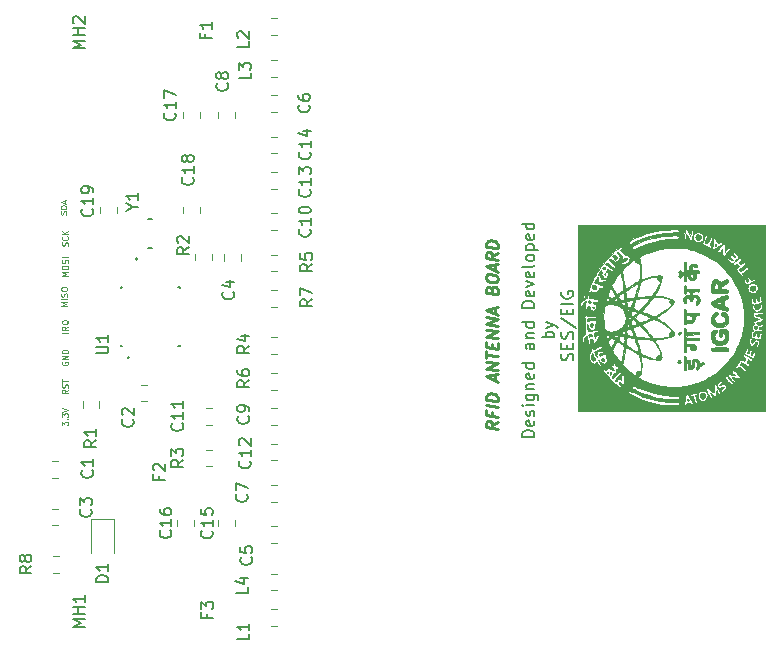
<source format=gto>
%TF.GenerationSoftware,KiCad,Pcbnew,(5.1.2)-2*%
%TF.CreationDate,2022-12-09T13:09:16+05:30*%
%TF.ProjectId,mfrcReader,6d667263-5265-4616-9465-722e6b696361,rev?*%
%TF.SameCoordinates,Original*%
%TF.FileFunction,Legend,Top*%
%TF.FilePolarity,Positive*%
%FSLAX46Y46*%
G04 Gerber Fmt 4.6, Leading zero omitted, Abs format (unit mm)*
G04 Created by KiCad (PCBNEW (5.1.2)-2) date 2022-12-09 13:09:16*
%MOMM*%
%LPD*%
G04 APERTURE LIST*
%ADD10C,0.250000*%
%ADD11C,0.075000*%
%ADD12C,0.150000*%
%ADD13C,0.010000*%
%ADD14C,0.120000*%
%ADD15C,0.127000*%
%ADD16C,0.200000*%
G04 APERTURE END LIST*
D10*
X124002380Y-107941443D02*
X123526190Y-108215252D01*
X124002380Y-108512872D02*
X123002380Y-108387872D01*
X123002380Y-108006919D01*
X123050000Y-107917633D01*
X123097619Y-107875967D01*
X123192857Y-107840252D01*
X123335714Y-107858110D01*
X123430952Y-107917633D01*
X123478571Y-107971205D01*
X123526190Y-108072395D01*
X123526190Y-108453348D01*
X123478571Y-107114062D02*
X123478571Y-107447395D01*
X124002380Y-107512872D02*
X123002380Y-107387872D01*
X123002380Y-106911681D01*
X124002380Y-106655729D02*
X123002380Y-106530729D01*
X124002380Y-106179538D02*
X123002380Y-106054538D01*
X123002380Y-105816443D01*
X123050000Y-105679538D01*
X123145238Y-105596205D01*
X123240476Y-105560491D01*
X123430952Y-105536681D01*
X123573809Y-105554538D01*
X123764285Y-105625967D01*
X123859523Y-105685491D01*
X123954761Y-105792633D01*
X124002380Y-105941443D01*
X124002380Y-106179538D01*
X123716666Y-104429538D02*
X123716666Y-103953348D01*
X124002380Y-104560491D02*
X123002380Y-104102157D01*
X124002380Y-103893824D01*
X124002380Y-103560491D02*
X123002380Y-103435491D01*
X124002380Y-102989062D01*
X123002380Y-102864062D01*
X123002380Y-102530729D02*
X123002380Y-101959300D01*
X124002380Y-102370014D02*
X123002380Y-102245014D01*
X123478571Y-101685491D02*
X123478571Y-101352157D01*
X124002380Y-101274776D02*
X124002380Y-101750967D01*
X123002380Y-101625967D01*
X123002380Y-101149776D01*
X124002380Y-100846205D02*
X123002380Y-100721205D01*
X124002380Y-100274776D01*
X123002380Y-100149776D01*
X124002380Y-99798586D02*
X123002380Y-99673586D01*
X124002380Y-99227157D01*
X123002380Y-99102157D01*
X123716666Y-98762872D02*
X123716666Y-98286681D01*
X124002380Y-98893824D02*
X123002380Y-98435491D01*
X124002380Y-98227157D01*
X123478571Y-96733110D02*
X123526190Y-96596205D01*
X123573809Y-96554538D01*
X123669047Y-96518824D01*
X123811904Y-96536681D01*
X123907142Y-96596205D01*
X123954761Y-96649776D01*
X124002380Y-96750967D01*
X124002380Y-97131919D01*
X123002380Y-97006919D01*
X123002380Y-96673586D01*
X123050000Y-96584300D01*
X123097619Y-96542633D01*
X123192857Y-96506919D01*
X123288095Y-96518824D01*
X123383333Y-96578348D01*
X123430952Y-96631919D01*
X123478571Y-96733110D01*
X123478571Y-97066443D01*
X123002380Y-95816443D02*
X123002380Y-95625967D01*
X123050000Y-95536681D01*
X123145238Y-95453348D01*
X123335714Y-95429538D01*
X123669047Y-95471205D01*
X123859523Y-95542633D01*
X123954761Y-95649776D01*
X124002380Y-95750967D01*
X124002380Y-95941443D01*
X123954761Y-96030729D01*
X123859523Y-96114062D01*
X123669047Y-96137872D01*
X123335714Y-96096205D01*
X123145238Y-96024776D01*
X123050000Y-95917633D01*
X123002380Y-95816443D01*
X123716666Y-95096205D02*
X123716666Y-94620014D01*
X124002380Y-95227157D02*
X123002380Y-94768824D01*
X124002380Y-94560491D01*
X124002380Y-93655729D02*
X123526190Y-93929538D01*
X124002380Y-94227157D02*
X123002380Y-94102157D01*
X123002380Y-93721205D01*
X123050000Y-93631919D01*
X123097619Y-93590252D01*
X123192857Y-93554538D01*
X123335714Y-93572395D01*
X123430952Y-93631919D01*
X123478571Y-93685491D01*
X123526190Y-93786681D01*
X123526190Y-94167633D01*
X124002380Y-93227157D02*
X123002380Y-93102157D01*
X123002380Y-92864062D01*
X123050000Y-92727157D01*
X123145238Y-92643824D01*
X123240476Y-92608110D01*
X123430952Y-92584300D01*
X123573809Y-92602157D01*
X123764285Y-92673586D01*
X123859523Y-92733110D01*
X123954761Y-92840252D01*
X124002380Y-92989062D01*
X124002380Y-93227157D01*
D11*
X87102190Y-108243595D02*
X87102190Y-107934071D01*
X87292666Y-108100738D01*
X87292666Y-108029309D01*
X87316476Y-107981690D01*
X87340285Y-107957880D01*
X87387904Y-107934071D01*
X87506952Y-107934071D01*
X87554571Y-107957880D01*
X87578380Y-107981690D01*
X87602190Y-108029309D01*
X87602190Y-108172166D01*
X87578380Y-108219785D01*
X87554571Y-108243595D01*
X87554571Y-107719785D02*
X87578380Y-107695976D01*
X87602190Y-107719785D01*
X87578380Y-107743595D01*
X87554571Y-107719785D01*
X87602190Y-107719785D01*
X87102190Y-107529309D02*
X87102190Y-107219785D01*
X87292666Y-107386452D01*
X87292666Y-107315023D01*
X87316476Y-107267404D01*
X87340285Y-107243595D01*
X87387904Y-107219785D01*
X87506952Y-107219785D01*
X87554571Y-107243595D01*
X87578380Y-107267404D01*
X87602190Y-107315023D01*
X87602190Y-107457880D01*
X87578380Y-107505500D01*
X87554571Y-107529309D01*
X87102190Y-107076928D02*
X87602190Y-106910261D01*
X87102190Y-106743595D01*
X87602190Y-105239309D02*
X87364095Y-105405976D01*
X87602190Y-105525023D02*
X87102190Y-105525023D01*
X87102190Y-105334547D01*
X87126000Y-105286928D01*
X87149809Y-105263119D01*
X87197428Y-105239309D01*
X87268857Y-105239309D01*
X87316476Y-105263119D01*
X87340285Y-105286928D01*
X87364095Y-105334547D01*
X87364095Y-105525023D01*
X87578380Y-105048833D02*
X87602190Y-104977404D01*
X87602190Y-104858357D01*
X87578380Y-104810738D01*
X87554571Y-104786928D01*
X87506952Y-104763119D01*
X87459333Y-104763119D01*
X87411714Y-104786928D01*
X87387904Y-104810738D01*
X87364095Y-104858357D01*
X87340285Y-104953595D01*
X87316476Y-105001214D01*
X87292666Y-105025023D01*
X87245047Y-105048833D01*
X87197428Y-105048833D01*
X87149809Y-105025023D01*
X87126000Y-105001214D01*
X87102190Y-104953595D01*
X87102190Y-104834547D01*
X87126000Y-104763119D01*
X87102190Y-104620261D02*
X87102190Y-104334547D01*
X87602190Y-104477404D02*
X87102190Y-104477404D01*
X87126000Y-102869952D02*
X87102190Y-102917571D01*
X87102190Y-102989000D01*
X87126000Y-103060428D01*
X87173619Y-103108047D01*
X87221238Y-103131857D01*
X87316476Y-103155666D01*
X87387904Y-103155666D01*
X87483142Y-103131857D01*
X87530761Y-103108047D01*
X87578380Y-103060428D01*
X87602190Y-102989000D01*
X87602190Y-102941380D01*
X87578380Y-102869952D01*
X87554571Y-102846142D01*
X87387904Y-102846142D01*
X87387904Y-102941380D01*
X87602190Y-102631857D02*
X87102190Y-102631857D01*
X87602190Y-102346142D01*
X87102190Y-102346142D01*
X87602190Y-102108047D02*
X87102190Y-102108047D01*
X87102190Y-101989000D01*
X87126000Y-101917571D01*
X87173619Y-101869952D01*
X87221238Y-101846142D01*
X87316476Y-101822333D01*
X87387904Y-101822333D01*
X87483142Y-101846142D01*
X87530761Y-101869952D01*
X87578380Y-101917571D01*
X87602190Y-101989000D01*
X87602190Y-102108047D01*
X87602190Y-100397404D02*
X87102190Y-100397404D01*
X87602190Y-99873595D02*
X87364095Y-100040261D01*
X87602190Y-100159309D02*
X87102190Y-100159309D01*
X87102190Y-99968833D01*
X87126000Y-99921214D01*
X87149809Y-99897404D01*
X87197428Y-99873595D01*
X87268857Y-99873595D01*
X87316476Y-99897404D01*
X87340285Y-99921214D01*
X87364095Y-99968833D01*
X87364095Y-100159309D01*
X87649809Y-99325976D02*
X87626000Y-99373595D01*
X87578380Y-99421214D01*
X87506952Y-99492642D01*
X87483142Y-99540261D01*
X87483142Y-99587880D01*
X87602190Y-99564071D02*
X87578380Y-99611690D01*
X87530761Y-99659309D01*
X87435523Y-99683119D01*
X87268857Y-99683119D01*
X87173619Y-99659309D01*
X87126000Y-99611690D01*
X87102190Y-99564071D01*
X87102190Y-99468833D01*
X87126000Y-99421214D01*
X87173619Y-99373595D01*
X87268857Y-99349785D01*
X87435523Y-99349785D01*
X87530761Y-99373595D01*
X87578380Y-99421214D01*
X87602190Y-99468833D01*
X87602190Y-99564071D01*
X87538690Y-98131214D02*
X87038690Y-98131214D01*
X87395833Y-97964547D01*
X87038690Y-97797880D01*
X87538690Y-97797880D01*
X87538690Y-97559785D02*
X87038690Y-97559785D01*
X87514880Y-97345500D02*
X87538690Y-97274071D01*
X87538690Y-97155023D01*
X87514880Y-97107404D01*
X87491071Y-97083595D01*
X87443452Y-97059785D01*
X87395833Y-97059785D01*
X87348214Y-97083595D01*
X87324404Y-97107404D01*
X87300595Y-97155023D01*
X87276785Y-97250261D01*
X87252976Y-97297880D01*
X87229166Y-97321690D01*
X87181547Y-97345500D01*
X87133928Y-97345500D01*
X87086309Y-97321690D01*
X87062500Y-97297880D01*
X87038690Y-97250261D01*
X87038690Y-97131214D01*
X87062500Y-97059785D01*
X87038690Y-96750261D02*
X87038690Y-96655023D01*
X87062500Y-96607404D01*
X87110119Y-96559785D01*
X87205357Y-96535976D01*
X87372023Y-96535976D01*
X87467261Y-96559785D01*
X87514880Y-96607404D01*
X87538690Y-96655023D01*
X87538690Y-96750261D01*
X87514880Y-96797880D01*
X87467261Y-96845500D01*
X87372023Y-96869309D01*
X87205357Y-96869309D01*
X87110119Y-96845500D01*
X87062500Y-96797880D01*
X87038690Y-96750261D01*
X87602190Y-95591214D02*
X87102190Y-95591214D01*
X87459333Y-95424547D01*
X87102190Y-95257880D01*
X87602190Y-95257880D01*
X87102190Y-94924547D02*
X87102190Y-94829309D01*
X87126000Y-94781690D01*
X87173619Y-94734071D01*
X87268857Y-94710261D01*
X87435523Y-94710261D01*
X87530761Y-94734071D01*
X87578380Y-94781690D01*
X87602190Y-94829309D01*
X87602190Y-94924547D01*
X87578380Y-94972166D01*
X87530761Y-95019785D01*
X87435523Y-95043595D01*
X87268857Y-95043595D01*
X87173619Y-95019785D01*
X87126000Y-94972166D01*
X87102190Y-94924547D01*
X87578380Y-94519785D02*
X87602190Y-94448357D01*
X87602190Y-94329309D01*
X87578380Y-94281690D01*
X87554571Y-94257880D01*
X87506952Y-94234071D01*
X87459333Y-94234071D01*
X87411714Y-94257880D01*
X87387904Y-94281690D01*
X87364095Y-94329309D01*
X87340285Y-94424547D01*
X87316476Y-94472166D01*
X87292666Y-94495976D01*
X87245047Y-94519785D01*
X87197428Y-94519785D01*
X87149809Y-94495976D01*
X87126000Y-94472166D01*
X87102190Y-94424547D01*
X87102190Y-94305500D01*
X87126000Y-94234071D01*
X87602190Y-94019785D02*
X87102190Y-94019785D01*
X87578380Y-93035357D02*
X87602190Y-92963928D01*
X87602190Y-92844880D01*
X87578380Y-92797261D01*
X87554571Y-92773452D01*
X87506952Y-92749642D01*
X87459333Y-92749642D01*
X87411714Y-92773452D01*
X87387904Y-92797261D01*
X87364095Y-92844880D01*
X87340285Y-92940119D01*
X87316476Y-92987738D01*
X87292666Y-93011547D01*
X87245047Y-93035357D01*
X87197428Y-93035357D01*
X87149809Y-93011547D01*
X87126000Y-92987738D01*
X87102190Y-92940119D01*
X87102190Y-92821071D01*
X87126000Y-92749642D01*
X87554571Y-92249642D02*
X87578380Y-92273452D01*
X87602190Y-92344880D01*
X87602190Y-92392500D01*
X87578380Y-92463928D01*
X87530761Y-92511547D01*
X87483142Y-92535357D01*
X87387904Y-92559166D01*
X87316476Y-92559166D01*
X87221238Y-92535357D01*
X87173619Y-92511547D01*
X87126000Y-92463928D01*
X87102190Y-92392500D01*
X87102190Y-92344880D01*
X87126000Y-92273452D01*
X87149809Y-92249642D01*
X87602190Y-92035357D02*
X87102190Y-92035357D01*
X87602190Y-91749642D02*
X87316476Y-91963928D01*
X87102190Y-91749642D02*
X87387904Y-92035357D01*
X87451380Y-90396142D02*
X87475190Y-90324714D01*
X87475190Y-90205666D01*
X87451380Y-90158047D01*
X87427571Y-90134238D01*
X87379952Y-90110428D01*
X87332333Y-90110428D01*
X87284714Y-90134238D01*
X87260904Y-90158047D01*
X87237095Y-90205666D01*
X87213285Y-90300904D01*
X87189476Y-90348523D01*
X87165666Y-90372333D01*
X87118047Y-90396142D01*
X87070428Y-90396142D01*
X87022809Y-90372333D01*
X86999000Y-90348523D01*
X86975190Y-90300904D01*
X86975190Y-90181857D01*
X86999000Y-90110428D01*
X87475190Y-89896142D02*
X86975190Y-89896142D01*
X86975190Y-89777095D01*
X86999000Y-89705666D01*
X87046619Y-89658047D01*
X87094238Y-89634238D01*
X87189476Y-89610428D01*
X87260904Y-89610428D01*
X87356142Y-89634238D01*
X87403761Y-89658047D01*
X87451380Y-89705666D01*
X87475190Y-89777095D01*
X87475190Y-89896142D01*
X87332333Y-89419952D02*
X87332333Y-89181857D01*
X87475190Y-89467571D02*
X86975190Y-89300904D01*
X87475190Y-89134238D01*
D12*
X127072380Y-109226761D02*
X126072380Y-109226761D01*
X126072380Y-108988666D01*
X126120000Y-108845809D01*
X126215238Y-108750571D01*
X126310476Y-108702952D01*
X126500952Y-108655333D01*
X126643809Y-108655333D01*
X126834285Y-108702952D01*
X126929523Y-108750571D01*
X127024761Y-108845809D01*
X127072380Y-108988666D01*
X127072380Y-109226761D01*
X127024761Y-107845809D02*
X127072380Y-107941047D01*
X127072380Y-108131523D01*
X127024761Y-108226761D01*
X126929523Y-108274380D01*
X126548571Y-108274380D01*
X126453333Y-108226761D01*
X126405714Y-108131523D01*
X126405714Y-107941047D01*
X126453333Y-107845809D01*
X126548571Y-107798190D01*
X126643809Y-107798190D01*
X126739047Y-108274380D01*
X127024761Y-107417238D02*
X127072380Y-107322000D01*
X127072380Y-107131523D01*
X127024761Y-107036285D01*
X126929523Y-106988666D01*
X126881904Y-106988666D01*
X126786666Y-107036285D01*
X126739047Y-107131523D01*
X126739047Y-107274380D01*
X126691428Y-107369619D01*
X126596190Y-107417238D01*
X126548571Y-107417238D01*
X126453333Y-107369619D01*
X126405714Y-107274380D01*
X126405714Y-107131523D01*
X126453333Y-107036285D01*
X127072380Y-106560095D02*
X126405714Y-106560095D01*
X126072380Y-106560095D02*
X126120000Y-106607714D01*
X126167619Y-106560095D01*
X126120000Y-106512476D01*
X126072380Y-106560095D01*
X126167619Y-106560095D01*
X126405714Y-105655333D02*
X127215238Y-105655333D01*
X127310476Y-105702952D01*
X127358095Y-105750571D01*
X127405714Y-105845809D01*
X127405714Y-105988666D01*
X127358095Y-106083904D01*
X127024761Y-105655333D02*
X127072380Y-105750571D01*
X127072380Y-105941047D01*
X127024761Y-106036285D01*
X126977142Y-106083904D01*
X126881904Y-106131523D01*
X126596190Y-106131523D01*
X126500952Y-106083904D01*
X126453333Y-106036285D01*
X126405714Y-105941047D01*
X126405714Y-105750571D01*
X126453333Y-105655333D01*
X126405714Y-105179142D02*
X127072380Y-105179142D01*
X126500952Y-105179142D02*
X126453333Y-105131523D01*
X126405714Y-105036285D01*
X126405714Y-104893428D01*
X126453333Y-104798190D01*
X126548571Y-104750571D01*
X127072380Y-104750571D01*
X127024761Y-103893428D02*
X127072380Y-103988666D01*
X127072380Y-104179142D01*
X127024761Y-104274380D01*
X126929523Y-104322000D01*
X126548571Y-104322000D01*
X126453333Y-104274380D01*
X126405714Y-104179142D01*
X126405714Y-103988666D01*
X126453333Y-103893428D01*
X126548571Y-103845809D01*
X126643809Y-103845809D01*
X126739047Y-104322000D01*
X127072380Y-102988666D02*
X126072380Y-102988666D01*
X127024761Y-102988666D02*
X127072380Y-103083904D01*
X127072380Y-103274380D01*
X127024761Y-103369619D01*
X126977142Y-103417238D01*
X126881904Y-103464857D01*
X126596190Y-103464857D01*
X126500952Y-103417238D01*
X126453333Y-103369619D01*
X126405714Y-103274380D01*
X126405714Y-103083904D01*
X126453333Y-102988666D01*
X127072380Y-101322000D02*
X126548571Y-101322000D01*
X126453333Y-101369619D01*
X126405714Y-101464857D01*
X126405714Y-101655333D01*
X126453333Y-101750571D01*
X127024761Y-101322000D02*
X127072380Y-101417238D01*
X127072380Y-101655333D01*
X127024761Y-101750571D01*
X126929523Y-101798190D01*
X126834285Y-101798190D01*
X126739047Y-101750571D01*
X126691428Y-101655333D01*
X126691428Y-101417238D01*
X126643809Y-101322000D01*
X126405714Y-100845809D02*
X127072380Y-100845809D01*
X126500952Y-100845809D02*
X126453333Y-100798190D01*
X126405714Y-100702952D01*
X126405714Y-100560095D01*
X126453333Y-100464857D01*
X126548571Y-100417238D01*
X127072380Y-100417238D01*
X127072380Y-99512476D02*
X126072380Y-99512476D01*
X127024761Y-99512476D02*
X127072380Y-99607714D01*
X127072380Y-99798190D01*
X127024761Y-99893428D01*
X126977142Y-99941047D01*
X126881904Y-99988666D01*
X126596190Y-99988666D01*
X126500952Y-99941047D01*
X126453333Y-99893428D01*
X126405714Y-99798190D01*
X126405714Y-99607714D01*
X126453333Y-99512476D01*
X127072380Y-98274380D02*
X126072380Y-98274380D01*
X126072380Y-98036285D01*
X126120000Y-97893428D01*
X126215238Y-97798190D01*
X126310476Y-97750571D01*
X126500952Y-97702952D01*
X126643809Y-97702952D01*
X126834285Y-97750571D01*
X126929523Y-97798190D01*
X127024761Y-97893428D01*
X127072380Y-98036285D01*
X127072380Y-98274380D01*
X127024761Y-96893428D02*
X127072380Y-96988666D01*
X127072380Y-97179142D01*
X127024761Y-97274380D01*
X126929523Y-97322000D01*
X126548571Y-97322000D01*
X126453333Y-97274380D01*
X126405714Y-97179142D01*
X126405714Y-96988666D01*
X126453333Y-96893428D01*
X126548571Y-96845809D01*
X126643809Y-96845809D01*
X126739047Y-97322000D01*
X126405714Y-96512476D02*
X127072380Y-96274380D01*
X126405714Y-96036285D01*
X127024761Y-95274380D02*
X127072380Y-95369619D01*
X127072380Y-95560095D01*
X127024761Y-95655333D01*
X126929523Y-95702952D01*
X126548571Y-95702952D01*
X126453333Y-95655333D01*
X126405714Y-95560095D01*
X126405714Y-95369619D01*
X126453333Y-95274380D01*
X126548571Y-95226761D01*
X126643809Y-95226761D01*
X126739047Y-95702952D01*
X127072380Y-94655333D02*
X127024761Y-94750571D01*
X126929523Y-94798190D01*
X126072380Y-94798190D01*
X127072380Y-94131523D02*
X127024761Y-94226761D01*
X126977142Y-94274380D01*
X126881904Y-94322000D01*
X126596190Y-94322000D01*
X126500952Y-94274380D01*
X126453333Y-94226761D01*
X126405714Y-94131523D01*
X126405714Y-93988666D01*
X126453333Y-93893428D01*
X126500952Y-93845809D01*
X126596190Y-93798190D01*
X126881904Y-93798190D01*
X126977142Y-93845809D01*
X127024761Y-93893428D01*
X127072380Y-93988666D01*
X127072380Y-94131523D01*
X126405714Y-93369619D02*
X127405714Y-93369619D01*
X126453333Y-93369619D02*
X126405714Y-93274380D01*
X126405714Y-93083904D01*
X126453333Y-92988666D01*
X126500952Y-92941047D01*
X126596190Y-92893428D01*
X126881904Y-92893428D01*
X126977142Y-92941047D01*
X127024761Y-92988666D01*
X127072380Y-93083904D01*
X127072380Y-93274380D01*
X127024761Y-93369619D01*
X127024761Y-92083904D02*
X127072380Y-92179142D01*
X127072380Y-92369619D01*
X127024761Y-92464857D01*
X126929523Y-92512476D01*
X126548571Y-92512476D01*
X126453333Y-92464857D01*
X126405714Y-92369619D01*
X126405714Y-92179142D01*
X126453333Y-92083904D01*
X126548571Y-92036285D01*
X126643809Y-92036285D01*
X126739047Y-92512476D01*
X127072380Y-91179142D02*
X126072380Y-91179142D01*
X127024761Y-91179142D02*
X127072380Y-91274380D01*
X127072380Y-91464857D01*
X127024761Y-91560095D01*
X126977142Y-91607714D01*
X126881904Y-91655333D01*
X126596190Y-91655333D01*
X126500952Y-91607714D01*
X126453333Y-91560095D01*
X126405714Y-91464857D01*
X126405714Y-91274380D01*
X126453333Y-91179142D01*
X128722380Y-100798190D02*
X127722380Y-100798190D01*
X128103333Y-100798190D02*
X128055714Y-100702952D01*
X128055714Y-100512476D01*
X128103333Y-100417238D01*
X128150952Y-100369619D01*
X128246190Y-100322000D01*
X128531904Y-100322000D01*
X128627142Y-100369619D01*
X128674761Y-100417238D01*
X128722380Y-100512476D01*
X128722380Y-100702952D01*
X128674761Y-100798190D01*
X128055714Y-99988666D02*
X128722380Y-99750571D01*
X128055714Y-99512476D02*
X128722380Y-99750571D01*
X128960476Y-99845809D01*
X129008095Y-99893428D01*
X129055714Y-99988666D01*
X130324761Y-102750571D02*
X130372380Y-102607714D01*
X130372380Y-102369619D01*
X130324761Y-102274380D01*
X130277142Y-102226761D01*
X130181904Y-102179142D01*
X130086666Y-102179142D01*
X129991428Y-102226761D01*
X129943809Y-102274380D01*
X129896190Y-102369619D01*
X129848571Y-102560095D01*
X129800952Y-102655333D01*
X129753333Y-102702952D01*
X129658095Y-102750571D01*
X129562857Y-102750571D01*
X129467619Y-102702952D01*
X129420000Y-102655333D01*
X129372380Y-102560095D01*
X129372380Y-102322000D01*
X129420000Y-102179142D01*
X129848571Y-101750571D02*
X129848571Y-101417238D01*
X130372380Y-101274380D02*
X130372380Y-101750571D01*
X129372380Y-101750571D01*
X129372380Y-101274380D01*
X130324761Y-100893428D02*
X130372380Y-100750571D01*
X130372380Y-100512476D01*
X130324761Y-100417238D01*
X130277142Y-100369619D01*
X130181904Y-100322000D01*
X130086666Y-100322000D01*
X129991428Y-100369619D01*
X129943809Y-100417238D01*
X129896190Y-100512476D01*
X129848571Y-100702952D01*
X129800952Y-100798190D01*
X129753333Y-100845809D01*
X129658095Y-100893428D01*
X129562857Y-100893428D01*
X129467619Y-100845809D01*
X129420000Y-100798190D01*
X129372380Y-100702952D01*
X129372380Y-100464857D01*
X129420000Y-100322000D01*
X129324761Y-99179142D02*
X130610476Y-100036285D01*
X129848571Y-98845809D02*
X129848571Y-98512476D01*
X130372380Y-98369619D02*
X130372380Y-98845809D01*
X129372380Y-98845809D01*
X129372380Y-98369619D01*
X130372380Y-97941047D02*
X129372380Y-97941047D01*
X129420000Y-96941047D02*
X129372380Y-97036285D01*
X129372380Y-97179142D01*
X129420000Y-97322000D01*
X129515238Y-97417238D01*
X129610476Y-97464857D01*
X129800952Y-97512476D01*
X129943809Y-97512476D01*
X130134285Y-97464857D01*
X130229523Y-97417238D01*
X130324761Y-97322000D01*
X130372380Y-97179142D01*
X130372380Y-97083904D01*
X130324761Y-96941047D01*
X130277142Y-96893428D01*
X129943809Y-96893428D01*
X129943809Y-97083904D01*
D13*
G36*
X131661349Y-97682155D02*
G01*
X131740421Y-97665343D01*
X131809013Y-97695399D01*
X131846213Y-97756918D01*
X131852934Y-97840374D01*
X131826291Y-97895654D01*
X131767403Y-97899895D01*
X131707211Y-97889080D01*
X131635531Y-97840900D01*
X131624431Y-97764122D01*
X131661349Y-97682155D01*
X131661349Y-97682155D01*
G37*
X131661349Y-97682155D02*
X131740421Y-97665343D01*
X131809013Y-97695399D01*
X131846213Y-97756918D01*
X131852934Y-97840374D01*
X131826291Y-97895654D01*
X131767403Y-97899895D01*
X131707211Y-97889080D01*
X131635531Y-97840900D01*
X131624431Y-97764122D01*
X131661349Y-97682155D01*
G36*
X132019947Y-98181600D02*
G01*
X132045604Y-98180702D01*
X132101508Y-98222838D01*
X132108616Y-98273565D01*
X132062361Y-98298000D01*
X132004045Y-98263916D01*
X131995333Y-98230973D01*
X132019947Y-98181600D01*
X132019947Y-98181600D01*
G37*
X132019947Y-98181600D02*
X132045604Y-98180702D01*
X132101508Y-98222838D01*
X132108616Y-98273565D01*
X132062361Y-98298000D01*
X132004045Y-98263916D01*
X131995333Y-98230973D01*
X132019947Y-98181600D01*
G36*
X131663860Y-100599080D02*
G01*
X131701229Y-100541443D01*
X131795841Y-100520988D01*
X131822361Y-100520500D01*
X131925016Y-100531968D01*
X131970738Y-100576612D01*
X131980034Y-100614231D01*
X131976807Y-100681673D01*
X131930797Y-100683578D01*
X131848213Y-100687584D01*
X131802500Y-100712937D01*
X131727449Y-100738747D01*
X131673698Y-100697406D01*
X131662573Y-100606428D01*
X131663860Y-100599080D01*
X131663860Y-100599080D01*
G37*
X131663860Y-100599080D02*
X131701229Y-100541443D01*
X131795841Y-100520988D01*
X131822361Y-100520500D01*
X131925016Y-100531968D01*
X131970738Y-100576612D01*
X131980034Y-100614231D01*
X131976807Y-100681673D01*
X131930797Y-100683578D01*
X131848213Y-100687584D01*
X131802500Y-100712937D01*
X131727449Y-100738747D01*
X131673698Y-100697406D01*
X131662573Y-100606428D01*
X131663860Y-100599080D01*
G36*
X131809381Y-99641234D02*
G01*
X131875721Y-99596136D01*
X131986353Y-99590947D01*
X132040045Y-99648370D01*
X132039168Y-99757984D01*
X131994695Y-99862715D01*
X131936580Y-99899732D01*
X131852020Y-99883142D01*
X131798725Y-99815032D01*
X131782558Y-99724648D01*
X131809381Y-99641234D01*
X131809381Y-99641234D01*
G37*
X131809381Y-99641234D02*
X131875721Y-99596136D01*
X131986353Y-99590947D01*
X132040045Y-99648370D01*
X132039168Y-99757984D01*
X131994695Y-99862715D01*
X131936580Y-99899732D01*
X131852020Y-99883142D01*
X131798725Y-99815032D01*
X131782558Y-99724648D01*
X131809381Y-99641234D01*
G36*
X131921624Y-102317944D02*
G01*
X131953690Y-102255740D01*
X131975890Y-102202821D01*
X131968316Y-102183201D01*
X131966569Y-102157135D01*
X131985704Y-102165549D01*
X132028523Y-102221897D01*
X132073956Y-102323334D01*
X132080194Y-102341423D01*
X132121549Y-102437818D01*
X132161419Y-102487272D01*
X132167950Y-102489000D01*
X132199701Y-102522939D01*
X132204968Y-102600846D01*
X132185468Y-102686856D01*
X132156200Y-102734534D01*
X132073133Y-102782243D01*
X132051778Y-102771599D01*
X132051778Y-102728889D01*
X132076945Y-102723078D01*
X132080000Y-102700667D01*
X132064511Y-102665822D01*
X132051778Y-102672445D01*
X132046711Y-102722685D01*
X132051778Y-102728889D01*
X132051778Y-102771599D01*
X132001429Y-102746503D01*
X131959795Y-102677509D01*
X131925085Y-102560479D01*
X131912208Y-102430084D01*
X131921624Y-102317944D01*
X131921624Y-102317944D01*
G37*
X131921624Y-102317944D02*
X131953690Y-102255740D01*
X131975890Y-102202821D01*
X131968316Y-102183201D01*
X131966569Y-102157135D01*
X131985704Y-102165549D01*
X132028523Y-102221897D01*
X132073956Y-102323334D01*
X132080194Y-102341423D01*
X132121549Y-102437818D01*
X132161419Y-102487272D01*
X132167950Y-102489000D01*
X132199701Y-102522939D01*
X132204968Y-102600846D01*
X132185468Y-102686856D01*
X132156200Y-102734534D01*
X132073133Y-102782243D01*
X132051778Y-102771599D01*
X132051778Y-102728889D01*
X132076945Y-102723078D01*
X132080000Y-102700667D01*
X132064511Y-102665822D01*
X132051778Y-102672445D01*
X132046711Y-102722685D01*
X132051778Y-102728889D01*
X132051778Y-102771599D01*
X132001429Y-102746503D01*
X131959795Y-102677509D01*
X131925085Y-102560479D01*
X131912208Y-102430084D01*
X131921624Y-102317944D01*
G36*
X132809176Y-102544834D02*
G01*
X132819960Y-102539434D01*
X132902781Y-102514438D01*
X132943610Y-102520055D01*
X132967312Y-102582960D01*
X132967649Y-102673149D01*
X132948542Y-102752913D01*
X132916083Y-102784686D01*
X132816679Y-102755713D01*
X132758980Y-102688870D01*
X132753107Y-102609972D01*
X132809176Y-102544834D01*
X132809176Y-102544834D01*
G37*
X132809176Y-102544834D02*
X132819960Y-102539434D01*
X132902781Y-102514438D01*
X132943610Y-102520055D01*
X132967312Y-102582960D01*
X132967649Y-102673149D01*
X132948542Y-102752913D01*
X132916083Y-102784686D01*
X132816679Y-102755713D01*
X132758980Y-102688870D01*
X132753107Y-102609972D01*
X132809176Y-102544834D01*
G36*
X133282090Y-103728132D02*
G01*
X133301331Y-103740758D01*
X133304324Y-103783695D01*
X133293986Y-103828866D01*
X133278748Y-103809271D01*
X133273701Y-103743109D01*
X133282090Y-103728132D01*
X133282090Y-103728132D01*
G37*
X133282090Y-103728132D02*
X133301331Y-103740758D01*
X133304324Y-103783695D01*
X133293986Y-103828866D01*
X133278748Y-103809271D01*
X133273701Y-103743109D01*
X133282090Y-103728132D01*
G36*
X133494332Y-103761861D02*
G01*
X133529617Y-103740776D01*
X133543401Y-103744805D01*
X133596943Y-103782540D01*
X133587034Y-103843737D01*
X133547118Y-103905275D01*
X133507750Y-103950702D01*
X133491286Y-103930517D01*
X133486519Y-103852308D01*
X133494332Y-103761861D01*
X133494332Y-103761861D01*
G37*
X133494332Y-103761861D02*
X133529617Y-103740776D01*
X133543401Y-103744805D01*
X133596943Y-103782540D01*
X133587034Y-103843737D01*
X133547118Y-103905275D01*
X133507750Y-103950702D01*
X133491286Y-103930517D01*
X133486519Y-103852308D01*
X133494332Y-103761861D01*
G36*
X131942578Y-96587798D02*
G01*
X131973789Y-96507800D01*
X131984482Y-96459071D01*
X132002842Y-96383902D01*
X132041664Y-96359064D01*
X132124504Y-96377253D01*
X132182664Y-96397619D01*
X132286167Y-96447341D01*
X132328505Y-96511141D01*
X132334000Y-96568340D01*
X132320330Y-96662680D01*
X132292537Y-96709962D01*
X132227477Y-96718210D01*
X132131347Y-96700169D01*
X132032731Y-96665817D01*
X131960218Y-96625135D01*
X131942393Y-96588101D01*
X131942578Y-96587798D01*
X131942578Y-96587798D01*
G37*
X131942578Y-96587798D02*
X131973789Y-96507800D01*
X131984482Y-96459071D01*
X132002842Y-96383902D01*
X132041664Y-96359064D01*
X132124504Y-96377253D01*
X132182664Y-96397619D01*
X132286167Y-96447341D01*
X132328505Y-96511141D01*
X132334000Y-96568340D01*
X132320330Y-96662680D01*
X132292537Y-96709962D01*
X132227477Y-96718210D01*
X132131347Y-96700169D01*
X132032731Y-96665817D01*
X131960218Y-96625135D01*
X131942393Y-96588101D01*
X131942578Y-96587798D01*
G36*
X132868324Y-94843909D02*
G01*
X132944464Y-94808237D01*
X133003934Y-94812466D01*
X133078150Y-94863298D01*
X133091097Y-94938404D01*
X133041564Y-95003637D01*
X133011203Y-95017208D01*
X132912191Y-95013522D01*
X132868201Y-94985916D01*
X132836479Y-94911344D01*
X132868324Y-94843909D01*
X132868324Y-94843909D01*
G37*
X132868324Y-94843909D02*
X132944464Y-94808237D01*
X133003934Y-94812466D01*
X133078150Y-94863298D01*
X133091097Y-94938404D01*
X133041564Y-95003637D01*
X133011203Y-95017208D01*
X132912191Y-95013522D01*
X132868201Y-94985916D01*
X132836479Y-94911344D01*
X132868324Y-94843909D01*
G36*
X133037941Y-95390863D02*
G01*
X133050492Y-95385114D01*
X133089093Y-95405550D01*
X133096000Y-95440500D01*
X133074520Y-95493187D01*
X133050492Y-95495887D01*
X133006754Y-95452182D01*
X133004983Y-95440500D01*
X133037941Y-95390863D01*
X133037941Y-95390863D01*
G37*
X133037941Y-95390863D02*
X133050492Y-95385114D01*
X133089093Y-95405550D01*
X133096000Y-95440500D01*
X133074520Y-95493187D01*
X133050492Y-95495887D01*
X133006754Y-95452182D01*
X133004983Y-95440500D01*
X133037941Y-95390863D01*
G36*
X133713667Y-93897526D02*
G01*
X133748631Y-93856908D01*
X133822089Y-93787849D01*
X133882780Y-93778661D01*
X133958082Y-93831397D01*
X134004242Y-93876091D01*
X134080472Y-93954247D01*
X134103983Y-94002433D01*
X134079063Y-94053278D01*
X134034756Y-94108346D01*
X133957512Y-94203738D01*
X133812992Y-94074610D01*
X133726490Y-93993797D01*
X133695909Y-93943322D01*
X133713667Y-93897526D01*
X133713667Y-93897526D01*
G37*
X133713667Y-93897526D02*
X133748631Y-93856908D01*
X133822089Y-93787849D01*
X133882780Y-93778661D01*
X133958082Y-93831397D01*
X134004242Y-93876091D01*
X134080472Y-93954247D01*
X134103983Y-94002433D01*
X134079063Y-94053278D01*
X134034756Y-94108346D01*
X133957512Y-94203738D01*
X133812992Y-94074610D01*
X133726490Y-93993797D01*
X133695909Y-93943322D01*
X133713667Y-93897526D01*
G36*
X140034764Y-106007531D02*
G01*
X140070614Y-105976831D01*
X140109142Y-106019013D01*
X140117771Y-106034608D01*
X140140496Y-106103512D01*
X140098553Y-106136828D01*
X140079988Y-106142198D01*
X140011385Y-106137079D01*
X140001373Y-106078985D01*
X140034764Y-106007531D01*
X140034764Y-106007531D01*
G37*
X140034764Y-106007531D02*
X140070614Y-105976831D01*
X140109142Y-106019013D01*
X140117771Y-106034608D01*
X140140496Y-106103512D01*
X140098553Y-106136828D01*
X140079988Y-106142198D01*
X140011385Y-106137079D01*
X140001373Y-106078985D01*
X140034764Y-106007531D01*
G36*
X140752849Y-92195586D02*
G01*
X140793417Y-92145062D01*
X140908758Y-92083131D01*
X141020200Y-92090057D01*
X141111813Y-92150887D01*
X141167670Y-92250670D01*
X141171842Y-92374454D01*
X141135942Y-92466584D01*
X141057993Y-92524901D01*
X140938527Y-92537869D01*
X140809246Y-92502651D01*
X140797883Y-92496844D01*
X140733383Y-92420298D01*
X140718228Y-92308570D01*
X140752849Y-92195586D01*
X140752849Y-92195586D01*
G37*
X140752849Y-92195586D02*
X140793417Y-92145062D01*
X140908758Y-92083131D01*
X141020200Y-92090057D01*
X141111813Y-92150887D01*
X141167670Y-92250670D01*
X141171842Y-92374454D01*
X141135942Y-92466584D01*
X141057993Y-92524901D01*
X140938527Y-92537869D01*
X140809246Y-92502651D01*
X140797883Y-92496844D01*
X140733383Y-92420298D01*
X140718228Y-92308570D01*
X140752849Y-92195586D01*
G36*
X141086558Y-105674537D02*
G01*
X141135694Y-105629714D01*
X141139333Y-105612223D01*
X141175540Y-105537659D01*
X141263185Y-105494101D01*
X141370808Y-105495354D01*
X141390979Y-105501820D01*
X141510822Y-105583314D01*
X141564348Y-105698889D01*
X141544925Y-105827177D01*
X141509750Y-105884468D01*
X141406945Y-105971704D01*
X141300943Y-105974779D01*
X141190499Y-105893570D01*
X141153544Y-105849144D01*
X141082097Y-105740004D01*
X141074475Y-105682749D01*
X141086558Y-105674537D01*
X141086558Y-105674537D01*
G37*
X141086558Y-105674537D02*
X141135694Y-105629714D01*
X141139333Y-105612223D01*
X141175540Y-105537659D01*
X141263185Y-105494101D01*
X141370808Y-105495354D01*
X141390979Y-105501820D01*
X141510822Y-105583314D01*
X141564348Y-105698889D01*
X141544925Y-105827177D01*
X141509750Y-105884468D01*
X141406945Y-105971704D01*
X141300943Y-105974779D01*
X141190499Y-105893570D01*
X141153544Y-105849144D01*
X141082097Y-105740004D01*
X141074475Y-105682749D01*
X141086558Y-105674537D01*
G36*
X142387799Y-93006334D02*
G01*
X142422911Y-92907803D01*
X142454244Y-92878941D01*
X142495706Y-92906440D01*
X142502584Y-92964475D01*
X142447041Y-93030617D01*
X142383334Y-93084477D01*
X142368847Y-93076205D01*
X142387799Y-93006334D01*
X142387799Y-93006334D01*
G37*
X142387799Y-93006334D02*
X142422911Y-92907803D01*
X142454244Y-92878941D01*
X142495706Y-92906440D01*
X142502584Y-92964475D01*
X142447041Y-93030617D01*
X142383334Y-93084477D01*
X142368847Y-93076205D01*
X142387799Y-93006334D01*
G36*
X139231865Y-100422956D02*
G01*
X139297971Y-100354969D01*
X139376327Y-100312555D01*
X139428480Y-100322677D01*
X139464750Y-100354798D01*
X139517051Y-100409847D01*
X139517396Y-100445329D01*
X139461589Y-100497393D01*
X139446737Y-100510047D01*
X139362017Y-100556281D01*
X139301844Y-100558515D01*
X139228982Y-100500092D01*
X139231865Y-100422956D01*
X139231865Y-100422956D01*
G37*
X139231865Y-100422956D02*
X139297971Y-100354969D01*
X139376327Y-100312555D01*
X139428480Y-100322677D01*
X139464750Y-100354798D01*
X139517051Y-100409847D01*
X139517396Y-100445329D01*
X139461589Y-100497393D01*
X139446737Y-100510047D01*
X139362017Y-100556281D01*
X139301844Y-100558515D01*
X139228982Y-100500092D01*
X139231865Y-100422956D01*
G36*
X139211064Y-102796930D02*
G01*
X139281824Y-102740240D01*
X139359196Y-102716358D01*
X139428968Y-102751465D01*
X139460565Y-102781084D01*
X139510639Y-102844128D01*
X139509866Y-102874750D01*
X139508324Y-102875014D01*
X139434624Y-102874348D01*
X139432270Y-102873965D01*
X139415708Y-102894139D01*
X139422377Y-102908360D01*
X139426319Y-102959012D01*
X139375645Y-102977191D01*
X139296418Y-102956100D01*
X139278388Y-102945918D01*
X139202683Y-102870954D01*
X139211064Y-102796930D01*
X139211064Y-102796930D01*
G37*
X139211064Y-102796930D02*
X139281824Y-102740240D01*
X139359196Y-102716358D01*
X139428968Y-102751465D01*
X139460565Y-102781084D01*
X139510639Y-102844128D01*
X139509866Y-102874750D01*
X139508324Y-102875014D01*
X139434624Y-102874348D01*
X139432270Y-102873965D01*
X139415708Y-102894139D01*
X139422377Y-102908360D01*
X139426319Y-102959012D01*
X139375645Y-102977191D01*
X139296418Y-102956100D01*
X139278388Y-102945918D01*
X139202683Y-102870954D01*
X139211064Y-102796930D01*
G36*
X139243746Y-95233675D02*
G01*
X139304532Y-95170457D01*
X139308756Y-95166490D01*
X139404346Y-95076736D01*
X139504991Y-95193742D01*
X139577259Y-95267704D01*
X139628094Y-95281680D01*
X139676419Y-95252004D01*
X139728517Y-95166701D01*
X139740282Y-95084046D01*
X139737339Y-94985067D01*
X139736557Y-94835877D01*
X139737847Y-94689084D01*
X139741997Y-94537653D01*
X139753292Y-94452117D01*
X139778979Y-94413701D01*
X139826307Y-94403634D01*
X139848167Y-94403334D01*
X139899416Y-94406638D01*
X139930694Y-94427724D01*
X139946930Y-94483356D01*
X139953055Y-94590297D01*
X139954000Y-94763167D01*
X139954000Y-95123000D01*
X140078346Y-95123000D01*
X140159051Y-95115812D01*
X140193679Y-95077824D01*
X140200688Y-94984401D01*
X140200444Y-94960044D01*
X140223825Y-94770735D01*
X140298663Y-94644409D01*
X140401279Y-94589354D01*
X140559001Y-94579440D01*
X140722696Y-94614040D01*
X140848948Y-94683884D01*
X140899020Y-94742093D01*
X140883212Y-94790850D01*
X140859719Y-94815996D01*
X140792648Y-94857126D01*
X140707461Y-94839828D01*
X140690250Y-94832282D01*
X140543678Y-94788480D01*
X140443353Y-94804814D01*
X140398184Y-94874994D01*
X140417081Y-94992734D01*
X140427598Y-95017669D01*
X140460153Y-95073699D01*
X140508237Y-95105346D01*
X140593865Y-95119480D01*
X140739046Y-95122970D01*
X140765128Y-95123000D01*
X140917757Y-95124645D01*
X141004384Y-95134126D01*
X141043670Y-95158265D01*
X141054275Y-95203881D01*
X141054667Y-95228834D01*
X141045611Y-95296643D01*
X141002668Y-95327044D01*
X140902178Y-95334603D01*
X140882739Y-95334667D01*
X140737167Y-95334667D01*
X140737167Y-95292334D01*
X140758333Y-95271167D01*
X140737167Y-95250000D01*
X140716000Y-95271167D01*
X140737167Y-95292334D01*
X140737167Y-95334667D01*
X140710812Y-95334667D01*
X140739391Y-95525244D01*
X140739038Y-95714961D01*
X140675845Y-95853510D01*
X140552670Y-95935568D01*
X140513122Y-95946570D01*
X140426372Y-95948044D01*
X140426372Y-95748292D01*
X140477045Y-95745041D01*
X140530967Y-95707345D01*
X140542148Y-95639343D01*
X140512028Y-95521432D01*
X140496678Y-95477605D01*
X140446690Y-95339365D01*
X140369678Y-95428160D01*
X140303129Y-95530381D01*
X140307304Y-95621155D01*
X140350045Y-95693288D01*
X140426372Y-95748292D01*
X140426372Y-95948044D01*
X140345169Y-95949425D01*
X140216268Y-95882614D01*
X140163168Y-95800450D01*
X140163168Y-95292334D01*
X140206277Y-95261604D01*
X140208000Y-95250000D01*
X140193556Y-95208768D01*
X140189332Y-95207667D01*
X140153189Y-95237332D01*
X140144500Y-95250000D01*
X140147856Y-95289010D01*
X140163168Y-95292334D01*
X140163168Y-95800450D01*
X140133790Y-95754992D01*
X140105108Y-95575409D01*
X140113551Y-95466789D01*
X140120728Y-95372406D01*
X140097008Y-95339185D01*
X140054663Y-95341563D01*
X140013517Y-95360556D01*
X139987733Y-95410059D01*
X139972574Y-95507745D01*
X139963305Y-95671291D01*
X139962802Y-95684376D01*
X139955165Y-95849054D01*
X139943505Y-95946621D01*
X139921594Y-95994605D01*
X139883202Y-96010534D01*
X139846386Y-96012000D01*
X139788702Y-96006390D01*
X139757557Y-95976318D01*
X139744814Y-95901919D01*
X139742334Y-95763331D01*
X139742333Y-95758000D01*
X139737122Y-95624034D01*
X139723578Y-95531996D01*
X139707920Y-95504000D01*
X139659602Y-95532000D01*
X139580533Y-95601996D01*
X139551833Y-95631000D01*
X139451882Y-95724029D01*
X139382500Y-95752184D01*
X139382500Y-95673334D01*
X139403667Y-95652167D01*
X139382500Y-95631000D01*
X139361333Y-95652167D01*
X139382500Y-95673334D01*
X139382500Y-95752184D01*
X139382357Y-95752243D01*
X139324377Y-95719659D01*
X139296364Y-95685332D01*
X139266469Y-95618601D01*
X139307420Y-95565790D01*
X139312864Y-95561745D01*
X139376725Y-95479592D01*
X139356665Y-95389367D01*
X139298458Y-95327205D01*
X139242449Y-95274579D01*
X139243746Y-95233675D01*
X139243746Y-95233675D01*
G37*
X139243746Y-95233675D02*
X139304532Y-95170457D01*
X139308756Y-95166490D01*
X139404346Y-95076736D01*
X139504991Y-95193742D01*
X139577259Y-95267704D01*
X139628094Y-95281680D01*
X139676419Y-95252004D01*
X139728517Y-95166701D01*
X139740282Y-95084046D01*
X139737339Y-94985067D01*
X139736557Y-94835877D01*
X139737847Y-94689084D01*
X139741997Y-94537653D01*
X139753292Y-94452117D01*
X139778979Y-94413701D01*
X139826307Y-94403634D01*
X139848167Y-94403334D01*
X139899416Y-94406638D01*
X139930694Y-94427724D01*
X139946930Y-94483356D01*
X139953055Y-94590297D01*
X139954000Y-94763167D01*
X139954000Y-95123000D01*
X140078346Y-95123000D01*
X140159051Y-95115812D01*
X140193679Y-95077824D01*
X140200688Y-94984401D01*
X140200444Y-94960044D01*
X140223825Y-94770735D01*
X140298663Y-94644409D01*
X140401279Y-94589354D01*
X140559001Y-94579440D01*
X140722696Y-94614040D01*
X140848948Y-94683884D01*
X140899020Y-94742093D01*
X140883212Y-94790850D01*
X140859719Y-94815996D01*
X140792648Y-94857126D01*
X140707461Y-94839828D01*
X140690250Y-94832282D01*
X140543678Y-94788480D01*
X140443353Y-94804814D01*
X140398184Y-94874994D01*
X140417081Y-94992734D01*
X140427598Y-95017669D01*
X140460153Y-95073699D01*
X140508237Y-95105346D01*
X140593865Y-95119480D01*
X140739046Y-95122970D01*
X140765128Y-95123000D01*
X140917757Y-95124645D01*
X141004384Y-95134126D01*
X141043670Y-95158265D01*
X141054275Y-95203881D01*
X141054667Y-95228834D01*
X141045611Y-95296643D01*
X141002668Y-95327044D01*
X140902178Y-95334603D01*
X140882739Y-95334667D01*
X140737167Y-95334667D01*
X140737167Y-95292334D01*
X140758333Y-95271167D01*
X140737167Y-95250000D01*
X140716000Y-95271167D01*
X140737167Y-95292334D01*
X140737167Y-95334667D01*
X140710812Y-95334667D01*
X140739391Y-95525244D01*
X140739038Y-95714961D01*
X140675845Y-95853510D01*
X140552670Y-95935568D01*
X140513122Y-95946570D01*
X140426372Y-95948044D01*
X140426372Y-95748292D01*
X140477045Y-95745041D01*
X140530967Y-95707345D01*
X140542148Y-95639343D01*
X140512028Y-95521432D01*
X140496678Y-95477605D01*
X140446690Y-95339365D01*
X140369678Y-95428160D01*
X140303129Y-95530381D01*
X140307304Y-95621155D01*
X140350045Y-95693288D01*
X140426372Y-95748292D01*
X140426372Y-95948044D01*
X140345169Y-95949425D01*
X140216268Y-95882614D01*
X140163168Y-95800450D01*
X140163168Y-95292334D01*
X140206277Y-95261604D01*
X140208000Y-95250000D01*
X140193556Y-95208768D01*
X140189332Y-95207667D01*
X140153189Y-95237332D01*
X140144500Y-95250000D01*
X140147856Y-95289010D01*
X140163168Y-95292334D01*
X140163168Y-95800450D01*
X140133790Y-95754992D01*
X140105108Y-95575409D01*
X140113551Y-95466789D01*
X140120728Y-95372406D01*
X140097008Y-95339185D01*
X140054663Y-95341563D01*
X140013517Y-95360556D01*
X139987733Y-95410059D01*
X139972574Y-95507745D01*
X139963305Y-95671291D01*
X139962802Y-95684376D01*
X139955165Y-95849054D01*
X139943505Y-95946621D01*
X139921594Y-95994605D01*
X139883202Y-96010534D01*
X139846386Y-96012000D01*
X139788702Y-96006390D01*
X139757557Y-95976318D01*
X139744814Y-95901919D01*
X139742334Y-95763331D01*
X139742333Y-95758000D01*
X139737122Y-95624034D01*
X139723578Y-95531996D01*
X139707920Y-95504000D01*
X139659602Y-95532000D01*
X139580533Y-95601996D01*
X139551833Y-95631000D01*
X139451882Y-95724029D01*
X139382500Y-95752184D01*
X139382500Y-95673334D01*
X139403667Y-95652167D01*
X139382500Y-95631000D01*
X139361333Y-95652167D01*
X139382500Y-95673334D01*
X139382500Y-95752184D01*
X139382357Y-95752243D01*
X139324377Y-95719659D01*
X139296364Y-95685332D01*
X139266469Y-95618601D01*
X139307420Y-95565790D01*
X139312864Y-95561745D01*
X139376725Y-95479592D01*
X139356665Y-95389367D01*
X139298458Y-95327205D01*
X139242449Y-95274579D01*
X139243746Y-95233675D01*
G36*
X139848167Y-98425000D02*
G01*
X139919737Y-98436071D01*
X139949037Y-98485886D01*
X139954000Y-98573167D01*
X139954000Y-98721334D01*
X141054667Y-98721334D01*
X141054667Y-98824848D01*
X141045527Y-98889034D01*
X141003269Y-98922279D01*
X140905639Y-98937873D01*
X140859677Y-98941264D01*
X140664688Y-98954167D01*
X140656958Y-99153582D01*
X140625568Y-99345441D01*
X140543851Y-99473866D01*
X140504333Y-99494210D01*
X140504333Y-99441000D01*
X140545436Y-99408786D01*
X140546667Y-99398667D01*
X140514452Y-99357564D01*
X140504333Y-99356334D01*
X140463230Y-99388548D01*
X140462000Y-99398667D01*
X140494214Y-99439770D01*
X140504333Y-99441000D01*
X140504333Y-99494210D01*
X140404212Y-99545754D01*
X140200621Y-99568000D01*
X140055575Y-99573140D01*
X139978757Y-99591299D01*
X139954197Y-99626590D01*
X139954000Y-99631500D01*
X139954000Y-99356334D01*
X140133917Y-99355686D01*
X140286576Y-99344972D01*
X140377640Y-99308158D01*
X140428450Y-99236169D01*
X140431143Y-99229334D01*
X140455043Y-99121214D01*
X140421491Y-99032553D01*
X140406745Y-99012109D01*
X140326857Y-98962391D01*
X140190420Y-98930837D01*
X140154091Y-98927138D01*
X139954000Y-98911224D01*
X139954000Y-99356334D01*
X139954000Y-99631500D01*
X139917199Y-99682572D01*
X139848167Y-99695000D01*
X139742333Y-99695000D01*
X139742333Y-98425000D01*
X139848167Y-98425000D01*
X139848167Y-98425000D01*
G37*
X139848167Y-98425000D02*
X139919737Y-98436071D01*
X139949037Y-98485886D01*
X139954000Y-98573167D01*
X139954000Y-98721334D01*
X141054667Y-98721334D01*
X141054667Y-98824848D01*
X141045527Y-98889034D01*
X141003269Y-98922279D01*
X140905639Y-98937873D01*
X140859677Y-98941264D01*
X140664688Y-98954167D01*
X140656958Y-99153582D01*
X140625568Y-99345441D01*
X140543851Y-99473866D01*
X140504333Y-99494210D01*
X140504333Y-99441000D01*
X140545436Y-99408786D01*
X140546667Y-99398667D01*
X140514452Y-99357564D01*
X140504333Y-99356334D01*
X140463230Y-99388548D01*
X140462000Y-99398667D01*
X140494214Y-99439770D01*
X140504333Y-99441000D01*
X140504333Y-99494210D01*
X140404212Y-99545754D01*
X140200621Y-99568000D01*
X140055575Y-99573140D01*
X139978757Y-99591299D01*
X139954197Y-99626590D01*
X139954000Y-99631500D01*
X139954000Y-99356334D01*
X140133917Y-99355686D01*
X140286576Y-99344972D01*
X140377640Y-99308158D01*
X140428450Y-99236169D01*
X140431143Y-99229334D01*
X140455043Y-99121214D01*
X140421491Y-99032553D01*
X140406745Y-99012109D01*
X140326857Y-98962391D01*
X140190420Y-98930837D01*
X140154091Y-98927138D01*
X139954000Y-98911224D01*
X139954000Y-99356334D01*
X139954000Y-99631500D01*
X139917199Y-99682572D01*
X139848167Y-99695000D01*
X139742333Y-99695000D01*
X139742333Y-98425000D01*
X139848167Y-98425000D01*
G36*
X139848167Y-100033667D02*
G01*
X139919737Y-100044737D01*
X139949037Y-100094553D01*
X139954000Y-100181834D01*
X139954000Y-100330000D01*
X141054667Y-100330000D01*
X141054667Y-100539138D01*
X139975167Y-100562834D01*
X139948635Y-100838000D01*
X141054667Y-100838000D01*
X141054667Y-101049667D01*
X139954000Y-101049667D01*
X139954000Y-101346000D01*
X140284575Y-101346000D01*
X140500096Y-101354186D01*
X140644461Y-101383201D01*
X140729992Y-101439731D01*
X140769010Y-101530461D01*
X140775267Y-101612251D01*
X140748346Y-101771954D01*
X140667426Y-101866535D01*
X140538700Y-101896334D01*
X140491994Y-101889193D01*
X140491994Y-101709779D01*
X140507258Y-101704026D01*
X140541549Y-101651567D01*
X140541052Y-101587899D01*
X140506832Y-101557667D01*
X140447809Y-101591131D01*
X140431635Y-101660253D01*
X140441260Y-101685358D01*
X140491994Y-101709779D01*
X140491994Y-101889193D01*
X140374744Y-101871266D01*
X140278367Y-101796602D01*
X140250333Y-101687809D01*
X140239591Y-101604731D01*
X140190515Y-101565627D01*
X140102167Y-101549633D01*
X139954000Y-101532335D01*
X139954000Y-101777834D01*
X139951573Y-101915658D01*
X139938484Y-101989045D01*
X139906023Y-102018200D01*
X139848167Y-102023334D01*
X139742333Y-102023334D01*
X139742333Y-100033667D01*
X139848167Y-100033667D01*
X139848167Y-100033667D01*
G37*
X139848167Y-100033667D02*
X139919737Y-100044737D01*
X139949037Y-100094553D01*
X139954000Y-100181834D01*
X139954000Y-100330000D01*
X141054667Y-100330000D01*
X141054667Y-100539138D01*
X139975167Y-100562834D01*
X139948635Y-100838000D01*
X141054667Y-100838000D01*
X141054667Y-101049667D01*
X139954000Y-101049667D01*
X139954000Y-101346000D01*
X140284575Y-101346000D01*
X140500096Y-101354186D01*
X140644461Y-101383201D01*
X140729992Y-101439731D01*
X140769010Y-101530461D01*
X140775267Y-101612251D01*
X140748346Y-101771954D01*
X140667426Y-101866535D01*
X140538700Y-101896334D01*
X140491994Y-101889193D01*
X140491994Y-101709779D01*
X140507258Y-101704026D01*
X140541549Y-101651567D01*
X140541052Y-101587899D01*
X140506832Y-101557667D01*
X140447809Y-101591131D01*
X140431635Y-101660253D01*
X140441260Y-101685358D01*
X140491994Y-101709779D01*
X140491994Y-101889193D01*
X140374744Y-101871266D01*
X140278367Y-101796602D01*
X140250333Y-101687809D01*
X140239591Y-101604731D01*
X140190515Y-101565627D01*
X140102167Y-101549633D01*
X139954000Y-101532335D01*
X139954000Y-101777834D01*
X139951573Y-101915658D01*
X139938484Y-101989045D01*
X139906023Y-102018200D01*
X139848167Y-102023334D01*
X139742333Y-102023334D01*
X139742333Y-100033667D01*
X139848167Y-100033667D01*
G36*
X139737108Y-97411847D02*
G01*
X139831515Y-97285256D01*
X139970266Y-97217923D01*
X140128609Y-97219659D01*
X140210663Y-97233145D01*
X140244096Y-97210712D01*
X140246200Y-97131909D01*
X140242542Y-97084894D01*
X140226745Y-96977823D01*
X140187784Y-96928498D01*
X140102567Y-96909999D01*
X140091583Y-96908902D01*
X139995448Y-96908866D01*
X139957987Y-96942250D01*
X139954000Y-96978456D01*
X139921930Y-97059925D01*
X139882984Y-97088527D01*
X139802248Y-97094565D01*
X139751556Y-97035171D01*
X139728885Y-96905099D01*
X139732212Y-96699101D01*
X139732307Y-96697616D01*
X139744450Y-96538712D01*
X139759645Y-96447373D01*
X139784228Y-96406560D01*
X139824535Y-96399237D01*
X139842490Y-96401283D01*
X139911755Y-96435917D01*
X139943290Y-96527522D01*
X139946099Y-96551750D01*
X139959364Y-96689334D01*
X141060290Y-96689334D01*
X141046895Y-96804554D01*
X141032675Y-96873839D01*
X140995481Y-96905593D01*
X140911465Y-96911281D01*
X140833326Y-96907246D01*
X140649837Y-96904837D01*
X140535420Y-96929305D01*
X140477144Y-96986445D01*
X140462000Y-97073687D01*
X140467335Y-97153147D01*
X140499484Y-97183332D01*
X140582665Y-97178819D01*
X140625630Y-97172169D01*
X140744011Y-97164102D01*
X140834321Y-97196120D01*
X140923434Y-97266919D01*
X141037601Y-97420103D01*
X141083662Y-97599477D01*
X141055437Y-97779923D01*
X141051838Y-97788825D01*
X140988971Y-97895514D01*
X140905090Y-97988120D01*
X140825736Y-98040207D01*
X140805289Y-98044000D01*
X140751365Y-98010823D01*
X140736747Y-97928981D01*
X140761838Y-97825009D01*
X140800910Y-97756392D01*
X140862941Y-97624589D01*
X140859575Y-97503041D01*
X140794936Y-97412572D01*
X140726650Y-97381412D01*
X140630224Y-97380102D01*
X140550800Y-97444431D01*
X140541773Y-97455863D01*
X140483967Y-97561808D01*
X140462941Y-97652417D01*
X140441450Y-97725883D01*
X140364527Y-97747584D01*
X140356167Y-97747667D01*
X140273690Y-97728316D01*
X140250333Y-97659980D01*
X140250333Y-97659977D01*
X140213269Y-97542741D01*
X140114213Y-97468764D01*
X140014627Y-97451334D01*
X139947413Y-97455662D01*
X139916757Y-97483038D01*
X139913511Y-97555048D01*
X139924942Y-97663000D01*
X139936968Y-97788014D01*
X139929345Y-97850660D01*
X139894560Y-97872363D01*
X139850701Y-97874667D01*
X139824501Y-97867839D01*
X139824501Y-97705334D01*
X139867610Y-97674604D01*
X139869333Y-97663000D01*
X139854890Y-97621768D01*
X139850665Y-97620667D01*
X139814522Y-97650332D01*
X139805833Y-97663000D01*
X139809190Y-97702010D01*
X139824501Y-97705334D01*
X139824501Y-97867839D01*
X139766584Y-97852745D01*
X139719152Y-97778377D01*
X139701743Y-97638664D01*
X139701346Y-97585455D01*
X139737108Y-97411847D01*
X139737108Y-97411847D01*
G37*
X139737108Y-97411847D02*
X139831515Y-97285256D01*
X139970266Y-97217923D01*
X140128609Y-97219659D01*
X140210663Y-97233145D01*
X140244096Y-97210712D01*
X140246200Y-97131909D01*
X140242542Y-97084894D01*
X140226745Y-96977823D01*
X140187784Y-96928498D01*
X140102567Y-96909999D01*
X140091583Y-96908902D01*
X139995448Y-96908866D01*
X139957987Y-96942250D01*
X139954000Y-96978456D01*
X139921930Y-97059925D01*
X139882984Y-97088527D01*
X139802248Y-97094565D01*
X139751556Y-97035171D01*
X139728885Y-96905099D01*
X139732212Y-96699101D01*
X139732307Y-96697616D01*
X139744450Y-96538712D01*
X139759645Y-96447373D01*
X139784228Y-96406560D01*
X139824535Y-96399237D01*
X139842490Y-96401283D01*
X139911755Y-96435917D01*
X139943290Y-96527522D01*
X139946099Y-96551750D01*
X139959364Y-96689334D01*
X141060290Y-96689334D01*
X141046895Y-96804554D01*
X141032675Y-96873839D01*
X140995481Y-96905593D01*
X140911465Y-96911281D01*
X140833326Y-96907246D01*
X140649837Y-96904837D01*
X140535420Y-96929305D01*
X140477144Y-96986445D01*
X140462000Y-97073687D01*
X140467335Y-97153147D01*
X140499484Y-97183332D01*
X140582665Y-97178819D01*
X140625630Y-97172169D01*
X140744011Y-97164102D01*
X140834321Y-97196120D01*
X140923434Y-97266919D01*
X141037601Y-97420103D01*
X141083662Y-97599477D01*
X141055437Y-97779923D01*
X141051838Y-97788825D01*
X140988971Y-97895514D01*
X140905090Y-97988120D01*
X140825736Y-98040207D01*
X140805289Y-98044000D01*
X140751365Y-98010823D01*
X140736747Y-97928981D01*
X140761838Y-97825009D01*
X140800910Y-97756392D01*
X140862941Y-97624589D01*
X140859575Y-97503041D01*
X140794936Y-97412572D01*
X140726650Y-97381412D01*
X140630224Y-97380102D01*
X140550800Y-97444431D01*
X140541773Y-97455863D01*
X140483967Y-97561808D01*
X140462941Y-97652417D01*
X140441450Y-97725883D01*
X140364527Y-97747584D01*
X140356167Y-97747667D01*
X140273690Y-97728316D01*
X140250333Y-97659980D01*
X140250333Y-97659977D01*
X140213269Y-97542741D01*
X140114213Y-97468764D01*
X140014627Y-97451334D01*
X139947413Y-97455662D01*
X139916757Y-97483038D01*
X139913511Y-97555048D01*
X139924942Y-97663000D01*
X139936968Y-97788014D01*
X139929345Y-97850660D01*
X139894560Y-97872363D01*
X139850701Y-97874667D01*
X139824501Y-97867839D01*
X139824501Y-97705334D01*
X139867610Y-97674604D01*
X139869333Y-97663000D01*
X139854890Y-97621768D01*
X139850665Y-97620667D01*
X139814522Y-97650332D01*
X139805833Y-97663000D01*
X139809190Y-97702010D01*
X139824501Y-97705334D01*
X139824501Y-97867839D01*
X139766584Y-97852745D01*
X139719152Y-97778377D01*
X139701743Y-97638664D01*
X139701346Y-97585455D01*
X139737108Y-97411847D01*
G36*
X139848167Y-102404334D02*
G01*
X139916353Y-102413576D01*
X139946660Y-102457171D01*
X139953962Y-102558921D01*
X139954000Y-102573667D01*
X139958530Y-102682093D01*
X139986160Y-102730279D01*
X140057952Y-102742628D01*
X140100146Y-102743000D01*
X140246293Y-102743000D01*
X140258896Y-103007584D01*
X140271414Y-103160657D01*
X140293398Y-103243859D01*
X140329056Y-103271826D01*
X140335000Y-103272167D01*
X140371318Y-103253173D01*
X140391122Y-103185593D01*
X140398249Y-103053537D01*
X140398500Y-103009137D01*
X140411916Y-102816672D01*
X140457437Y-102693407D01*
X140542968Y-102627409D01*
X140664942Y-102606975D01*
X140826360Y-102636323D01*
X140957571Y-102722627D01*
X141034518Y-102848904D01*
X141040234Y-102871922D01*
X141061519Y-102960586D01*
X141092919Y-102989392D01*
X141158198Y-102964780D01*
X141229842Y-102923316D01*
X141318082Y-102877899D01*
X141366213Y-102879723D01*
X141394475Y-102912732D01*
X141425791Y-102973282D01*
X141419274Y-103020775D01*
X141363264Y-103073893D01*
X141246102Y-103151320D01*
X141245242Y-103151863D01*
X141138789Y-103223587D01*
X141069641Y-103278753D01*
X141054742Y-103298208D01*
X141030987Y-103345942D01*
X140973088Y-103427855D01*
X140965063Y-103438162D01*
X140902669Y-103512074D01*
X140885333Y-103517594D01*
X140885333Y-103462667D01*
X140920178Y-103447178D01*
X140913555Y-103434445D01*
X140863316Y-103429378D01*
X140857111Y-103434445D01*
X140862922Y-103459612D01*
X140885333Y-103462667D01*
X140885333Y-103517594D01*
X140864902Y-103524100D01*
X140824499Y-103479257D01*
X140815012Y-103465775D01*
X140777343Y-103370919D01*
X140798782Y-103296854D01*
X140832256Y-103183323D01*
X140840677Y-103042623D01*
X140823350Y-102918035D01*
X140805529Y-102876419D01*
X140738699Y-102835879D01*
X140689760Y-102835432D01*
X140642426Y-102858051D01*
X140621684Y-102915288D01*
X140621055Y-103029306D01*
X140622955Y-103063919D01*
X140607975Y-103263768D01*
X140538934Y-103407627D01*
X140420437Y-103488880D01*
X140315944Y-103505000D01*
X140201035Y-103490508D01*
X140129452Y-103436804D01*
X140090122Y-103328549D01*
X140072951Y-103168378D01*
X140055655Y-103028010D01*
X140025861Y-102940543D01*
X140006917Y-102922717D01*
X139979166Y-102936892D01*
X139962391Y-103008824D01*
X139954851Y-103149190D01*
X139954000Y-103247473D01*
X139952900Y-103416497D01*
X139946058Y-103518042D01*
X139928158Y-103569294D01*
X139893884Y-103587438D01*
X139848167Y-103589667D01*
X139742333Y-103589667D01*
X139742333Y-102404334D01*
X139848167Y-102404334D01*
X139848167Y-102404334D01*
G37*
X139848167Y-102404334D02*
X139916353Y-102413576D01*
X139946660Y-102457171D01*
X139953962Y-102558921D01*
X139954000Y-102573667D01*
X139958530Y-102682093D01*
X139986160Y-102730279D01*
X140057952Y-102742628D01*
X140100146Y-102743000D01*
X140246293Y-102743000D01*
X140258896Y-103007584D01*
X140271414Y-103160657D01*
X140293398Y-103243859D01*
X140329056Y-103271826D01*
X140335000Y-103272167D01*
X140371318Y-103253173D01*
X140391122Y-103185593D01*
X140398249Y-103053537D01*
X140398500Y-103009137D01*
X140411916Y-102816672D01*
X140457437Y-102693407D01*
X140542968Y-102627409D01*
X140664942Y-102606975D01*
X140826360Y-102636323D01*
X140957571Y-102722627D01*
X141034518Y-102848904D01*
X141040234Y-102871922D01*
X141061519Y-102960586D01*
X141092919Y-102989392D01*
X141158198Y-102964780D01*
X141229842Y-102923316D01*
X141318082Y-102877899D01*
X141366213Y-102879723D01*
X141394475Y-102912732D01*
X141425791Y-102973282D01*
X141419274Y-103020775D01*
X141363264Y-103073893D01*
X141246102Y-103151320D01*
X141245242Y-103151863D01*
X141138789Y-103223587D01*
X141069641Y-103278753D01*
X141054742Y-103298208D01*
X141030987Y-103345942D01*
X140973088Y-103427855D01*
X140965063Y-103438162D01*
X140902669Y-103512074D01*
X140885333Y-103517594D01*
X140885333Y-103462667D01*
X140920178Y-103447178D01*
X140913555Y-103434445D01*
X140863316Y-103429378D01*
X140857111Y-103434445D01*
X140862922Y-103459612D01*
X140885333Y-103462667D01*
X140885333Y-103517594D01*
X140864902Y-103524100D01*
X140824499Y-103479257D01*
X140815012Y-103465775D01*
X140777343Y-103370919D01*
X140798782Y-103296854D01*
X140832256Y-103183323D01*
X140840677Y-103042623D01*
X140823350Y-102918035D01*
X140805529Y-102876419D01*
X140738699Y-102835879D01*
X140689760Y-102835432D01*
X140642426Y-102858051D01*
X140621684Y-102915288D01*
X140621055Y-103029306D01*
X140622955Y-103063919D01*
X140607975Y-103263768D01*
X140538934Y-103407627D01*
X140420437Y-103488880D01*
X140315944Y-103505000D01*
X140201035Y-103490508D01*
X140129452Y-103436804D01*
X140090122Y-103328549D01*
X140072951Y-103168378D01*
X140055655Y-103028010D01*
X140025861Y-102940543D01*
X140006917Y-102922717D01*
X139979166Y-102936892D01*
X139962391Y-103008824D01*
X139954851Y-103149190D01*
X139954000Y-103247473D01*
X139952900Y-103416497D01*
X139946058Y-103518042D01*
X139928158Y-103569294D01*
X139893884Y-103587438D01*
X139848167Y-103589667D01*
X139742333Y-103589667D01*
X139742333Y-102404334D01*
X139848167Y-102404334D01*
G36*
X142077514Y-96515806D02*
G01*
X142085169Y-96308378D01*
X142095475Y-96168193D01*
X142112052Y-96077830D01*
X142138520Y-96019870D01*
X142178496Y-95976895D01*
X142191773Y-95965845D01*
X142345064Y-95891799D01*
X142515479Y-95887677D01*
X142675894Y-95951218D01*
X142748185Y-96012199D01*
X142867007Y-96139398D01*
X143093253Y-95990147D01*
X143247183Y-95897670D01*
X143353603Y-95859828D01*
X143427692Y-95874349D01*
X143480450Y-95932163D01*
X143506523Y-96007917D01*
X143480227Y-96084455D01*
X143404167Y-96161633D01*
X143404167Y-96096667D01*
X143425333Y-96075500D01*
X143404167Y-96054334D01*
X143383000Y-96075500D01*
X143404167Y-96096667D01*
X143404167Y-96161633D01*
X143393727Y-96172227D01*
X143239191Y-96281683D01*
X143199373Y-96307133D01*
X143029434Y-96426481D01*
X142973778Y-96483298D01*
X142973778Y-96378889D01*
X142998945Y-96373078D01*
X143002000Y-96350667D01*
X142986511Y-96315822D01*
X142973778Y-96322445D01*
X142968711Y-96372685D01*
X142973778Y-96378889D01*
X142973778Y-96483298D01*
X142933466Y-96524452D01*
X142907015Y-96583277D01*
X142899709Y-96670482D01*
X142909283Y-96709506D01*
X142960517Y-96721629D01*
X143069481Y-96729679D01*
X143169922Y-96731667D01*
X143310429Y-96740211D01*
X143419026Y-96762203D01*
X143459200Y-96782467D01*
X143508222Y-96875788D01*
X143497447Y-96971896D01*
X143432547Y-97037451D01*
X143414750Y-97043652D01*
X143404167Y-97045131D01*
X143404167Y-96858667D01*
X143425333Y-96837500D01*
X143404167Y-96816334D01*
X143383000Y-96837500D01*
X143404167Y-96858667D01*
X143404167Y-97045131D01*
X143316603Y-97057369D01*
X143159023Y-97065857D01*
X142963446Y-97069394D01*
X142751304Y-97068256D01*
X142544033Y-97062721D01*
X142465778Y-97058546D01*
X142465778Y-96731667D01*
X142570380Y-96723922D01*
X142633199Y-96705112D01*
X142635111Y-96703445D01*
X142659062Y-96632830D01*
X142660035Y-96515889D01*
X142639253Y-96387427D01*
X142622048Y-96332256D01*
X142557107Y-96243572D01*
X142478410Y-96223667D01*
X142397552Y-96241509D01*
X142349725Y-96304641D01*
X142328027Y-96427469D01*
X142324667Y-96544630D01*
X142328170Y-96660314D01*
X142350370Y-96714580D01*
X142408800Y-96730670D01*
X142465778Y-96731667D01*
X142465778Y-97058546D01*
X142363066Y-97053065D01*
X142229838Y-97039566D01*
X142175520Y-97027628D01*
X142063195Y-96984922D01*
X142077514Y-96515806D01*
X142077514Y-96515806D01*
G37*
X142077514Y-96515806D02*
X142085169Y-96308378D01*
X142095475Y-96168193D01*
X142112052Y-96077830D01*
X142138520Y-96019870D01*
X142178496Y-95976895D01*
X142191773Y-95965845D01*
X142345064Y-95891799D01*
X142515479Y-95887677D01*
X142675894Y-95951218D01*
X142748185Y-96012199D01*
X142867007Y-96139398D01*
X143093253Y-95990147D01*
X143247183Y-95897670D01*
X143353603Y-95859828D01*
X143427692Y-95874349D01*
X143480450Y-95932163D01*
X143506523Y-96007917D01*
X143480227Y-96084455D01*
X143404167Y-96161633D01*
X143404167Y-96096667D01*
X143425333Y-96075500D01*
X143404167Y-96054334D01*
X143383000Y-96075500D01*
X143404167Y-96096667D01*
X143404167Y-96161633D01*
X143393727Y-96172227D01*
X143239191Y-96281683D01*
X143199373Y-96307133D01*
X143029434Y-96426481D01*
X142973778Y-96483298D01*
X142973778Y-96378889D01*
X142998945Y-96373078D01*
X143002000Y-96350667D01*
X142986511Y-96315822D01*
X142973778Y-96322445D01*
X142968711Y-96372685D01*
X142973778Y-96378889D01*
X142973778Y-96483298D01*
X142933466Y-96524452D01*
X142907015Y-96583277D01*
X142899709Y-96670482D01*
X142909283Y-96709506D01*
X142960517Y-96721629D01*
X143069481Y-96729679D01*
X143169922Y-96731667D01*
X143310429Y-96740211D01*
X143419026Y-96762203D01*
X143459200Y-96782467D01*
X143508222Y-96875788D01*
X143497447Y-96971896D01*
X143432547Y-97037451D01*
X143414750Y-97043652D01*
X143404167Y-97045131D01*
X143404167Y-96858667D01*
X143425333Y-96837500D01*
X143404167Y-96816334D01*
X143383000Y-96837500D01*
X143404167Y-96858667D01*
X143404167Y-97045131D01*
X143316603Y-97057369D01*
X143159023Y-97065857D01*
X142963446Y-97069394D01*
X142751304Y-97068256D01*
X142544033Y-97062721D01*
X142465778Y-97058546D01*
X142465778Y-96731667D01*
X142570380Y-96723922D01*
X142633199Y-96705112D01*
X142635111Y-96703445D01*
X142659062Y-96632830D01*
X142660035Y-96515889D01*
X142639253Y-96387427D01*
X142622048Y-96332256D01*
X142557107Y-96243572D01*
X142478410Y-96223667D01*
X142397552Y-96241509D01*
X142349725Y-96304641D01*
X142328027Y-96427469D01*
X142324667Y-96544630D01*
X142328170Y-96660314D01*
X142350370Y-96714580D01*
X142408800Y-96730670D01*
X142465778Y-96731667D01*
X142465778Y-97058546D01*
X142363066Y-97053065D01*
X142229838Y-97039566D01*
X142175520Y-97027628D01*
X142063195Y-96984922D01*
X142077514Y-96515806D01*
G36*
X142038745Y-97816786D02*
G01*
X142087767Y-97748518D01*
X142187240Y-97677121D01*
X142345545Y-97595881D01*
X142571061Y-97498085D01*
X142728462Y-97434134D01*
X142991347Y-97331493D01*
X143186805Y-97263253D01*
X143324413Y-97228617D01*
X143413749Y-97226791D01*
X143464389Y-97256977D01*
X143485911Y-97318381D01*
X143488833Y-97370948D01*
X143464025Y-97453420D01*
X143378300Y-97522044D01*
X143330083Y-97546584D01*
X143243498Y-97590660D01*
X143196064Y-97635974D01*
X143176055Y-97707636D01*
X143171743Y-97830755D01*
X143171764Y-97885584D01*
X143172194Y-98149834D01*
X143341097Y-98220773D01*
X143453503Y-98279636D01*
X143502609Y-98343542D01*
X143510000Y-98397837D01*
X143478233Y-98496988D01*
X143423751Y-98531336D01*
X143344433Y-98527784D01*
X143207363Y-98493375D01*
X143029571Y-98435102D01*
X142835422Y-98362694D01*
X142835422Y-98001667D01*
X142895713Y-97980410D01*
X142916681Y-97902963D01*
X142917333Y-97874667D01*
X142900211Y-97778017D01*
X142860150Y-97747667D01*
X142768285Y-97762358D01*
X142662492Y-97797774D01*
X142574585Y-97840927D01*
X142536379Y-97878829D01*
X142536333Y-97879856D01*
X142572904Y-97922815D01*
X142661500Y-97965634D01*
X142770447Y-97995410D01*
X142835422Y-98001667D01*
X142835422Y-98362694D01*
X142828088Y-98359958D01*
X142619945Y-98274935D01*
X142422173Y-98187027D01*
X142251803Y-98103225D01*
X142125866Y-98030524D01*
X142061392Y-97975915D01*
X142058536Y-97970782D01*
X142031795Y-97888636D01*
X142038745Y-97816786D01*
X142038745Y-97816786D01*
G37*
X142038745Y-97816786D02*
X142087767Y-97748518D01*
X142187240Y-97677121D01*
X142345545Y-97595881D01*
X142571061Y-97498085D01*
X142728462Y-97434134D01*
X142991347Y-97331493D01*
X143186805Y-97263253D01*
X143324413Y-97228617D01*
X143413749Y-97226791D01*
X143464389Y-97256977D01*
X143485911Y-97318381D01*
X143488833Y-97370948D01*
X143464025Y-97453420D01*
X143378300Y-97522044D01*
X143330083Y-97546584D01*
X143243498Y-97590660D01*
X143196064Y-97635974D01*
X143176055Y-97707636D01*
X143171743Y-97830755D01*
X143171764Y-97885584D01*
X143172194Y-98149834D01*
X143341097Y-98220773D01*
X143453503Y-98279636D01*
X143502609Y-98343542D01*
X143510000Y-98397837D01*
X143478233Y-98496988D01*
X143423751Y-98531336D01*
X143344433Y-98527784D01*
X143207363Y-98493375D01*
X143029571Y-98435102D01*
X142835422Y-98362694D01*
X142835422Y-98001667D01*
X142895713Y-97980410D01*
X142916681Y-97902963D01*
X142917333Y-97874667D01*
X142900211Y-97778017D01*
X142860150Y-97747667D01*
X142768285Y-97762358D01*
X142662492Y-97797774D01*
X142574585Y-97840927D01*
X142536379Y-97878829D01*
X142536333Y-97879856D01*
X142572904Y-97922815D01*
X142661500Y-97965634D01*
X142770447Y-97995410D01*
X142835422Y-98001667D01*
X142835422Y-98362694D01*
X142828088Y-98359958D01*
X142619945Y-98274935D01*
X142422173Y-98187027D01*
X142251803Y-98103225D01*
X142125866Y-98030524D01*
X142061392Y-97975915D01*
X142058536Y-97970782D01*
X142031795Y-97888636D01*
X142038745Y-97816786D01*
G36*
X142048533Y-99115190D02*
G01*
X142101327Y-98950034D01*
X142196991Y-98807059D01*
X142318334Y-98702313D01*
X142448164Y-98651844D01*
X142537932Y-98658341D01*
X142603868Y-98715487D01*
X142619262Y-98805779D01*
X142583896Y-98894277D01*
X142539634Y-98931234D01*
X142397667Y-99038588D01*
X142331582Y-99172564D01*
X142324667Y-99245433D01*
X142347969Y-99390928D01*
X142426466Y-99489655D01*
X142573039Y-99556167D01*
X142608455Y-99566053D01*
X142808775Y-99591552D01*
X142990715Y-99565929D01*
X143134278Y-99494974D01*
X143217345Y-99389787D01*
X143246682Y-99290472D01*
X143232618Y-99201972D01*
X143192382Y-99117785D01*
X143117453Y-99016784D01*
X143033128Y-98954107D01*
X143019024Y-98949345D01*
X142933522Y-98905470D01*
X142899381Y-98862613D01*
X142898783Y-98771986D01*
X142944042Y-98684545D01*
X143013984Y-98637851D01*
X143026758Y-98636667D01*
X143149043Y-98668470D01*
X143285285Y-98750047D01*
X143402589Y-98860647D01*
X143421996Y-98885980D01*
X143486522Y-99035493D01*
X143512620Y-99226010D01*
X143500048Y-99422969D01*
X143448569Y-99591811D01*
X143427159Y-99629325D01*
X143284516Y-99774632D01*
X143088412Y-99877956D01*
X142862814Y-99931569D01*
X142631688Y-99927743D01*
X142553079Y-99911176D01*
X142328591Y-99812277D01*
X142164396Y-99657515D01*
X142066004Y-99455586D01*
X142038926Y-99215179D01*
X142048533Y-99115190D01*
X142048533Y-99115190D01*
G37*
X142048533Y-99115190D02*
X142101327Y-98950034D01*
X142196991Y-98807059D01*
X142318334Y-98702313D01*
X142448164Y-98651844D01*
X142537932Y-98658341D01*
X142603868Y-98715487D01*
X142619262Y-98805779D01*
X142583896Y-98894277D01*
X142539634Y-98931234D01*
X142397667Y-99038588D01*
X142331582Y-99172564D01*
X142324667Y-99245433D01*
X142347969Y-99390928D01*
X142426466Y-99489655D01*
X142573039Y-99556167D01*
X142608455Y-99566053D01*
X142808775Y-99591552D01*
X142990715Y-99565929D01*
X143134278Y-99494974D01*
X143217345Y-99389787D01*
X143246682Y-99290472D01*
X143232618Y-99201972D01*
X143192382Y-99117785D01*
X143117453Y-99016784D01*
X143033128Y-98954107D01*
X143019024Y-98949345D01*
X142933522Y-98905470D01*
X142899381Y-98862613D01*
X142898783Y-98771986D01*
X142944042Y-98684545D01*
X143013984Y-98637851D01*
X143026758Y-98636667D01*
X143149043Y-98668470D01*
X143285285Y-98750047D01*
X143402589Y-98860647D01*
X143421996Y-98885980D01*
X143486522Y-99035493D01*
X143512620Y-99226010D01*
X143500048Y-99422969D01*
X143448569Y-99591811D01*
X143427159Y-99629325D01*
X143284516Y-99774632D01*
X143088412Y-99877956D01*
X142862814Y-99931569D01*
X142631688Y-99927743D01*
X142553079Y-99911176D01*
X142328591Y-99812277D01*
X142164396Y-99657515D01*
X142066004Y-99455586D01*
X142038926Y-99215179D01*
X142048533Y-99115190D01*
G36*
X142080464Y-100423726D02*
G01*
X142149318Y-100287667D01*
X142256470Y-100184487D01*
X142375746Y-100132426D01*
X142482698Y-100140170D01*
X142512637Y-100158568D01*
X142573057Y-100249384D01*
X142550975Y-100349285D01*
X142451667Y-100450307D01*
X142360528Y-100538770D01*
X142326978Y-100645473D01*
X142324667Y-100702848D01*
X142342066Y-100835407D01*
X142384480Y-100946379D01*
X142389716Y-100954367D01*
X142502738Y-101048461D01*
X142661240Y-101098340D01*
X142838158Y-101103445D01*
X143006431Y-101063218D01*
X143138994Y-100977102D01*
X143145682Y-100969956D01*
X143216398Y-100849561D01*
X143242553Y-100711586D01*
X143227719Y-100578620D01*
X143175467Y-100473249D01*
X143089370Y-100418062D01*
X143057866Y-100414667D01*
X143044333Y-100417161D01*
X143044333Y-100330000D01*
X143085436Y-100297786D01*
X143086667Y-100287667D01*
X143054452Y-100246564D01*
X143044333Y-100245334D01*
X143003230Y-100277548D01*
X143002000Y-100287667D01*
X143034214Y-100328770D01*
X143044333Y-100330000D01*
X143044333Y-100417161D01*
X142988816Y-100427396D01*
X142978146Y-100452653D01*
X142987018Y-100517539D01*
X142975599Y-100620749D01*
X142975353Y-100621986D01*
X142939919Y-100718632D01*
X142874617Y-100752289D01*
X142853071Y-100753334D01*
X142775518Y-100734667D01*
X142729530Y-100669317D01*
X142708723Y-100543260D01*
X142705667Y-100429588D01*
X142716621Y-100254577D01*
X142757998Y-100147352D01*
X142842565Y-100092894D01*
X142983092Y-100076184D01*
X143006272Y-100076000D01*
X143146660Y-100083953D01*
X143260863Y-100104130D01*
X143296026Y-100117099D01*
X143384049Y-100206918D01*
X143450464Y-100356551D01*
X143491916Y-100543134D01*
X143505050Y-100743806D01*
X143486510Y-100935703D01*
X143438182Y-101085683D01*
X143312226Y-101252414D01*
X143134765Y-101370490D01*
X142925115Y-101437654D01*
X142702594Y-101451647D01*
X142486518Y-101410210D01*
X142296206Y-101311086D01*
X142208044Y-101229492D01*
X142107049Y-101060052D01*
X142050953Y-100850549D01*
X142041507Y-100629075D01*
X142080464Y-100423726D01*
X142080464Y-100423726D01*
G37*
X142080464Y-100423726D02*
X142149318Y-100287667D01*
X142256470Y-100184487D01*
X142375746Y-100132426D01*
X142482698Y-100140170D01*
X142512637Y-100158568D01*
X142573057Y-100249384D01*
X142550975Y-100349285D01*
X142451667Y-100450307D01*
X142360528Y-100538770D01*
X142326978Y-100645473D01*
X142324667Y-100702848D01*
X142342066Y-100835407D01*
X142384480Y-100946379D01*
X142389716Y-100954367D01*
X142502738Y-101048461D01*
X142661240Y-101098340D01*
X142838158Y-101103445D01*
X143006431Y-101063218D01*
X143138994Y-100977102D01*
X143145682Y-100969956D01*
X143216398Y-100849561D01*
X143242553Y-100711586D01*
X143227719Y-100578620D01*
X143175467Y-100473249D01*
X143089370Y-100418062D01*
X143057866Y-100414667D01*
X143044333Y-100417161D01*
X143044333Y-100330000D01*
X143085436Y-100297786D01*
X143086667Y-100287667D01*
X143054452Y-100246564D01*
X143044333Y-100245334D01*
X143003230Y-100277548D01*
X143002000Y-100287667D01*
X143034214Y-100328770D01*
X143044333Y-100330000D01*
X143044333Y-100417161D01*
X142988816Y-100427396D01*
X142978146Y-100452653D01*
X142987018Y-100517539D01*
X142975599Y-100620749D01*
X142975353Y-100621986D01*
X142939919Y-100718632D01*
X142874617Y-100752289D01*
X142853071Y-100753334D01*
X142775518Y-100734667D01*
X142729530Y-100669317D01*
X142708723Y-100543260D01*
X142705667Y-100429588D01*
X142716621Y-100254577D01*
X142757998Y-100147352D01*
X142842565Y-100092894D01*
X142983092Y-100076184D01*
X143006272Y-100076000D01*
X143146660Y-100083953D01*
X143260863Y-100104130D01*
X143296026Y-100117099D01*
X143384049Y-100206918D01*
X143450464Y-100356551D01*
X143491916Y-100543134D01*
X143505050Y-100743806D01*
X143486510Y-100935703D01*
X143438182Y-101085683D01*
X143312226Y-101252414D01*
X143134765Y-101370490D01*
X142925115Y-101437654D01*
X142702594Y-101451647D01*
X142486518Y-101410210D01*
X142296206Y-101311086D01*
X142208044Y-101229492D01*
X142107049Y-101060052D01*
X142050953Y-100850549D01*
X142041507Y-100629075D01*
X142080464Y-100423726D01*
G36*
X142079133Y-101693134D02*
G01*
X142137083Y-101675849D01*
X142261215Y-101661639D01*
X142433087Y-101650839D01*
X142634259Y-101643781D01*
X142846290Y-101640799D01*
X143050740Y-101642224D01*
X143229168Y-101648390D01*
X143363133Y-101659630D01*
X143414750Y-101669016D01*
X143489198Y-101725096D01*
X143510590Y-101818003D01*
X143473252Y-101914394D01*
X143459200Y-101930200D01*
X143398160Y-101949817D01*
X143271229Y-101964851D01*
X143097061Y-101975206D01*
X142894314Y-101980785D01*
X142681643Y-101981494D01*
X142477703Y-101977233D01*
X142301152Y-101967909D01*
X142170644Y-101953422D01*
X142110217Y-101937178D01*
X142040289Y-101859861D01*
X142037767Y-101759666D01*
X142079133Y-101693134D01*
X142079133Y-101693134D01*
G37*
X142079133Y-101693134D02*
X142137083Y-101675849D01*
X142261215Y-101661639D01*
X142433087Y-101650839D01*
X142634259Y-101643781D01*
X142846290Y-101640799D01*
X143050740Y-101642224D01*
X143229168Y-101648390D01*
X143363133Y-101659630D01*
X143414750Y-101669016D01*
X143489198Y-101725096D01*
X143510590Y-101818003D01*
X143473252Y-101914394D01*
X143459200Y-101930200D01*
X143398160Y-101949817D01*
X143271229Y-101964851D01*
X143097061Y-101975206D01*
X142894314Y-101980785D01*
X142681643Y-101981494D01*
X142477703Y-101977233D01*
X142301152Y-101967909D01*
X142170644Y-101953422D01*
X142110217Y-101937178D01*
X142040289Y-101859861D01*
X142037767Y-101759666D01*
X142079133Y-101693134D01*
G36*
X144930102Y-102238262D02*
G01*
X144944336Y-102235000D01*
X145004182Y-102265893D01*
X145012833Y-102277334D01*
X145010898Y-102316406D01*
X144996663Y-102319667D01*
X144936818Y-102288774D01*
X144928167Y-102277334D01*
X144930102Y-102238262D01*
X144930102Y-102238262D01*
G37*
X144930102Y-102238262D02*
X144944336Y-102235000D01*
X145004182Y-102265893D01*
X145012833Y-102277334D01*
X145010898Y-102316406D01*
X144996663Y-102319667D01*
X144936818Y-102288774D01*
X144928167Y-102277334D01*
X144930102Y-102238262D01*
G36*
X145331361Y-96549918D02*
G01*
X145392269Y-96458257D01*
X145479789Y-96410061D01*
X145622332Y-96404308D01*
X145732817Y-96455458D01*
X145791047Y-96551790D01*
X145795352Y-96593176D01*
X145784371Y-96695449D01*
X145763602Y-96753695D01*
X145708560Y-96799837D01*
X145626369Y-96842867D01*
X145547436Y-96870225D01*
X145502171Y-96869353D01*
X145499667Y-96862697D01*
X145464672Y-96823181D01*
X145421412Y-96805745D01*
X145342040Y-96750046D01*
X145313320Y-96655975D01*
X145331361Y-96549918D01*
X145331361Y-96549918D01*
G37*
X145331361Y-96549918D02*
X145392269Y-96458257D01*
X145479789Y-96410061D01*
X145622332Y-96404308D01*
X145732817Y-96455458D01*
X145791047Y-96551790D01*
X145795352Y-96593176D01*
X145784371Y-96695449D01*
X145763602Y-96753695D01*
X145708560Y-96799837D01*
X145626369Y-96842867D01*
X145547436Y-96870225D01*
X145502171Y-96869353D01*
X145499667Y-96862697D01*
X145464672Y-96823181D01*
X145421412Y-96805745D01*
X145342040Y-96750046D01*
X145313320Y-96655975D01*
X145331361Y-96549918D01*
G36*
X145708821Y-99869027D02*
G01*
X145775233Y-99806580D01*
X145850450Y-99811147D01*
X145907781Y-99872877D01*
X145923000Y-99948067D01*
X145912518Y-100030179D01*
X145864818Y-100050553D01*
X145816541Y-100043909D01*
X145711210Y-100006392D01*
X145682610Y-99942621D01*
X145708821Y-99869027D01*
X145708821Y-99869027D01*
G37*
X145708821Y-99869027D02*
X145775233Y-99806580D01*
X145850450Y-99811147D01*
X145907781Y-99872877D01*
X145923000Y-99948067D01*
X145912518Y-100030179D01*
X145864818Y-100050553D01*
X145816541Y-100043909D01*
X145711210Y-100006392D01*
X145682610Y-99942621D01*
X145708821Y-99869027D01*
G36*
X146600333Y-91313000D02*
G01*
X146600333Y-107061000D01*
X145888477Y-107061000D01*
X145888477Y-101625994D01*
X145948729Y-101621020D01*
X146015841Y-101563630D01*
X146063974Y-101479506D01*
X146072205Y-101443406D01*
X146096892Y-101334718D01*
X146110882Y-101296392D01*
X146113129Y-101204229D01*
X146071503Y-101093774D01*
X146002503Y-101006093D01*
X145990746Y-100997399D01*
X145866234Y-100959052D01*
X145740398Y-100996432D01*
X145632979Y-101103261D01*
X145626667Y-101113167D01*
X145560738Y-101205904D01*
X145507312Y-101257528D01*
X145496214Y-101261334D01*
X145468281Y-101226126D01*
X145458258Y-101145079D01*
X145465929Y-101055056D01*
X145491077Y-100992922D01*
X145497818Y-100987310D01*
X145520880Y-100932239D01*
X145514455Y-100900145D01*
X145504061Y-100862487D01*
X145519705Y-100845185D01*
X145576560Y-100848239D01*
X145689799Y-100871652D01*
X145810814Y-100900173D01*
X145984501Y-100927565D01*
X146125380Y-100923344D01*
X146218558Y-100890589D01*
X146249146Y-100832376D01*
X146243984Y-100810649D01*
X146245928Y-100747705D01*
X146258461Y-100734148D01*
X146294468Y-100674700D01*
X146319101Y-100572575D01*
X146324445Y-100469696D01*
X146316277Y-100427934D01*
X146261205Y-100380752D01*
X146216722Y-100372334D01*
X146156185Y-100399636D01*
X146117954Y-100491666D01*
X146109858Y-100531084D01*
X146083104Y-100660541D01*
X146056417Y-100723065D01*
X146018896Y-100735675D01*
X145985138Y-100725787D01*
X145948395Y-100696586D01*
X145939875Y-100634214D01*
X145957947Y-100517342D01*
X145966199Y-100478167D01*
X145965561Y-100374564D01*
X145906765Y-100331251D01*
X145888133Y-100330000D01*
X145822207Y-100364459D01*
X145774841Y-100473543D01*
X145771716Y-100485535D01*
X145731653Y-100591742D01*
X145682737Y-100655672D01*
X145673047Y-100660575D01*
X145639003Y-100656868D01*
X145628980Y-100604081D01*
X145640217Y-100485955D01*
X145641623Y-100475587D01*
X145677102Y-100321644D01*
X145729342Y-100234931D01*
X145793075Y-100223431D01*
X145804197Y-100229234D01*
X145877240Y-100249421D01*
X145999740Y-100262916D01*
X146138996Y-100268488D01*
X146262307Y-100264905D01*
X146336970Y-100250936D01*
X146339749Y-100249403D01*
X146388746Y-100190328D01*
X146366826Y-100132332D01*
X146286685Y-100089828D01*
X146187583Y-100076649D01*
X146110420Y-100053803D01*
X146097537Y-100003650D01*
X146146901Y-99951526D01*
X146199243Y-99931346D01*
X146309511Y-99880770D01*
X146397365Y-99813302D01*
X146488577Y-99722090D01*
X146401563Y-99683263D01*
X146286057Y-99672168D01*
X146197273Y-99705883D01*
X146108823Y-99743400D01*
X146049625Y-99730979D01*
X146001498Y-99688832D01*
X145904923Y-99626790D01*
X145827750Y-99607652D01*
X145816916Y-99594808D01*
X145874776Y-99563254D01*
X145989140Y-99519301D01*
X146016462Y-99509998D01*
X146173142Y-99450647D01*
X146307270Y-99387605D01*
X146387355Y-99336354D01*
X146445716Y-99275550D01*
X146441901Y-99232007D01*
X146398512Y-99187087D01*
X146322994Y-99136526D01*
X146205829Y-99077384D01*
X146074487Y-99021201D01*
X145956440Y-98979514D01*
X145879156Y-98963860D01*
X145870083Y-98965140D01*
X145839107Y-98944459D01*
X145838333Y-98936105D01*
X145803291Y-98895245D01*
X145764250Y-98880893D01*
X145767409Y-98872661D01*
X145840600Y-98864722D01*
X145969197Y-98858439D01*
X146020926Y-98856970D01*
X146238666Y-98841640D01*
X146377622Y-98806993D01*
X146441799Y-98751432D01*
X146441457Y-98689206D01*
X146387509Y-98655771D01*
X146257583Y-98636882D01*
X146162889Y-98633325D01*
X146019071Y-98629840D01*
X145957002Y-98622315D01*
X145973774Y-98608021D01*
X146066479Y-98584224D01*
X146102147Y-98576257D01*
X146206743Y-98522416D01*
X146288525Y-98424501D01*
X146343424Y-98302135D01*
X146367371Y-98174940D01*
X146356299Y-98062538D01*
X146306138Y-97984552D01*
X146229917Y-97959982D01*
X146192389Y-97998885D01*
X146177167Y-98109643D01*
X146177000Y-98126267D01*
X146147615Y-98278335D01*
X146065400Y-98371802D01*
X145939264Y-98398013D01*
X145902310Y-98393120D01*
X145794226Y-98352117D01*
X145732348Y-98267327D01*
X145703028Y-98140686D01*
X145696042Y-98063027D01*
X145714962Y-98017578D01*
X145778299Y-97988737D01*
X145904563Y-97960904D01*
X145919959Y-97957854D01*
X146063652Y-97928359D01*
X146180840Y-97902452D01*
X146227751Y-97890753D01*
X146301410Y-97832335D01*
X146335767Y-97736052D01*
X146319320Y-97653540D01*
X146282735Y-97563124D01*
X146277125Y-97536745D01*
X146250093Y-97395394D01*
X146218382Y-97319090D01*
X146178988Y-97289719D01*
X146113259Y-97299849D01*
X146081941Y-97372332D01*
X146091604Y-97489564D01*
X146096914Y-97509640D01*
X146123251Y-97611446D01*
X146134654Y-97675296D01*
X146134667Y-97676249D01*
X146102599Y-97699545D01*
X146033035Y-97695735D01*
X145965932Y-97671909D01*
X145940715Y-97641834D01*
X145915103Y-97514510D01*
X145868499Y-97414012D01*
X145814027Y-97367366D01*
X145807072Y-97366667D01*
X145768444Y-97383714D01*
X145756268Y-97447458D01*
X145764487Y-97560353D01*
X145771282Y-97690143D01*
X145751484Y-97758119D01*
X145723386Y-97778189D01*
X145652827Y-97770058D01*
X145607621Y-97705974D01*
X145607903Y-97614545D01*
X145596073Y-97533608D01*
X145537387Y-97452798D01*
X145499752Y-97431678D01*
X145499752Y-97068861D01*
X145615513Y-97062638D01*
X145727781Y-97038959D01*
X145764988Y-97024784D01*
X145877446Y-96937707D01*
X145966428Y-96807427D01*
X146006259Y-96672303D01*
X146006540Y-96663901D01*
X145993412Y-96560240D01*
X145961795Y-96443381D01*
X145906503Y-96344049D01*
X145836619Y-96286652D01*
X145834795Y-96286044D01*
X145768336Y-96250158D01*
X145753667Y-96225750D01*
X145717432Y-96187316D01*
X145627852Y-96171451D01*
X145513609Y-96179760D01*
X145418575Y-96207011D01*
X145318896Y-96244603D01*
X145285576Y-96248069D01*
X145310894Y-96224278D01*
X145387128Y-96180098D01*
X145506558Y-96122399D01*
X145520833Y-96116038D01*
X145665445Y-96042941D01*
X145737208Y-95978208D01*
X145745344Y-95909410D01*
X145717431Y-95851084D01*
X145674764Y-95818004D01*
X145600454Y-95834079D01*
X145569913Y-95847296D01*
X145489212Y-95894887D01*
X145457333Y-95934129D01*
X145439952Y-95972577D01*
X145396633Y-95946441D01*
X145340608Y-95866198D01*
X145319296Y-95824865D01*
X145258961Y-95726884D01*
X145196815Y-95697509D01*
X145167594Y-95701677D01*
X145106859Y-95734594D01*
X145101212Y-95798207D01*
X145149835Y-95909277D01*
X145156823Y-95922134D01*
X145190249Y-96002018D01*
X145171546Y-96046993D01*
X145154787Y-96059069D01*
X145095448Y-96089049D01*
X145054199Y-96073712D01*
X145008499Y-95999426D01*
X144987846Y-95958122D01*
X144921170Y-95858959D01*
X144852767Y-95809463D01*
X144799955Y-95816094D01*
X144780000Y-95880593D01*
X144799078Y-95969947D01*
X144847072Y-96092637D01*
X144871269Y-96142164D01*
X144932251Y-96248472D01*
X144985642Y-96295396D01*
X145058969Y-96300591D01*
X145107599Y-96293729D01*
X145202305Y-96281567D01*
X145228854Y-96296593D01*
X145202404Y-96350919D01*
X145194716Y-96363345D01*
X145146150Y-96490374D01*
X145133335Y-96637983D01*
X145152013Y-96783244D01*
X145197927Y-96903227D01*
X145266821Y-96975005D01*
X145310254Y-96985667D01*
X145365888Y-97008872D01*
X145372667Y-97028000D01*
X145409226Y-97057394D01*
X145499752Y-97068861D01*
X145499752Y-97431678D01*
X145460849Y-97409846D01*
X145449910Y-97409000D01*
X145428424Y-97450180D01*
X145426387Y-97573631D01*
X145443797Y-97779224D01*
X145464469Y-97948750D01*
X145506365Y-97993474D01*
X145559639Y-98006578D01*
X145616250Y-98013033D01*
X145591502Y-98025907D01*
X145571796Y-98031225D01*
X145516060Y-98081577D01*
X145506534Y-98176409D01*
X145535770Y-98294704D01*
X145596321Y-98415448D01*
X145680741Y-98517625D01*
X145763927Y-98573418D01*
X145844870Y-98613635D01*
X145850613Y-98634107D01*
X145817167Y-98639893D01*
X145725784Y-98650023D01*
X145690167Y-98656269D01*
X145607628Y-98672049D01*
X145604295Y-98672553D01*
X145582134Y-98713159D01*
X145571944Y-98804760D01*
X145573583Y-98914554D01*
X145586907Y-99009740D01*
X145605956Y-99053401D01*
X145656775Y-99080987D01*
X145762160Y-99126159D01*
X145868790Y-99167591D01*
X146105917Y-99256073D01*
X145860405Y-99338367D01*
X145694171Y-99406642D01*
X145601649Y-99477458D01*
X145579810Y-99515497D01*
X145565489Y-99586806D01*
X145608441Y-99609443D01*
X145634508Y-99610334D01*
X145696114Y-99614291D01*
X145690359Y-99639613D01*
X145643727Y-99684417D01*
X145576618Y-99764003D01*
X145549937Y-99819355D01*
X145519313Y-99973131D01*
X145510950Y-100068387D01*
X145525661Y-100128504D01*
X145562285Y-100174904D01*
X145608455Y-100227725D01*
X145588764Y-100244201D01*
X145550633Y-100245334D01*
X145497430Y-100263089D01*
X145459387Y-100328381D01*
X145426268Y-100459250D01*
X145424656Y-100467344D01*
X145403086Y-100637259D01*
X145414665Y-100750271D01*
X145420535Y-100763677D01*
X145437191Y-100824233D01*
X145403827Y-100838000D01*
X145348131Y-100875920D01*
X145299965Y-100972024D01*
X145267492Y-101099835D01*
X145258876Y-101232874D01*
X145265072Y-101288003D01*
X145321182Y-101411160D01*
X145418425Y-101482894D01*
X145532855Y-101497357D01*
X145640527Y-101448705D01*
X145689061Y-101391526D01*
X145729615Y-101313010D01*
X145747759Y-101223874D01*
X145748375Y-101219000D01*
X145788694Y-101185058D01*
X145842922Y-101176667D01*
X145903781Y-101188473D01*
X145913037Y-101240416D01*
X145901156Y-101293084D01*
X145862526Y-101475741D01*
X145863473Y-101587437D01*
X145888477Y-101625994D01*
X145888477Y-107061000D01*
X144918122Y-107061000D01*
X144918122Y-103608830D01*
X144973073Y-103555754D01*
X144955435Y-103472005D01*
X144868481Y-103364510D01*
X144758833Y-103271782D01*
X144646716Y-103187134D01*
X144565298Y-103125463D01*
X144534523Y-103101917D01*
X144534075Y-103058445D01*
X144548612Y-102985146D01*
X144575345Y-102878634D01*
X144823782Y-103043651D01*
X145004400Y-103152042D01*
X145132777Y-103200508D01*
X145215308Y-103190196D01*
X145258388Y-103122254D01*
X145258540Y-103121677D01*
X145252586Y-103043561D01*
X145182923Y-102997288D01*
X145096131Y-102951668D01*
X145057321Y-102915820D01*
X145056485Y-102852106D01*
X145087909Y-102756972D01*
X145138104Y-102670235D01*
X145142240Y-102665189D01*
X145180130Y-102678514D01*
X145259702Y-102729295D01*
X145288132Y-102749792D01*
X145376351Y-102810804D01*
X145425908Y-102822954D01*
X145465012Y-102789312D01*
X145479052Y-102770571D01*
X145516964Y-102696828D01*
X145503456Y-102632216D01*
X145429551Y-102562920D01*
X145287464Y-102475799D01*
X145173292Y-102408226D01*
X145096626Y-102356353D01*
X145076333Y-102335893D01*
X145103730Y-102327881D01*
X145108083Y-102329748D01*
X145165989Y-102355991D01*
X145262381Y-102398727D01*
X145266833Y-102400686D01*
X145379883Y-102451888D01*
X145466243Y-102493253D01*
X145544592Y-102511147D01*
X145617280Y-102499012D01*
X145652187Y-102465299D01*
X145647201Y-102445644D01*
X145654253Y-102390550D01*
X145679947Y-102354830D01*
X145756153Y-102249155D01*
X145801706Y-102135071D01*
X145812653Y-102034979D01*
X145785044Y-101971279D01*
X145749631Y-101959834D01*
X145688645Y-101994479D01*
X145648378Y-102055084D01*
X145604875Y-102127927D01*
X145574295Y-102150334D01*
X145545607Y-102184760D01*
X145542000Y-102213834D01*
X145533563Y-102267968D01*
X145489975Y-102269625D01*
X145444307Y-102253433D01*
X145407390Y-102204860D01*
X145406431Y-102130841D01*
X145437339Y-102074156D01*
X145462271Y-102065667D01*
X145490391Y-102029410D01*
X145499667Y-101959834D01*
X145475723Y-101874661D01*
X145418067Y-101851752D01*
X145347967Y-101888979D01*
X145288000Y-101981000D01*
X145223549Y-102077725D01*
X145155864Y-102108000D01*
X145096401Y-102101860D01*
X145082114Y-102070535D01*
X145111572Y-101994666D01*
X145142896Y-101932744D01*
X145182220Y-101828345D01*
X145187892Y-101748445D01*
X145186558Y-101744346D01*
X145134606Y-101689067D01*
X145064405Y-101700480D01*
X144999819Y-101771827D01*
X144986204Y-101801084D01*
X144938858Y-101913421D01*
X144902445Y-101991009D01*
X144869683Y-102097683D01*
X144864667Y-102149759D01*
X144838332Y-102219163D01*
X144801167Y-102235000D01*
X144746190Y-102262057D01*
X144745951Y-102329426D01*
X144796487Y-102416407D01*
X144845357Y-102465852D01*
X144916770Y-102540917D01*
X144928316Y-102611114D01*
X144909905Y-102671861D01*
X144867487Y-102759119D01*
X144848268Y-102766172D01*
X144848268Y-102601449D01*
X144864667Y-102594834D01*
X144905052Y-102556793D01*
X144907000Y-102550002D01*
X144874247Y-102531819D01*
X144864667Y-102531334D01*
X144823960Y-102563878D01*
X144822333Y-102576166D01*
X144848268Y-102601449D01*
X144848268Y-102766172D01*
X144819637Y-102776681D01*
X144745334Y-102726785D01*
X144708645Y-102693288D01*
X144642626Y-102643091D01*
X144611111Y-102642381D01*
X144610667Y-102646251D01*
X144576178Y-102681508D01*
X144536583Y-102685380D01*
X144479746Y-102705933D01*
X144474536Y-102736775D01*
X144455331Y-102806591D01*
X144408859Y-102863775D01*
X144311401Y-102965667D01*
X144216509Y-103087825D01*
X144141616Y-103205105D01*
X144104155Y-103292361D01*
X144102667Y-103305415D01*
X144129641Y-103386171D01*
X144193737Y-103402939D01*
X144269117Y-103349740D01*
X144356207Y-103291185D01*
X144447145Y-103301406D01*
X144483667Y-103332525D01*
X144559521Y-103406098D01*
X144666499Y-103486187D01*
X144779460Y-103556804D01*
X144873264Y-103601962D01*
X144918122Y-103608830D01*
X144918122Y-107061000D01*
X144013824Y-107061000D01*
X144013824Y-104595587D01*
X144077946Y-104553855D01*
X144079873Y-104475130D01*
X144023809Y-104374954D01*
X143928537Y-104280339D01*
X143836792Y-104202487D01*
X143807994Y-104164356D01*
X143836451Y-104156098D01*
X143858003Y-104158325D01*
X143964472Y-104178726D01*
X144018000Y-104194139D01*
X144168875Y-104231453D01*
X144310640Y-104237596D01*
X144421516Y-104214872D01*
X144479721Y-104165586D01*
X144483667Y-104144861D01*
X144456516Y-104098217D01*
X144383833Y-104006656D01*
X144278774Y-103886290D01*
X144221979Y-103824376D01*
X144055208Y-103661146D01*
X143927863Y-103571651D01*
X143840328Y-103556032D01*
X143792985Y-103614429D01*
X143784975Y-103663750D01*
X143792144Y-103737932D01*
X143811484Y-103759000D01*
X143860562Y-103786310D01*
X143939138Y-103853713D01*
X143956645Y-103870827D01*
X144068472Y-103982654D01*
X143842153Y-103949875D01*
X143658673Y-103924944D01*
X143542275Y-103915545D01*
X143476558Y-103923100D01*
X143445119Y-103949032D01*
X143433350Y-103985318D01*
X143454789Y-104049471D01*
X143524272Y-104150256D01*
X143625274Y-104270297D01*
X143741271Y-104392222D01*
X143855735Y-104498656D01*
X143952143Y-104572227D01*
X144013824Y-104595587D01*
X144013824Y-107061000D01*
X143778430Y-107061000D01*
X143778430Y-104760354D01*
X143803976Y-104754582D01*
X143864288Y-104729495D01*
X143869358Y-104691735D01*
X143823042Y-104612610D01*
X143757333Y-104521225D01*
X143658629Y-104395249D01*
X143561416Y-104277584D01*
X143455284Y-104154798D01*
X143386370Y-104086909D01*
X143383000Y-104085312D01*
X143383000Y-103335667D01*
X143424233Y-103321224D01*
X143425333Y-103316999D01*
X143395669Y-103280856D01*
X143383000Y-103272167D01*
X143343990Y-103275524D01*
X143340667Y-103290835D01*
X143371397Y-103333944D01*
X143383000Y-103335667D01*
X143383000Y-104085312D01*
X143337645Y-104063808D01*
X143292079Y-104075387D01*
X143256398Y-104096525D01*
X143218285Y-104133761D01*
X143227228Y-104188125D01*
X143263493Y-104254627D01*
X143329962Y-104349139D01*
X143431061Y-104474178D01*
X143522838Y-104578306D01*
X143634844Y-104692077D01*
X143714116Y-104749045D01*
X143778430Y-104760354D01*
X143778430Y-107061000D01*
X142928858Y-107061000D01*
X142928858Y-105410000D01*
X142987600Y-105385462D01*
X143082817Y-105324981D01*
X143187169Y-105248257D01*
X143273317Y-105174989D01*
X143307632Y-105137072D01*
X143325069Y-105052073D01*
X143305629Y-104938511D01*
X143257010Y-104839801D01*
X143254315Y-104836470D01*
X143142475Y-104760194D01*
X143003116Y-104761631D01*
X142921551Y-104793986D01*
X142815867Y-104844841D01*
X142764514Y-104854354D01*
X142748655Y-104823784D01*
X142748000Y-104805594D01*
X142777523Y-104745124D01*
X142850849Y-104662260D01*
X142875000Y-104640081D01*
X142971600Y-104536179D01*
X142996538Y-104466048D01*
X142958251Y-104436029D01*
X142865176Y-104452461D01*
X142725751Y-104521684D01*
X142721176Y-104524497D01*
X142684500Y-104558008D01*
X142684500Y-103716667D01*
X142705667Y-103695500D01*
X142684500Y-103674334D01*
X142663333Y-103695500D01*
X142684500Y-103716667D01*
X142684500Y-104558008D01*
X142594908Y-104639871D01*
X142544578Y-104776485D01*
X142574226Y-104922095D01*
X142583908Y-104940589D01*
X142656350Y-105014391D01*
X142755212Y-105056974D01*
X142848436Y-105059575D01*
X142897776Y-105026396D01*
X142950525Y-104996570D01*
X143032739Y-104987634D01*
X143104945Y-104999732D01*
X143129000Y-105025548D01*
X143096212Y-105070442D01*
X143014569Y-105134322D01*
X142985022Y-105153412D01*
X142887457Y-105229199D01*
X142859008Y-105299863D01*
X142862960Y-105326198D01*
X142899321Y-105394423D01*
X142928858Y-105410000D01*
X142928858Y-107061000D01*
X141999006Y-107061000D01*
X141999006Y-105945118D01*
X142034696Y-105930108D01*
X142087229Y-105894966D01*
X142140316Y-105843853D01*
X142133537Y-105787933D01*
X142105164Y-105739677D01*
X142045881Y-105634398D01*
X142013616Y-105562763D01*
X141999417Y-105508546D01*
X142031036Y-105519015D01*
X142059114Y-105539587D01*
X142151854Y-105613574D01*
X142219174Y-105670332D01*
X142314377Y-105722480D01*
X142388508Y-105732029D01*
X142440478Y-105709167D01*
X142471721Y-105645815D01*
X142491273Y-105521570D01*
X142494000Y-105493825D01*
X142515167Y-105267775D01*
X142570589Y-105422906D01*
X142620799Y-105526279D01*
X142688654Y-105563265D01*
X142800791Y-105546284D01*
X142822083Y-105540146D01*
X142832875Y-105501429D01*
X142796776Y-105403029D01*
X142712348Y-105241470D01*
X142663333Y-105156000D01*
X142583392Y-105013358D01*
X142523790Y-104896028D01*
X142495110Y-104825151D01*
X142494000Y-104817719D01*
X142457696Y-104786051D01*
X142377583Y-104782772D01*
X142261167Y-104796167D01*
X142271370Y-105126514D01*
X142275645Y-105293569D01*
X142267685Y-105389044D01*
X142235244Y-105417290D01*
X142166076Y-105382659D01*
X142047934Y-105289502D01*
X141977204Y-105231029D01*
X141859919Y-105140010D01*
X141782039Y-105099080D01*
X141722186Y-105099388D01*
X141691454Y-105112711D01*
X141623587Y-105164425D01*
X141605000Y-105199243D01*
X141623717Y-105245911D01*
X141672688Y-105346252D01*
X141741143Y-105479877D01*
X141818310Y-105626397D01*
X141893419Y-105765421D01*
X141955698Y-105876561D01*
X141994378Y-105939425D01*
X141999006Y-105945118D01*
X141999006Y-107061000D01*
X141374767Y-107061000D01*
X141374767Y-106183601D01*
X141520586Y-106139522D01*
X141648011Y-106037810D01*
X141747502Y-105883979D01*
X141768845Y-105706102D01*
X141711128Y-105514821D01*
X141695405Y-105485292D01*
X141581588Y-105360588D01*
X141429067Y-105297396D01*
X141260034Y-105298401D01*
X141096677Y-105366290D01*
X141044751Y-105406528D01*
X140957551Y-105497036D01*
X140917100Y-105587575D01*
X140906558Y-105718113D01*
X140906500Y-105734611D01*
X140935015Y-105924368D01*
X141025155Y-106059207D01*
X141183810Y-106148805D01*
X141207059Y-106156743D01*
X141374767Y-106183601D01*
X141374767Y-107061000D01*
X140725970Y-107061000D01*
X140725970Y-106356207D01*
X140795016Y-106355302D01*
X140825899Y-106300848D01*
X140819943Y-106184721D01*
X140782017Y-106012382D01*
X140740734Y-105847777D01*
X140722442Y-105746979D01*
X140728068Y-105692052D01*
X140758540Y-105665063D01*
X140800667Y-105651734D01*
X140872237Y-105594870D01*
X140885333Y-105537243D01*
X140876594Y-105478866D01*
X140834687Y-105459640D01*
X140736082Y-105470133D01*
X140723249Y-105472276D01*
X140551272Y-105509415D01*
X140399609Y-105556508D01*
X140287715Y-105606098D01*
X140235048Y-105650724D01*
X140233400Y-105660065D01*
X140243030Y-105746660D01*
X140243983Y-105753959D01*
X140285917Y-105782922D01*
X140372652Y-105777120D01*
X140437115Y-105768078D01*
X140479576Y-105783585D01*
X140512088Y-105839898D01*
X140546708Y-105953274D01*
X140570532Y-106043988D01*
X140622532Y-106216029D01*
X140672567Y-106316075D01*
X140725970Y-106356207D01*
X140725970Y-107061000D01*
X139780642Y-107061000D01*
X139780642Y-106549410D01*
X139855777Y-106547782D01*
X139907649Y-106516711D01*
X139912315Y-106500084D01*
X139945683Y-106400198D01*
X140047606Y-106338541D01*
X140130479Y-106319554D01*
X140243007Y-106312961D01*
X140298561Y-106343572D01*
X140307291Y-106360718D01*
X140355881Y-106404188D01*
X140436097Y-106424543D01*
X140511744Y-106418620D01*
X140546628Y-106383257D01*
X140546667Y-106381634D01*
X140524902Y-106325898D01*
X140467879Y-106222661D01*
X140388972Y-106095884D01*
X140297759Y-105952449D01*
X140217785Y-105820096D01*
X140172017Y-105738084D01*
X140091256Y-105642648D01*
X139988822Y-105628930D01*
X139911667Y-105664000D01*
X139870568Y-105698266D01*
X139874198Y-105705686D01*
X139875774Y-105743901D01*
X139858704Y-105846074D01*
X139826303Y-105994396D01*
X139801875Y-106094224D01*
X139761385Y-106266047D01*
X139733912Y-106406979D01*
X139723063Y-106497045D01*
X139725425Y-106517558D01*
X139780642Y-106549410D01*
X139780642Y-107061000D01*
X139023054Y-107061000D01*
X139023054Y-106558137D01*
X139192853Y-106552880D01*
X139302239Y-106538500D01*
X139333111Y-106524778D01*
X139355386Y-106464203D01*
X139361333Y-106397778D01*
X139339824Y-106319823D01*
X139266083Y-106298630D01*
X139036316Y-106288694D01*
X139036316Y-106044023D01*
X139141379Y-106038754D01*
X139209667Y-106023772D01*
X139257076Y-105997833D01*
X139276709Y-105981462D01*
X139349415Y-105888220D01*
X139347844Y-105814057D01*
X139287250Y-105773804D01*
X139215951Y-105762264D01*
X139081143Y-105748980D01*
X138903908Y-105735803D01*
X138753983Y-105727008D01*
X138735960Y-105725553D01*
X138735960Y-104981639D01*
X139067759Y-104981415D01*
X139382242Y-104967177D01*
X139636500Y-104940343D01*
X139802055Y-104915803D01*
X139947530Y-104894939D01*
X140038667Y-104882629D01*
X140130180Y-104864738D01*
X140273750Y-104829620D01*
X140440354Y-104784431D01*
X140462000Y-104778245D01*
X140618236Y-104733565D01*
X140743918Y-104698094D01*
X140815943Y-104678340D01*
X140821833Y-104676858D01*
X140894758Y-104646494D01*
X140917781Y-104633297D01*
X140998477Y-104600787D01*
X141087115Y-104579081D01*
X141176678Y-104550906D01*
X141217032Y-104518247D01*
X141256534Y-104495578D01*
X141266536Y-104499959D01*
X141322585Y-104493551D01*
X141358170Y-104468473D01*
X141448956Y-104414573D01*
X141493576Y-104401582D01*
X141585800Y-104362669D01*
X141652758Y-104313365D01*
X141736882Y-104252724D01*
X141863662Y-104179914D01*
X141944099Y-104139798D01*
X142060419Y-104079476D01*
X142137141Y-104028494D01*
X142155333Y-104005764D01*
X142188290Y-103972245D01*
X142202139Y-103970667D01*
X142233263Y-103963443D01*
X142281902Y-103936139D01*
X142359815Y-103880303D01*
X142478760Y-103787488D01*
X142650497Y-103649241D01*
X142658722Y-103642573D01*
X142777308Y-103539381D01*
X142927862Y-103398311D01*
X143094465Y-103235439D01*
X143261197Y-103066843D01*
X143412139Y-102908598D01*
X143531371Y-102776782D01*
X143599466Y-102692542D01*
X143681763Y-102581397D01*
X143756600Y-102488985D01*
X143766662Y-102477703D01*
X143837739Y-102383109D01*
X143894812Y-102287203D01*
X143955546Y-102184455D01*
X144007417Y-102115560D01*
X144053515Y-102037755D01*
X144060333Y-102002671D01*
X144080218Y-101941034D01*
X144092083Y-101931612D01*
X144127766Y-101885435D01*
X144188452Y-101774630D01*
X144267180Y-101612969D01*
X144356987Y-101414223D01*
X144377420Y-101367167D01*
X144432017Y-101241578D01*
X144494724Y-101098697D01*
X144503872Y-101077979D01*
X144542848Y-100972261D01*
X144554543Y-100901823D01*
X144550636Y-100890858D01*
X144552941Y-100841807D01*
X144591111Y-100766101D01*
X144631294Y-100681228D01*
X144632902Y-100628063D01*
X144638331Y-100574487D01*
X144649616Y-100564925D01*
X144683738Y-100505943D01*
X144688024Y-100466750D01*
X144695547Y-100385807D01*
X144716933Y-100256447D01*
X144736131Y-100160667D01*
X144769423Y-99987018D01*
X144797077Y-99810841D01*
X144805893Y-99739216D01*
X144821812Y-99621263D01*
X144838914Y-99544078D01*
X144845175Y-99531047D01*
X144850696Y-99484046D01*
X144851943Y-99371326D01*
X144849562Y-99211692D01*
X144844199Y-99023947D01*
X144836501Y-98826896D01*
X144827114Y-98639343D01*
X144816684Y-98480094D01*
X144805857Y-98367952D01*
X144804982Y-98361500D01*
X144785312Y-98238632D01*
X144768003Y-98149834D01*
X144747206Y-98053365D01*
X144720296Y-97923121D01*
X144714782Y-97895834D01*
X144688664Y-97768458D01*
X144671284Y-97692770D01*
X144663583Y-97665974D01*
X144663583Y-95630999D01*
X144722376Y-95598657D01*
X144734868Y-95519438D01*
X144698207Y-95422534D01*
X144695522Y-95374930D01*
X144747799Y-95310741D01*
X144864211Y-95219407D01*
X144891235Y-95200284D01*
X145014051Y-95117855D01*
X145110772Y-95059532D01*
X145159134Y-95038334D01*
X145188522Y-95009753D01*
X145176957Y-94945336D01*
X145134164Y-94877069D01*
X145101903Y-94850113D01*
X145026692Y-94830709D01*
X144977628Y-94869000D01*
X144918866Y-94928066D01*
X144827349Y-94993574D01*
X144683726Y-95078942D01*
X144637154Y-95105104D01*
X144547992Y-95147412D01*
X144492796Y-95142983D01*
X144451189Y-95108666D01*
X144409075Y-95051152D01*
X144433043Y-94999146D01*
X144453428Y-94977858D01*
X144525177Y-94924271D01*
X144564333Y-94911334D01*
X144617067Y-94879292D01*
X144678059Y-94805500D01*
X144744887Y-94729523D01*
X144803183Y-94699667D01*
X144858180Y-94664209D01*
X144893542Y-94585187D01*
X144893173Y-94503631D01*
X144886067Y-94488379D01*
X144820938Y-94447648D01*
X144732376Y-94478284D01*
X144674167Y-94530334D01*
X144595743Y-94601036D01*
X144532637Y-94602682D01*
X144465524Y-94548477D01*
X144409782Y-94478578D01*
X144413332Y-94417318D01*
X144478725Y-94333742D01*
X144483667Y-94328420D01*
X144555463Y-94221339D01*
X144557499Y-94136557D01*
X144503996Y-94091371D01*
X144459476Y-94087290D01*
X144399699Y-94113483D01*
X144309490Y-94179308D01*
X144173677Y-94294126D01*
X144169801Y-94297500D01*
X144102973Y-94353762D01*
X144016682Y-94424500D01*
X143912167Y-94509167D01*
X143996833Y-94404565D01*
X144079286Y-94307079D01*
X144183727Y-94189017D01*
X144218716Y-94150565D01*
X144299742Y-94053873D01*
X144349200Y-93978529D01*
X144356299Y-93957065D01*
X144327851Y-93899322D01*
X144255475Y-93814603D01*
X144159573Y-93721492D01*
X144060547Y-93638574D01*
X143978800Y-93584432D01*
X143937282Y-93575393D01*
X143893731Y-93638587D01*
X143926813Y-93729163D01*
X144014976Y-93828937D01*
X144091881Y-93914098D01*
X144107472Y-93971361D01*
X144089060Y-94002760D01*
X144044327Y-94027454D01*
X143983351Y-94000122D01*
X143912167Y-93938953D01*
X143807208Y-93862066D01*
X143727074Y-93845007D01*
X143720777Y-93847134D01*
X143663655Y-93897814D01*
X143681381Y-93973927D01*
X143775083Y-94080193D01*
X143776966Y-94081941D01*
X143847017Y-94162368D01*
X143872486Y-94224454D01*
X143869718Y-94234187D01*
X143828041Y-94271236D01*
X143768180Y-94256294D01*
X143674514Y-94183673D01*
X143637173Y-94149495D01*
X143526728Y-94064768D01*
X143456367Y-94054151D01*
X143426454Y-94117654D01*
X143425333Y-94143241D01*
X143454925Y-94219535D01*
X143529277Y-94315470D01*
X143626754Y-94410778D01*
X143725724Y-94485191D01*
X143804551Y-94518442D01*
X143823725Y-94516473D01*
X143872769Y-94517942D01*
X143879628Y-94584745D01*
X143900683Y-94662862D01*
X143968289Y-94692334D01*
X144057287Y-94669528D01*
X144119824Y-94619431D01*
X144173791Y-94566705D01*
X144215129Y-94567521D01*
X144274343Y-94626832D01*
X144292093Y-94647403D01*
X144388376Y-94759339D01*
X144287855Y-94838409D01*
X144215712Y-94913054D01*
X144187333Y-94976088D01*
X144211514Y-95049904D01*
X144274526Y-95162912D01*
X144362076Y-95295456D01*
X144459869Y-95427879D01*
X144553612Y-95540524D01*
X144629010Y-95613736D01*
X144663583Y-95630999D01*
X144663583Y-97665974D01*
X144655350Y-97637325D01*
X144653417Y-97631250D01*
X144648415Y-97565385D01*
X144650786Y-97525417D01*
X144635153Y-97463009D01*
X144610829Y-97451334D01*
X144582085Y-97426391D01*
X144587692Y-97411926D01*
X144582798Y-97357337D01*
X144570873Y-97347070D01*
X144547201Y-97291620D01*
X144553545Y-97259478D01*
X144549775Y-97206005D01*
X144528031Y-97197334D01*
X144497473Y-97173121D01*
X144503025Y-97157926D01*
X144499805Y-97103902D01*
X144489825Y-97095307D01*
X144454555Y-97040384D01*
X144428447Y-96954798D01*
X144398857Y-96870144D01*
X144337370Y-96732523D01*
X144253687Y-96562708D01*
X144179562Y-96421851D01*
X144084255Y-96245435D01*
X144000718Y-96090074D01*
X143939182Y-95974837D01*
X143912711Y-95924435D01*
X143866208Y-95858927D01*
X143838628Y-95842667D01*
X143809940Y-95808241D01*
X143806333Y-95779167D01*
X143784988Y-95722809D01*
X143766853Y-95715667D01*
X143722349Y-95681116D01*
X143703454Y-95641584D01*
X143659714Y-95568096D01*
X143567248Y-95450255D01*
X143438929Y-95301794D01*
X143287629Y-95136448D01*
X143126220Y-94967951D01*
X143111571Y-94953370D01*
X143111571Y-93925263D01*
X143195798Y-93885726D01*
X143269742Y-93809231D01*
X143288693Y-93774783D01*
X143350413Y-93674322D01*
X143445807Y-93556970D01*
X143488076Y-93512727D01*
X143584895Y-93392104D01*
X143623317Y-93287195D01*
X143600948Y-93212089D01*
X143543956Y-93184004D01*
X143471407Y-93210138D01*
X143375657Y-93303964D01*
X143337432Y-93352905D01*
X143202785Y-93535500D01*
X143227069Y-93284959D01*
X143233554Y-93135821D01*
X143224947Y-93012260D01*
X143209854Y-92956876D01*
X143172350Y-92900499D01*
X143130635Y-92877592D01*
X143076846Y-92894375D01*
X143003118Y-92957066D01*
X142901587Y-93071884D01*
X142764389Y-93245048D01*
X142641239Y-93406527D01*
X142584812Y-93511056D01*
X142599688Y-93576914D01*
X142681047Y-93599000D01*
X142774451Y-93567913D01*
X142864887Y-93466974D01*
X142882130Y-93440250D01*
X142980833Y-93281500D01*
X143002000Y-93585029D01*
X143015381Y-93737056D01*
X143030796Y-93853161D01*
X143045092Y-93910048D01*
X143046182Y-93911434D01*
X143111571Y-93925263D01*
X143111571Y-94953370D01*
X142967574Y-94810037D01*
X142824563Y-94676441D01*
X142710059Y-94580897D01*
X142707730Y-94579157D01*
X142607383Y-94498417D01*
X142536317Y-94430367D01*
X142523646Y-94414167D01*
X142462606Y-94365599D01*
X142438980Y-94360949D01*
X142376542Y-94335108D01*
X142285242Y-94271072D01*
X142261167Y-94250975D01*
X142255554Y-94246729D01*
X142255554Y-93345000D01*
X142333134Y-93321533D01*
X142449972Y-93259756D01*
X142587955Y-93172604D01*
X142728970Y-93073016D01*
X142854907Y-92973928D01*
X142947654Y-92888277D01*
X142989098Y-92828999D01*
X142989527Y-92820747D01*
X142947343Y-92767709D01*
X142899483Y-92740427D01*
X142814864Y-92734643D01*
X142785568Y-92760044D01*
X142727254Y-92786742D01*
X142638702Y-92765105D01*
X142545982Y-92710028D01*
X142475168Y-92636402D01*
X142451667Y-92569314D01*
X142413152Y-92467908D01*
X142351624Y-92424008D01*
X142296546Y-92403203D01*
X142264103Y-92414842D01*
X142244903Y-92474976D01*
X142229553Y-92599655D01*
X142225548Y-92639463D01*
X142205700Y-92828014D01*
X142183436Y-93024480D01*
X142171528Y-93122750D01*
X142157374Y-93251581D01*
X142162351Y-93317534D01*
X142194415Y-93341657D01*
X142255554Y-93345000D01*
X142255554Y-94246729D01*
X142143851Y-94162228D01*
X141998699Y-94068777D01*
X141972218Y-94053659D01*
X141972218Y-93190792D01*
X142020271Y-93174703D01*
X142046255Y-93151697D01*
X142088131Y-93088131D01*
X142059923Y-93029992D01*
X142059486Y-93029517D01*
X142000581Y-92990672D01*
X141975417Y-92992109D01*
X141945287Y-92986348D01*
X141948896Y-92922456D01*
X141982430Y-92818187D01*
X142038626Y-92697731D01*
X142123799Y-92524394D01*
X142163115Y-92405506D01*
X142160370Y-92326935D01*
X142145515Y-92299767D01*
X142077802Y-92268563D01*
X142041811Y-92274309D01*
X141992885Y-92323414D01*
X141926425Y-92428541D01*
X141856595Y-92567205D01*
X141854836Y-92571115D01*
X141787846Y-92713344D01*
X141738810Y-92791576D01*
X141694512Y-92820531D01*
X141641736Y-92814932D01*
X141637179Y-92813564D01*
X141549756Y-92782652D01*
X141526921Y-92749345D01*
X141552061Y-92687264D01*
X141554565Y-92682373D01*
X141653888Y-92462751D01*
X141706417Y-92286154D01*
X141711027Y-92160137D01*
X141666596Y-92092253D01*
X141643525Y-92084351D01*
X141599375Y-92102883D01*
X141544453Y-92179800D01*
X141473502Y-92323699D01*
X141418042Y-92453012D01*
X141339578Y-92652295D01*
X141298776Y-92787411D01*
X141295095Y-92869750D01*
X141327995Y-92910705D01*
X141395832Y-92921667D01*
X141463254Y-92939877D01*
X141478000Y-92964000D01*
X141511458Y-93003284D01*
X141531253Y-93006334D01*
X141596791Y-93025121D01*
X141706409Y-93073204D01*
X141782606Y-93111790D01*
X141901308Y-93171079D01*
X141972218Y-93190792D01*
X141972218Y-94053659D01*
X141943667Y-94037359D01*
X141808755Y-93963594D01*
X141687283Y-93896639D01*
X141647333Y-93874402D01*
X141517495Y-93806512D01*
X141373680Y-93738501D01*
X141238582Y-93680196D01*
X141134897Y-93641424D01*
X141086417Y-93631548D01*
X141056363Y-93609027D01*
X141054667Y-93594471D01*
X141023972Y-93565904D01*
X140992392Y-93571506D01*
X140961723Y-93568870D01*
X140961723Y-92754359D01*
X141127825Y-92723534D01*
X141266788Y-92643078D01*
X141351356Y-92525554D01*
X141387729Y-92358312D01*
X141373627Y-92191441D01*
X141327263Y-92084178D01*
X141191167Y-91953211D01*
X141025344Y-91887605D01*
X140851087Y-91889447D01*
X140689690Y-91960826D01*
X140627520Y-92015559D01*
X140559705Y-92111647D01*
X140529917Y-92230983D01*
X140525500Y-92336076D01*
X140533466Y-92475504D01*
X140566276Y-92566398D01*
X140637299Y-92644108D01*
X140644277Y-92650166D01*
X140792526Y-92731315D01*
X140961723Y-92754359D01*
X140961723Y-93568870D01*
X140914039Y-93564771D01*
X140870431Y-93535718D01*
X140811267Y-93497738D01*
X140785563Y-93501216D01*
X140737149Y-93499622D01*
X140700312Y-93476548D01*
X140631776Y-93438345D01*
X140604039Y-93435660D01*
X140544869Y-93429676D01*
X140436637Y-93404236D01*
X140377333Y-93387334D01*
X140308496Y-93368873D01*
X140308496Y-92574997D01*
X140379989Y-92573010D01*
X140418426Y-92529178D01*
X140442585Y-92426831D01*
X140471087Y-92281035D01*
X140502669Y-92145986D01*
X140504669Y-92138500D01*
X140539682Y-91947498D01*
X140523933Y-91814993D01*
X140507957Y-91783082D01*
X140449865Y-91736250D01*
X140392031Y-91764647D01*
X140342985Y-91859241D01*
X140314112Y-91988308D01*
X140284450Y-92203973D01*
X140150975Y-91928001D01*
X140060528Y-91762942D01*
X139982669Y-91671850D01*
X139915361Y-91656574D01*
X139856566Y-91718960D01*
X139804246Y-91860858D01*
X139756363Y-92084116D01*
X139720443Y-92318417D01*
X139708799Y-92430830D01*
X139721992Y-92482876D01*
X139770731Y-92497670D01*
X139803789Y-92498334D01*
X139889270Y-92478173D01*
X139919258Y-92405663D01*
X139919481Y-92403084D01*
X139930283Y-92283970D01*
X139936476Y-92223167D01*
X139947027Y-92118909D01*
X139951014Y-92075000D01*
X139968805Y-92078562D01*
X140010921Y-92146127D01*
X140068855Y-92263656D01*
X140079251Y-92286667D01*
X140152771Y-92438471D01*
X140213088Y-92526417D01*
X140273394Y-92567095D01*
X140308496Y-92574997D01*
X140308496Y-93368873D01*
X140256848Y-93355021D01*
X140170529Y-93338990D01*
X140150627Y-93339007D01*
X140090525Y-93322987D01*
X140057619Y-93300829D01*
X139971655Y-93266073D01*
X139903325Y-93261696D01*
X139818404Y-93264115D01*
X139784667Y-93259617D01*
X139712560Y-93245136D01*
X139573390Y-93233036D01*
X139384733Y-93223554D01*
X139164164Y-93216925D01*
X138929259Y-93213385D01*
X138697596Y-93213171D01*
X138486749Y-93216517D01*
X138314294Y-93223660D01*
X138197809Y-93234837D01*
X138180396Y-93238087D01*
X138030906Y-93264225D01*
X137884063Y-93281021D01*
X137711082Y-93308499D01*
X137481384Y-93365939D01*
X137214451Y-93446386D01*
X136929760Y-93542886D01*
X136646790Y-93648484D01*
X136385021Y-93756226D01*
X136163932Y-93859158D01*
X136003002Y-93950324D01*
X135995833Y-93955166D01*
X135883546Y-94038974D01*
X135842902Y-94093471D01*
X135870897Y-94129302D01*
X135940418Y-94151615D01*
X136002544Y-94179322D01*
X136032107Y-94239805D01*
X136041194Y-94358427D01*
X136041279Y-94363282D01*
X136055593Y-94528830D01*
X136086860Y-94694767D01*
X136093959Y-94720834D01*
X136125969Y-94896651D01*
X136139790Y-95121878D01*
X136135049Y-95363152D01*
X136111375Y-95587114D01*
X136104101Y-95628105D01*
X136086724Y-95755393D01*
X136085954Y-95853037D01*
X136090616Y-95874932D01*
X136102150Y-95901062D01*
X136121687Y-95914421D01*
X136162880Y-95911925D01*
X136239381Y-95890491D01*
X136364842Y-95847036D01*
X136552917Y-95778476D01*
X136609366Y-95757768D01*
X136812779Y-95692360D01*
X137027146Y-95638107D01*
X137212319Y-95604894D01*
X137244366Y-95601461D01*
X137399669Y-95582908D01*
X137528657Y-95559028D01*
X137595516Y-95538169D01*
X137714377Y-95519184D01*
X137826492Y-95566231D01*
X137876998Y-95626015D01*
X137889152Y-95718975D01*
X137843924Y-95857238D01*
X137839669Y-95866565D01*
X137781966Y-96013895D01*
X137728608Y-96185546D01*
X137713572Y-96244834D01*
X137686656Y-96350462D01*
X137654182Y-96448811D01*
X137608221Y-96557761D01*
X137540844Y-96695192D01*
X137444125Y-96878986D01*
X137377689Y-97002356D01*
X137311356Y-97129488D01*
X137267031Y-97223157D01*
X137254284Y-97263129D01*
X137254300Y-97263145D01*
X137298918Y-97271632D01*
X137406360Y-97283782D01*
X137554999Y-97297207D01*
X137583333Y-97299485D01*
X137890795Y-97332525D01*
X138159933Y-97378694D01*
X138373793Y-97434607D01*
X138485032Y-97479513D01*
X138594474Y-97515363D01*
X138683950Y-97514850D01*
X138781075Y-97522328D01*
X138866335Y-97588726D01*
X138917410Y-97688942D01*
X138918239Y-97778302D01*
X138863969Y-97888101D01*
X138754517Y-98032843D01*
X138603883Y-98198663D01*
X138426067Y-98371694D01*
X138235067Y-98538070D01*
X138044885Y-98683927D01*
X137922000Y-98765023D01*
X137692806Y-98910540D01*
X137538405Y-99024172D01*
X137456119Y-99108193D01*
X137443270Y-99164880D01*
X137445936Y-99169478D01*
X137496201Y-99211003D01*
X137600399Y-99278950D01*
X137737747Y-99359918D01*
X137764578Y-99374947D01*
X137964366Y-99490625D01*
X138120726Y-99595700D01*
X138264036Y-99713294D01*
X138424676Y-99866529D01*
X138469403Y-99911399D01*
X138657137Y-100103908D01*
X138790235Y-100248497D01*
X138876320Y-100354623D01*
X138923016Y-100431744D01*
X138937947Y-100489315D01*
X138938000Y-100492683D01*
X138903469Y-100600435D01*
X138820113Y-100683940D01*
X138733893Y-100711541D01*
X138662164Y-100724180D01*
X138534203Y-100757300D01*
X138374069Y-100804522D01*
X138324333Y-100820170D01*
X138104788Y-100878224D01*
X137856151Y-100926046D01*
X137634965Y-100953020D01*
X137471162Y-100968426D01*
X137417318Y-100976506D01*
X137417318Y-100877553D01*
X137604895Y-100869354D01*
X137807890Y-100853053D01*
X138009246Y-100829901D01*
X138191907Y-100801147D01*
X138338815Y-100768044D01*
X138402188Y-100746826D01*
X138485708Y-100699373D01*
X138506307Y-100632865D01*
X138498067Y-100575084D01*
X138498075Y-100464889D01*
X138561011Y-100372277D01*
X138574325Y-100359601D01*
X138645383Y-100286210D01*
X138679272Y-100236206D01*
X138679530Y-100234872D01*
X138655902Y-100188249D01*
X138590434Y-100102509D01*
X138532488Y-100035539D01*
X138428822Y-99941268D01*
X138268903Y-99820043D01*
X138071490Y-99684171D01*
X137855342Y-99545959D01*
X137639221Y-99417714D01*
X137441884Y-99311743D01*
X137392833Y-99287873D01*
X137223500Y-99207802D01*
X137212528Y-99212509D01*
X137212528Y-99017406D01*
X137323263Y-98997045D01*
X137414000Y-98960542D01*
X137681313Y-98810528D01*
X137935230Y-98654945D01*
X138165398Y-98501373D01*
X138361466Y-98357390D01*
X138513080Y-98230576D01*
X138609889Y-98128508D01*
X138641667Y-98061805D01*
X138620871Y-97989312D01*
X138569697Y-97885907D01*
X138558377Y-97866754D01*
X138507463Y-97757341D01*
X138520250Y-97701884D01*
X138520414Y-97701782D01*
X138549184Y-97649047D01*
X138511902Y-97582353D01*
X138422377Y-97515855D01*
X138294419Y-97463707D01*
X138285826Y-97461345D01*
X138142926Y-97432610D01*
X137957243Y-97408339D01*
X137750994Y-97389875D01*
X137546393Y-97378563D01*
X137365659Y-97375746D01*
X137231005Y-97382769D01*
X137176185Y-97394210D01*
X137112109Y-97441862D01*
X137013283Y-97540494D01*
X136895781Y-97673370D01*
X136825684Y-97759184D01*
X136682223Y-97936369D01*
X136527724Y-98121220D01*
X136389040Y-98281766D01*
X136350604Y-98324757D01*
X136252737Y-98441828D01*
X136188513Y-98536566D01*
X136169501Y-98591420D01*
X136171939Y-98595871D01*
X136234677Y-98634249D01*
X136357027Y-98692966D01*
X136518902Y-98763884D01*
X136700216Y-98838867D01*
X136880883Y-98909779D01*
X137040818Y-98968481D01*
X137159933Y-99006838D01*
X137212528Y-99017406D01*
X137212528Y-99212509D01*
X136717233Y-99425034D01*
X136526652Y-99509791D01*
X136366315Y-99586741D01*
X136251417Y-99648175D01*
X136197152Y-99686388D01*
X136195090Y-99689896D01*
X136216784Y-99733745D01*
X136284612Y-99828459D01*
X136388395Y-99961681D01*
X136517956Y-100121049D01*
X136663117Y-100294205D01*
X136813700Y-100468789D01*
X136959527Y-100632442D01*
X137064584Y-100745774D01*
X137110298Y-100813341D01*
X137117667Y-100841024D01*
X137156647Y-100864639D01*
X137262216Y-100876398D01*
X137417318Y-100877553D01*
X137417318Y-100976506D01*
X137342358Y-100987755D01*
X137269886Y-101007546D01*
X137262038Y-101013475D01*
X137271226Y-101066478D01*
X137321028Y-101155405D01*
X137343538Y-101187001D01*
X137447211Y-101345757D01*
X137557289Y-101547698D01*
X137660552Y-101764900D01*
X137743780Y-101969440D01*
X137793754Y-102133395D01*
X137795449Y-102141546D01*
X137824805Y-102280388D01*
X137851949Y-102396423D01*
X137860318Y-102427930D01*
X137851619Y-102534596D01*
X137807369Y-102611238D01*
X137768066Y-102655069D01*
X137724438Y-102680787D01*
X137657859Y-102690326D01*
X137549707Y-102685620D01*
X137381358Y-102668601D01*
X137320186Y-102661813D01*
X137296197Y-102657827D01*
X137296197Y-102609798D01*
X137390121Y-102600504D01*
X137418883Y-102568838D01*
X137450000Y-102406143D01*
X137516969Y-102308854D01*
X137628373Y-102261976D01*
X137705124Y-102237285D01*
X137741722Y-102192864D01*
X137737576Y-102115211D01*
X137692091Y-101990828D01*
X137608713Y-101814375D01*
X137482320Y-101575835D01*
X137352977Y-101362079D01*
X137229549Y-101185554D01*
X137120900Y-101058710D01*
X137035896Y-100993995D01*
X137021175Y-100989317D01*
X136938130Y-100978179D01*
X136792727Y-100963888D01*
X136706233Y-100956555D01*
X136706233Y-100834321D01*
X136828863Y-100832442D01*
X136892344Y-100815798D01*
X136906000Y-100793180D01*
X136879340Y-100740493D01*
X136809913Y-100648020D01*
X136726083Y-100550750D01*
X136473051Y-100276142D01*
X136271057Y-100064425D01*
X136117454Y-99913016D01*
X136030636Y-99837607D01*
X136030636Y-99516486D01*
X136086336Y-99511248D01*
X136196797Y-99483316D01*
X136341928Y-99432656D01*
X136503121Y-99367652D01*
X136661774Y-99296686D01*
X136799279Y-99228138D01*
X136897033Y-99170392D01*
X136936430Y-99131830D01*
X136936206Y-99128364D01*
X136892737Y-99091693D01*
X136789341Y-99033313D01*
X136644582Y-98963257D01*
X136568280Y-98929473D01*
X136406902Y-98862085D01*
X136273057Y-98809976D01*
X136187063Y-98780891D01*
X136169279Y-98777377D01*
X136091893Y-98766630D01*
X136038167Y-98754082D01*
X135981432Y-98759067D01*
X135981432Y-98525121D01*
X136157966Y-98334725D01*
X136405843Y-98064368D01*
X136597004Y-97848682D01*
X136735124Y-97682997D01*
X136823879Y-97562643D01*
X136866944Y-97482953D01*
X136867997Y-97439256D01*
X136865397Y-97436131D01*
X136809761Y-97426433D01*
X136684262Y-97429040D01*
X136502687Y-97443176D01*
X136278824Y-97468067D01*
X136263684Y-97469969D01*
X136053611Y-97498346D01*
X135874424Y-97525954D01*
X135819947Y-97535891D01*
X135819947Y-97396170D01*
X135822550Y-97395207D01*
X135888591Y-97382796D01*
X136017553Y-97368076D01*
X136187811Y-97353304D01*
X136298800Y-97345484D01*
X136556350Y-97328313D01*
X136744468Y-97312394D01*
X136878218Y-97293601D01*
X136972663Y-97267812D01*
X137042868Y-97230903D01*
X137103897Y-97178751D01*
X137170813Y-97107230D01*
X137171368Y-97106618D01*
X137259739Y-96991867D01*
X137361507Y-96833273D01*
X137466325Y-96650517D01*
X137563850Y-96463278D01*
X137643737Y-96291238D01*
X137695640Y-96154077D01*
X137710066Y-96081781D01*
X137670408Y-95988894D01*
X137583066Y-95918719D01*
X137489313Y-95840121D01*
X137456333Y-95760776D01*
X137431872Y-95686129D01*
X137354554Y-95651019D01*
X137218475Y-95655411D01*
X137017732Y-95699272D01*
X136824085Y-95757117D01*
X136521548Y-95863393D01*
X136295229Y-95965195D01*
X136137225Y-96067648D01*
X136039635Y-96175880D01*
X135994556Y-96295018D01*
X135994507Y-96295311D01*
X135971636Y-96408648D01*
X135933553Y-96575195D01*
X135886902Y-96766365D01*
X135865131Y-96851857D01*
X135807396Y-97085940D01*
X135774717Y-97248392D01*
X135766387Y-97348234D01*
X135781699Y-97394486D01*
X135819947Y-97396170D01*
X135819947Y-97535891D01*
X135742592Y-97550002D01*
X135674587Y-97567700D01*
X135669696Y-97570589D01*
X135633905Y-97632839D01*
X135586428Y-97749758D01*
X135534961Y-97897225D01*
X135487199Y-98051120D01*
X135450838Y-98187323D01*
X135433573Y-98281714D01*
X135434843Y-98306662D01*
X135484840Y-98349226D01*
X135592499Y-98400962D01*
X135719636Y-98445855D01*
X135981432Y-98525121D01*
X135981432Y-98759067D01*
X135970600Y-98760019D01*
X135884941Y-98818300D01*
X135768675Y-98936782D01*
X135583851Y-99142375D01*
X135768675Y-99337337D01*
X135877769Y-99445613D01*
X135957214Y-99501018D01*
X136030636Y-99516486D01*
X136030636Y-99837607D01*
X136009598Y-99819333D01*
X135944843Y-99780793D01*
X135935971Y-99779458D01*
X135834870Y-99795758D01*
X135706483Y-99837136D01*
X135579493Y-99891584D01*
X135482582Y-99947090D01*
X135445775Y-99984714D01*
X135448644Y-100057685D01*
X135482411Y-100188463D01*
X135541164Y-100358609D01*
X135618991Y-100549686D01*
X135647088Y-100612523D01*
X135675975Y-100661873D01*
X135720111Y-100698358D01*
X135794299Y-100726422D01*
X135913339Y-100750506D01*
X136092033Y-100775051D01*
X136251229Y-100793820D01*
X136516380Y-100821445D01*
X136706233Y-100834321D01*
X136706233Y-100956555D01*
X136607135Y-100948152D01*
X136403525Y-100932679D01*
X136204066Y-100919176D01*
X136030927Y-100909352D01*
X135932333Y-100905442D01*
X135867420Y-100905995D01*
X135823303Y-100919002D01*
X135800136Y-100955480D01*
X135798074Y-101026446D01*
X135817272Y-101142916D01*
X135857884Y-101315908D01*
X135920063Y-101556437D01*
X135942662Y-101642334D01*
X136082014Y-102171500D01*
X136335257Y-102300452D01*
X136546081Y-102398154D01*
X136761649Y-102481422D01*
X136967899Y-102546774D01*
X137150769Y-102590727D01*
X137296197Y-102609798D01*
X137296197Y-102657827D01*
X136974117Y-102604299D01*
X136634733Y-102514354D01*
X136545344Y-102483899D01*
X136378244Y-102428505D01*
X136243932Y-102393581D01*
X136161038Y-102383567D01*
X136145291Y-102388561D01*
X136133730Y-102446147D01*
X136135962Y-102562592D01*
X136151444Y-102713307D01*
X136152632Y-102721834D01*
X136175411Y-103100521D01*
X136145840Y-103528526D01*
X136108452Y-103773727D01*
X136057244Y-103944165D01*
X135968639Y-104060386D01*
X135953362Y-104073152D01*
X135835225Y-104167351D01*
X136233029Y-104362975D01*
X136421641Y-104449749D01*
X136638461Y-104540049D01*
X136865342Y-104627372D01*
X137084136Y-104705210D01*
X137276696Y-104767059D01*
X137424874Y-104806413D01*
X137500478Y-104817334D01*
X137579292Y-104834623D01*
X137600361Y-104848473D01*
X137662483Y-104874506D01*
X137745000Y-104887382D01*
X137844562Y-104897663D01*
X137994511Y-104916994D01*
X138154833Y-104940071D01*
X138420449Y-104967856D01*
X138735960Y-104981639D01*
X138735960Y-105725553D01*
X138116791Y-105675566D01*
X137536460Y-105587780D01*
X136991104Y-105458416D01*
X136458839Y-105282236D01*
X135917779Y-105054006D01*
X135893108Y-105042537D01*
X135720339Y-104965940D01*
X135638111Y-104933552D01*
X135638111Y-103946548D01*
X135675227Y-103890207D01*
X135678333Y-103851557D01*
X135716086Y-103746340D01*
X135812200Y-103670476D01*
X135940960Y-103643343D01*
X135953787Y-103643992D01*
X136044797Y-103637795D01*
X136089505Y-103584576D01*
X136105750Y-103526167D01*
X136128915Y-103393573D01*
X136136038Y-103258678D01*
X136126239Y-103098927D01*
X136098635Y-102891766D01*
X136075341Y-102748244D01*
X136031156Y-102507945D01*
X135991137Y-102342404D01*
X135952090Y-102242033D01*
X135910817Y-102197245D01*
X135890150Y-102192667D01*
X135842236Y-102173165D01*
X135842236Y-102023334D01*
X135876831Y-102005011D01*
X135886020Y-101943680D01*
X135868516Y-101829797D01*
X135823036Y-101653818D01*
X135767410Y-101467624D01*
X135693664Y-101232090D01*
X135636221Y-101064974D01*
X135586865Y-100953653D01*
X135537379Y-100885508D01*
X135479545Y-100847917D01*
X135405147Y-100828259D01*
X135345307Y-100819296D01*
X135338125Y-100818242D01*
X135338125Y-100661055D01*
X135426148Y-100648318D01*
X135458413Y-100596591D01*
X135438969Y-100495568D01*
X135406599Y-100418084D01*
X135406599Y-99779667D01*
X135489140Y-99761382D01*
X135594572Y-99716869D01*
X135693124Y-99661642D01*
X135755028Y-99611218D01*
X135763000Y-99593925D01*
X135735711Y-99539915D01*
X135666786Y-99453440D01*
X135627695Y-99411266D01*
X135537175Y-99327409D01*
X135465571Y-99277617D01*
X135458737Y-99275474D01*
X135458737Y-98985047D01*
X135468161Y-98983559D01*
X135567128Y-98926681D01*
X135673597Y-98829351D01*
X135752990Y-98724588D01*
X135764946Y-98700167D01*
X135796490Y-98620083D01*
X135795803Y-98598302D01*
X135768142Y-98612323D01*
X135708759Y-98610584D01*
X135612521Y-98576010D01*
X135598803Y-98569385D01*
X135453624Y-98520131D01*
X135347251Y-98541963D01*
X135268713Y-98637476D01*
X135263068Y-98648868D01*
X135231573Y-98735059D01*
X135246233Y-98803186D01*
X135306573Y-98884214D01*
X135387652Y-98957457D01*
X135458737Y-98985047D01*
X135458737Y-99275474D01*
X135446604Y-99271667D01*
X135380355Y-99305425D01*
X135304704Y-99387684D01*
X135245407Y-99489926D01*
X135242182Y-99498010D01*
X135243594Y-99585234D01*
X135287912Y-99683949D01*
X135354819Y-99759349D01*
X135406599Y-99779667D01*
X135406599Y-100418084D01*
X135371866Y-100334942D01*
X135339321Y-100265777D01*
X135271314Y-100126842D01*
X135229387Y-100059656D01*
X135229387Y-99213693D01*
X135284623Y-99169765D01*
X135286059Y-99101702D01*
X135226423Y-99034946D01*
X135183075Y-99014024D01*
X135135159Y-99003059D01*
X135135159Y-98238561D01*
X135206948Y-98235827D01*
X135253867Y-98187287D01*
X135309025Y-98084590D01*
X135362961Y-97953532D01*
X135406213Y-97819910D01*
X135429319Y-97709521D01*
X135422817Y-97648162D01*
X135422587Y-97647901D01*
X135365059Y-97632454D01*
X135254143Y-97632962D01*
X135176414Y-97640998D01*
X135018970Y-97673723D01*
X135018970Y-97499865D01*
X135159549Y-97492308D01*
X135312733Y-97469677D01*
X135447241Y-97436742D01*
X135531791Y-97398270D01*
X135536681Y-97393922D01*
X135571331Y-97331865D01*
X135618479Y-97211839D01*
X135668924Y-97057712D01*
X135677699Y-97028000D01*
X135731425Y-96843388D01*
X135784439Y-96661962D01*
X135825453Y-96522358D01*
X135826150Y-96520000D01*
X135865357Y-96384725D01*
X135881667Y-96310012D01*
X135875960Y-96275161D01*
X135849115Y-96259476D01*
X135837390Y-96255519D01*
X135792856Y-96257844D01*
X135715194Y-96288340D01*
X135596105Y-96351552D01*
X135427290Y-96452023D01*
X135200450Y-96594300D01*
X135091959Y-96663708D01*
X134940015Y-96764784D01*
X134849344Y-96836570D01*
X134815856Y-96880789D01*
X134815856Y-96625775D01*
X134900919Y-96621351D01*
X134992403Y-96568455D01*
X135091360Y-96502995D01*
X135229495Y-96417977D01*
X135389004Y-96323580D01*
X135552082Y-96229984D01*
X135700925Y-96147365D01*
X135817728Y-96085904D01*
X135884688Y-96055778D01*
X135891707Y-96054334D01*
X135925370Y-96015864D01*
X135963914Y-95914381D01*
X136000875Y-95770774D01*
X136029258Y-95609834D01*
X136043639Y-95453734D01*
X136051104Y-95263313D01*
X136051928Y-95062504D01*
X136046389Y-94875240D01*
X136034761Y-94725455D01*
X136018048Y-94638923D01*
X135952295Y-94549751D01*
X135876442Y-94530334D01*
X135794721Y-94506919D01*
X135708774Y-94451217D01*
X135644834Y-94385039D01*
X135629134Y-94330201D01*
X135631123Y-94326343D01*
X135614953Y-94285985D01*
X135581789Y-94259181D01*
X135537569Y-94253143D01*
X135466629Y-94282527D01*
X135395580Y-94329305D01*
X135395580Y-93326780D01*
X135456182Y-93319152D01*
X135575801Y-93280943D01*
X135737187Y-93218347D01*
X135923092Y-93137555D01*
X135924849Y-93136753D01*
X136571003Y-92872070D01*
X137203992Y-92677817D01*
X137847577Y-92548233D01*
X138525522Y-92477558D01*
X138677280Y-92469537D01*
X138916278Y-92458079D01*
X139084227Y-92446940D01*
X139194699Y-92433671D01*
X139261266Y-92415827D01*
X139297502Y-92390958D01*
X139316977Y-92356617D01*
X139317988Y-92353993D01*
X139334302Y-92268150D01*
X139299940Y-92210525D01*
X139205525Y-92176519D01*
X139041684Y-92161528D01*
X138922233Y-92159719D01*
X138622561Y-92170033D01*
X138273083Y-92198459D01*
X137902854Y-92241339D01*
X137540929Y-92295017D01*
X137216362Y-92355835D01*
X137044662Y-92396037D01*
X136478599Y-92571683D01*
X135899193Y-92809630D01*
X135678333Y-92914508D01*
X135517514Y-92997416D01*
X135419307Y-93060914D01*
X135368058Y-93117881D01*
X135348111Y-93181200D01*
X135347415Y-93186784D01*
X135357938Y-93288512D01*
X135395580Y-93326780D01*
X135395580Y-94329305D01*
X135358611Y-94353646D01*
X135203157Y-94472812D01*
X135174440Y-94495924D01*
X135174440Y-92871627D01*
X135243900Y-92860550D01*
X135350230Y-92820392D01*
X135507435Y-92747490D01*
X135662461Y-92671443D01*
X136280835Y-92396548D01*
X136897461Y-92188318D01*
X137531777Y-92041902D01*
X138203222Y-91952450D01*
X138662833Y-91922797D01*
X138881396Y-91912893D01*
X139071496Y-91902467D01*
X139216145Y-91892586D01*
X139298357Y-91884316D01*
X139308417Y-91882275D01*
X139360127Y-91834140D01*
X139356563Y-91760946D01*
X139305843Y-91693763D01*
X139252521Y-91668303D01*
X139139921Y-91654579D01*
X138960989Y-91649652D01*
X138733492Y-91652543D01*
X138475199Y-91662268D01*
X138203878Y-91677849D01*
X137937296Y-91698304D01*
X137693221Y-91722652D01*
X137489421Y-91749911D01*
X137371667Y-91772142D01*
X136975321Y-91868554D01*
X136636893Y-91963426D01*
X136330307Y-92065888D01*
X136029489Y-92185075D01*
X135708364Y-92330118D01*
X135523033Y-92419608D01*
X135307147Y-92530572D01*
X135162882Y-92618503D01*
X135082700Y-92690394D01*
X135059058Y-92753242D01*
X135084418Y-92814041D01*
X135090120Y-92821200D01*
X135127848Y-92857289D01*
X135174440Y-92871627D01*
X135174440Y-94495924D01*
X135115409Y-94543436D01*
X134945975Y-94685995D01*
X134789938Y-94826034D01*
X134665785Y-94946440D01*
X134597064Y-95023250D01*
X134479476Y-95177415D01*
X134589610Y-95689958D01*
X134635501Y-95910113D01*
X134676954Y-96120915D01*
X134709156Y-96297161D01*
X134726336Y-96406050D01*
X134759985Y-96555426D01*
X134815856Y-96625775D01*
X134815856Y-96880789D01*
X134807630Y-96891652D01*
X134802562Y-96942616D01*
X134805631Y-96956390D01*
X134820886Y-97054872D01*
X134830009Y-97193612D01*
X134831088Y-97251615D01*
X134838147Y-97380659D01*
X134864846Y-97450763D01*
X134920902Y-97487069D01*
X134922276Y-97487581D01*
X135018970Y-97499865D01*
X135018970Y-97673723D01*
X135013312Y-97674900D01*
X134921230Y-97731322D01*
X134886780Y-97826119D01*
X134896242Y-97972915D01*
X134928542Y-98106186D01*
X134984482Y-98182299D01*
X135031096Y-98209700D01*
X135135159Y-98238561D01*
X135135159Y-99003059D01*
X135116792Y-98998855D01*
X135110075Y-99031255D01*
X135113521Y-99040996D01*
X135110481Y-99094030D01*
X135090196Y-99102334D01*
X135047862Y-99121508D01*
X135047862Y-98594334D01*
X135109735Y-98563299D01*
X135128327Y-98494503D01*
X135101094Y-98424410D01*
X135061654Y-98396884D01*
X134982200Y-98395843D01*
X134954433Y-98412300D01*
X134930835Y-98483482D01*
X134964738Y-98555997D01*
X135037661Y-98593834D01*
X135047862Y-98594334D01*
X135047862Y-99121508D01*
X135045088Y-99122765D01*
X135059096Y-99166333D01*
X135122806Y-99206451D01*
X135127621Y-99208047D01*
X135229387Y-99213693D01*
X135229387Y-100059656D01*
X135223782Y-100050674D01*
X135181022Y-100023494D01*
X135127332Y-100031522D01*
X135088421Y-100045586D01*
X135003130Y-100106036D01*
X135003130Y-99906667D01*
X135088499Y-99884722D01*
X135124464Y-99807901D01*
X135128000Y-99748501D01*
X135111895Y-99673070D01*
X135064500Y-99662015D01*
X135064500Y-99271667D01*
X135085667Y-99250500D01*
X135064500Y-99229334D01*
X135043333Y-99250500D01*
X135064500Y-99271667D01*
X135064500Y-99662015D01*
X135049825Y-99658592D01*
X135036254Y-99660306D01*
X134971594Y-99699886D01*
X134937371Y-99774410D01*
X134937836Y-99852262D01*
X134977239Y-99901826D01*
X135003130Y-99906667D01*
X135003130Y-100106036D01*
X134963049Y-100134444D01*
X134887302Y-100272794D01*
X134874000Y-100364906D01*
X134912669Y-100495906D01*
X135022285Y-100592283D01*
X135190296Y-100645107D01*
X135338125Y-100661055D01*
X135338125Y-100818242D01*
X135198433Y-100797721D01*
X135067642Y-100776123D01*
X135035502Y-100770138D01*
X134959348Y-100764706D01*
X134915094Y-100800929D01*
X134879921Y-100898844D01*
X134876988Y-100909325D01*
X134852833Y-101033322D01*
X134852833Y-98425000D01*
X134874000Y-98403834D01*
X134852833Y-98382667D01*
X134831667Y-98403834D01*
X134852833Y-98425000D01*
X134852833Y-101033322D01*
X134846817Y-101064205D01*
X134832161Y-101230100D01*
X134831903Y-101249173D01*
X134836243Y-101346429D01*
X134860078Y-101415894D01*
X134919156Y-101479700D01*
X135029222Y-101559981D01*
X135075083Y-101590952D01*
X135259465Y-101710551D01*
X135443301Y-101822547D01*
X135610334Y-101917778D01*
X135744304Y-101987078D01*
X135828952Y-102021285D01*
X135842236Y-102023334D01*
X135842236Y-102173165D01*
X135840934Y-102172635D01*
X135733088Y-102117688D01*
X135581130Y-102035546D01*
X135399578Y-101933932D01*
X135342550Y-101901401D01*
X135135148Y-101784488D01*
X134989210Y-101707691D01*
X134894196Y-101666588D01*
X134839564Y-101656757D01*
X134814775Y-101673775D01*
X134812729Y-101679151D01*
X134797278Y-101744661D01*
X134769936Y-101875862D01*
X134734249Y-102055196D01*
X134693759Y-102265105D01*
X134683422Y-102319667D01*
X134641867Y-102538658D01*
X134604100Y-102735584D01*
X134573796Y-102891429D01*
X134554631Y-102987175D01*
X134552314Y-102998104D01*
X134551116Y-103069416D01*
X134587785Y-103145913D01*
X134673708Y-103247071D01*
X134733294Y-103307629D01*
X134867142Y-103432196D01*
X135036882Y-103578818D01*
X135210031Y-103719613D01*
X135243252Y-103745418D01*
X135425749Y-103875038D01*
X135556160Y-103941786D01*
X135638111Y-103946548D01*
X135638111Y-104933552D01*
X135571313Y-104907241D01*
X135465406Y-104873663D01*
X135427442Y-104868948D01*
X135373913Y-104915687D01*
X135347614Y-104995784D01*
X135347024Y-105047595D01*
X135367322Y-105091722D01*
X135421180Y-105137798D01*
X135521266Y-105195458D01*
X135680249Y-105274334D01*
X135770948Y-105317684D01*
X136232111Y-105515076D01*
X136759410Y-105701349D01*
X137181167Y-105828060D01*
X137436580Y-105887192D01*
X137752876Y-105940964D01*
X138106295Y-105986108D01*
X138473079Y-106019356D01*
X138652293Y-106030408D01*
X138878585Y-106040825D01*
X139036316Y-106044023D01*
X139036316Y-106288694D01*
X138471014Y-106264245D01*
X137705268Y-106168654D01*
X136977907Y-106013791D01*
X136334500Y-105812984D01*
X136334500Y-105706334D01*
X136355667Y-105685167D01*
X136334500Y-105664000D01*
X136313333Y-105685167D01*
X136334500Y-105706334D01*
X136334500Y-105812984D01*
X136297990Y-105801589D01*
X135674581Y-105533983D01*
X135668519Y-105530962D01*
X135491461Y-105446439D01*
X135335024Y-105378769D01*
X135218914Y-105336076D01*
X135169774Y-105325334D01*
X135083725Y-105356468D01*
X135053990Y-105431669D01*
X135091333Y-105523636D01*
X135091514Y-105523857D01*
X135173114Y-105589246D01*
X135320766Y-105674460D01*
X135519930Y-105773366D01*
X135756068Y-105879832D01*
X136014641Y-105987723D01*
X136281113Y-106090908D01*
X136540943Y-106183253D01*
X136779594Y-106258626D01*
X136927167Y-106298222D01*
X137073580Y-106336054D01*
X137202111Y-106373257D01*
X137244667Y-106387307D01*
X137371309Y-106420374D01*
X137554529Y-106452019D01*
X137779703Y-106481281D01*
X138032208Y-106507196D01*
X138297419Y-106528801D01*
X138560713Y-106545135D01*
X138807466Y-106555235D01*
X139023054Y-106558137D01*
X139023054Y-107061000D01*
X134378204Y-107061000D01*
X134378204Y-105014406D01*
X134418550Y-104993383D01*
X134422955Y-104939039D01*
X134354659Y-104852743D01*
X134327874Y-104827408D01*
X134234601Y-104719301D01*
X134220040Y-104636473D01*
X134220898Y-104634113D01*
X134276827Y-104571276D01*
X134358502Y-104580925D01*
X134451623Y-104660948D01*
X134458230Y-104669167D01*
X134535049Y-104743661D01*
X134603566Y-104774998D01*
X134604017Y-104775000D01*
X134633645Y-104760707D01*
X134651544Y-104708317D01*
X134659685Y-104603572D01*
X134660039Y-104432210D01*
X134659125Y-104376380D01*
X134653634Y-104187329D01*
X134643511Y-104066711D01*
X134625486Y-103998304D01*
X134596295Y-103965887D01*
X134574798Y-103957651D01*
X134507367Y-103949700D01*
X134469771Y-103980977D01*
X134453673Y-104067393D01*
X134450667Y-104194573D01*
X134447021Y-104316407D01*
X134441264Y-104336954D01*
X134441264Y-102891825D01*
X134441932Y-102891167D01*
X134465842Y-102839638D01*
X134494455Y-102726805D01*
X134528860Y-102546963D01*
X134570149Y-102294406D01*
X134619412Y-101963431D01*
X134619930Y-101959834D01*
X134646357Y-101751752D01*
X134654688Y-101612147D01*
X134645227Y-101526852D01*
X134641227Y-101518303D01*
X134641227Y-101261334D01*
X134684345Y-101224034D01*
X134711832Y-101129594D01*
X134723048Y-101004200D01*
X134717355Y-100874041D01*
X134694112Y-100765306D01*
X134654797Y-100705447D01*
X134608477Y-100690610D01*
X134608477Y-100530567D01*
X134654975Y-100522836D01*
X134727525Y-100469591D01*
X134747000Y-100371979D01*
X134734904Y-100276186D01*
X134708487Y-100226528D01*
X134627691Y-100220823D01*
X134540639Y-100279833D01*
X134505204Y-100326189D01*
X134482042Y-100423349D01*
X134522982Y-100500030D01*
X134608477Y-100530567D01*
X134608477Y-100690610D01*
X134573629Y-100679446D01*
X134470377Y-100669315D01*
X134359535Y-100692149D01*
X134278916Y-100775886D01*
X134269294Y-100791616D01*
X134219412Y-100892630D01*
X134198013Y-100968989D01*
X134198005Y-100971532D01*
X134232826Y-101022826D01*
X134318671Y-101093948D01*
X134430141Y-101168289D01*
X134541833Y-101229242D01*
X134628347Y-101260198D01*
X134641227Y-101261334D01*
X134641227Y-101518303D01*
X134629935Y-101494167D01*
X134582349Y-101451789D01*
X134489128Y-101382015D01*
X134372590Y-101300126D01*
X134255050Y-101221399D01*
X134158826Y-101161114D01*
X134106233Y-101134549D01*
X134104355Y-101134334D01*
X134068822Y-101169134D01*
X134007223Y-101260400D01*
X133955954Y-101345917D01*
X133955954Y-100812270D01*
X134014520Y-100801454D01*
X134063681Y-100769695D01*
X134134878Y-100693694D01*
X134124502Y-100631491D01*
X134035346Y-100594526D01*
X134020445Y-100592444D01*
X133911918Y-100603179D01*
X133853674Y-100654045D01*
X133859231Y-100726609D01*
X133892286Y-100767218D01*
X133955954Y-100812270D01*
X133955954Y-101345917D01*
X133930466Y-101388432D01*
X133849458Y-101533529D01*
X133775109Y-101675993D01*
X133718326Y-101796122D01*
X133690017Y-101874216D01*
X133688667Y-101885065D01*
X133711786Y-101971141D01*
X133774229Y-102095985D01*
X133865626Y-102245744D01*
X133975606Y-102406568D01*
X134093798Y-102564603D01*
X134209830Y-102705998D01*
X134313332Y-102816902D01*
X134393934Y-102883461D01*
X134441264Y-102891825D01*
X134441264Y-104336954D01*
X134432581Y-104367945D01*
X134402087Y-104363376D01*
X134391216Y-104355028D01*
X134297380Y-104325620D01*
X134180989Y-104348638D01*
X134077325Y-104414677D01*
X134050895Y-104445760D01*
X133986209Y-104497092D01*
X133925372Y-104492472D01*
X133900333Y-104438155D01*
X133927755Y-104393422D01*
X134000964Y-104304466D01*
X134106370Y-104187421D01*
X134154333Y-104136533D01*
X134294007Y-103984099D01*
X134374571Y-103877611D01*
X134400322Y-103806908D01*
X134375557Y-103761830D01*
X134323010Y-103737625D01*
X134266341Y-103738063D01*
X134191765Y-103778301D01*
X134086465Y-103867222D01*
X133965544Y-103985379D01*
X133828587Y-104118560D01*
X133736293Y-104194267D01*
X133678533Y-104219573D01*
X133648799Y-104206471D01*
X133633261Y-104144044D01*
X133685552Y-104058951D01*
X133688765Y-104055221D01*
X133749528Y-103967945D01*
X133773333Y-103901496D01*
X133809394Y-103850218D01*
X133878874Y-103818791D01*
X133949019Y-103786963D01*
X133961042Y-103754485D01*
X133968819Y-103718871D01*
X133982501Y-103716667D01*
X134012452Y-103679534D01*
X134027055Y-103588535D01*
X134027333Y-103572464D01*
X134034230Y-103476577D01*
X134064778Y-103444631D01*
X134115719Y-103451374D01*
X134179917Y-103455167D01*
X134193229Y-103403797D01*
X134189802Y-103373327D01*
X134150909Y-103290333D01*
X134061574Y-103259012D01*
X133978554Y-103233475D01*
X133942191Y-103164695D01*
X133934574Y-103111192D01*
X133906311Y-103017893D01*
X133856562Y-102963026D01*
X133806053Y-102956226D01*
X133775508Y-103007128D01*
X133773333Y-103036230D01*
X133751612Y-103110216D01*
X133702737Y-103117911D01*
X133667299Y-103081342D01*
X133624822Y-103066881D01*
X133593700Y-103092077D01*
X133593700Y-101588353D01*
X133672851Y-101529647D01*
X133764536Y-101389126D01*
X133813194Y-101296296D01*
X133947540Y-101028500D01*
X133811542Y-100914106D01*
X133704090Y-100840055D01*
X133627303Y-100829722D01*
X133608021Y-100837930D01*
X133598690Y-100844192D01*
X133598690Y-100318012D01*
X133891266Y-100287185D01*
X134163775Y-100186687D01*
X134404066Y-100023965D01*
X134599988Y-99806463D01*
X134739389Y-99541626D01*
X134792222Y-99356334D01*
X134814321Y-99239604D01*
X134821748Y-99155467D01*
X134813046Y-99069824D01*
X134786761Y-98948578D01*
X134772219Y-98887579D01*
X134671741Y-98616871D01*
X134671741Y-98086334D01*
X134729031Y-98052855D01*
X134752787Y-97973008D01*
X134744119Y-97877682D01*
X134704138Y-97797763D01*
X134660302Y-97768189D01*
X134567423Y-97768058D01*
X134490223Y-97811563D01*
X134461552Y-97879074D01*
X134462603Y-97886310D01*
X134510301Y-97980195D01*
X134593777Y-98057733D01*
X134671741Y-98086334D01*
X134671741Y-98616871D01*
X134661411Y-98589039D01*
X134489218Y-98341085D01*
X134449605Y-98307425D01*
X134449605Y-97620667D01*
X134587660Y-97612887D01*
X134665578Y-97578141D01*
X134696478Y-97499322D01*
X134693477Y-97359321D01*
X134688579Y-97309024D01*
X134669370Y-97167914D01*
X134646733Y-97062090D01*
X134629450Y-97020517D01*
X134575798Y-97020291D01*
X134485705Y-97064777D01*
X134381123Y-97137381D01*
X134284004Y-97221505D01*
X134216301Y-97300555D01*
X134198032Y-97346664D01*
X134231365Y-97479111D01*
X134320514Y-97578748D01*
X134442498Y-97620544D01*
X134449605Y-97620667D01*
X134449605Y-98307425D01*
X134265311Y-98150825D01*
X134260167Y-98148399D01*
X134260167Y-97705334D01*
X134281333Y-97684167D01*
X134260167Y-97663000D01*
X134239000Y-97684167D01*
X134260167Y-97705334D01*
X134260167Y-98148399D01*
X134025848Y-98037865D01*
X134025848Y-97726961D01*
X134027203Y-97726542D01*
X134097048Y-97668624D01*
X134106802Y-97579555D01*
X134075426Y-97524594D01*
X134075426Y-97153798D01*
X134121295Y-97132484D01*
X134217382Y-97075140D01*
X134344041Y-96993565D01*
X134361176Y-96982164D01*
X134477848Y-96900842D01*
X134557528Y-96828143D01*
X134604033Y-96747639D01*
X134621180Y-96642899D01*
X134612786Y-96497493D01*
X134582668Y-96294992D01*
X134556292Y-96142300D01*
X134497639Y-95821695D01*
X134448519Y-95583299D01*
X134408487Y-95425246D01*
X134377098Y-95345667D01*
X134363624Y-95334667D01*
X134317273Y-95366764D01*
X134231467Y-95455216D01*
X134117040Y-95588266D01*
X134027333Y-95699583D01*
X133927840Y-95837760D01*
X133814227Y-96012521D01*
X133711137Y-96185178D01*
X133671253Y-96258600D01*
X133598534Y-96399366D01*
X133823517Y-96775981D01*
X133919191Y-96932167D01*
X134000155Y-97056980D01*
X134056185Y-97135086D01*
X134075426Y-97153798D01*
X134075426Y-97524594D01*
X134064473Y-97505407D01*
X133997687Y-97486286D01*
X133908297Y-97504977D01*
X133835604Y-97548408D01*
X133815667Y-97588153D01*
X133851665Y-97665440D01*
X133934370Y-97719982D01*
X134025848Y-97726961D01*
X134025848Y-98037865D01*
X133999361Y-98025370D01*
X133701039Y-97971828D01*
X133679213Y-97972262D01*
X133679213Y-97443168D01*
X133790801Y-97389346D01*
X133806496Y-97377250D01*
X133877716Y-97304468D01*
X133893240Y-97227942D01*
X133854249Y-97121978D01*
X133821060Y-97061038D01*
X133716859Y-96879959D01*
X133645227Y-96760486D01*
X133597667Y-96690181D01*
X133565683Y-96656611D01*
X133540777Y-96647338D01*
X133538352Y-96647268D01*
X133493898Y-96683278D01*
X133434604Y-96775932D01*
X133372453Y-96901565D01*
X133319429Y-97036517D01*
X133291938Y-97133848D01*
X133283652Y-97221963D01*
X133317312Y-97285107D01*
X133409699Y-97354173D01*
X133412659Y-97356084D01*
X133560647Y-97432483D01*
X133679213Y-97443168D01*
X133679213Y-97972262D01*
X133531110Y-97975213D01*
X133344640Y-98000272D01*
X133344640Y-97715348D01*
X133411948Y-97671644D01*
X133424904Y-97591389D01*
X133372907Y-97495264D01*
X133350794Y-97473219D01*
X133278095Y-97423883D01*
X133219333Y-97437884D01*
X133202627Y-97450675D01*
X133144490Y-97540574D01*
X133155068Y-97634149D01*
X133230571Y-97700649D01*
X133233583Y-97701823D01*
X133344640Y-97715348D01*
X133344640Y-98000272D01*
X133308134Y-98005179D01*
X133155740Y-98054982D01*
X133060564Y-98133437D01*
X133009242Y-98249362D01*
X132995288Y-98328709D01*
X132961365Y-98642018D01*
X132943262Y-98900809D01*
X132940342Y-99133619D01*
X132951966Y-99368983D01*
X132968034Y-99546834D01*
X132993487Y-99792661D01*
X133015527Y-99968110D01*
X133040410Y-100086913D01*
X133074392Y-100162805D01*
X133123727Y-100209520D01*
X133194671Y-100240791D01*
X133293479Y-100270353D01*
X133298200Y-100271723D01*
X133598690Y-100318012D01*
X133598690Y-100844192D01*
X133530646Y-100889857D01*
X133429877Y-100966808D01*
X133416029Y-100978045D01*
X133320009Y-101056650D01*
X133320009Y-100832604D01*
X133415533Y-100793979D01*
X133471682Y-100723416D01*
X133446858Y-100662904D01*
X133389025Y-100624563D01*
X133281129Y-100594930D01*
X133207899Y-100627796D01*
X133187463Y-100714457D01*
X133188281Y-100720962D01*
X133234066Y-100805044D01*
X133320009Y-100832604D01*
X133320009Y-101056650D01*
X133291558Y-101079941D01*
X133363973Y-101269557D01*
X133446010Y-101458710D01*
X133520337Y-101564841D01*
X133593700Y-101588353D01*
X133593700Y-103092077D01*
X133574346Y-103107746D01*
X133538645Y-103180388D01*
X133533444Y-103219754D01*
X133555256Y-103282972D01*
X133579305Y-103294680D01*
X133656596Y-103322075D01*
X133727885Y-103385730D01*
X133780773Y-103464560D01*
X133802861Y-103537480D01*
X133781750Y-103583404D01*
X133752773Y-103589667D01*
X133677079Y-103566985D01*
X133569219Y-103510091D01*
X133528427Y-103483834D01*
X133428706Y-103419698D01*
X133359928Y-103382102D01*
X133346757Y-103378000D01*
X133300869Y-103403073D01*
X133219789Y-103465189D01*
X133197834Y-103483713D01*
X133116974Y-103540924D01*
X133066454Y-103553727D01*
X133060722Y-103547213D01*
X133014519Y-103506077D01*
X132946582Y-103508142D01*
X132897502Y-103545922D01*
X132893061Y-103578143D01*
X132911060Y-103634636D01*
X132952166Y-103704085D01*
X133024097Y-103795560D01*
X133134574Y-103918132D01*
X133291317Y-104080873D01*
X133497347Y-104288167D01*
X133749922Y-104537096D01*
X133951725Y-104728389D01*
X134109106Y-104866906D01*
X134228414Y-104957508D01*
X134315997Y-105005054D01*
X134378204Y-105014406D01*
X134378204Y-107061000D01*
X133328833Y-107061000D01*
X133328833Y-104351667D01*
X133350000Y-104330500D01*
X133328833Y-104309334D01*
X133307667Y-104330500D01*
X133328833Y-104351667D01*
X133328833Y-107061000D01*
X132631483Y-107061000D01*
X132631483Y-103197114D01*
X132696955Y-103171886D01*
X132715312Y-103101445D01*
X132682506Y-103013474D01*
X132662083Y-102987804D01*
X132601676Y-102908644D01*
X132542980Y-102812897D01*
X132506827Y-102735856D01*
X132503333Y-102718858D01*
X132529464Y-102732082D01*
X132596863Y-102792748D01*
X132662083Y-102858097D01*
X132813832Y-102979951D01*
X132953595Y-103020309D01*
X133078489Y-102978818D01*
X133143258Y-102916764D01*
X133213423Y-102777917D01*
X133204745Y-102624723D01*
X133161750Y-102520750D01*
X133131024Y-102440991D01*
X133138464Y-102404562D01*
X133140844Y-102404334D01*
X133174772Y-102371382D01*
X133179527Y-102296579D01*
X133159030Y-102216005D01*
X133117203Y-102165738D01*
X133114797Y-102164733D01*
X133043712Y-102170003D01*
X132929282Y-102210081D01*
X132834802Y-102255999D01*
X132708020Y-102319942D01*
X132633286Y-102341567D01*
X132591994Y-102325203D01*
X132583860Y-102314354D01*
X132557980Y-102235316D01*
X132603724Y-102183193D01*
X132726782Y-102151972D01*
X132739066Y-102150334D01*
X132866053Y-102117231D01*
X132918135Y-102058150D01*
X132918754Y-102055207D01*
X132896684Y-101981978D01*
X132813192Y-101932784D01*
X132689733Y-101914353D01*
X132547763Y-101933414D01*
X132538700Y-101936023D01*
X132435928Y-101976741D01*
X132383473Y-102038453D01*
X132354764Y-102152726D01*
X132354377Y-102155009D01*
X132345261Y-102292931D01*
X132370889Y-102373458D01*
X132371926Y-102374527D01*
X132414529Y-102436275D01*
X132409492Y-102469823D01*
X132362146Y-102452225D01*
X132355167Y-102446667D01*
X132301465Y-102376460D01*
X132291667Y-102339178D01*
X132267614Y-102278811D01*
X132254482Y-102270278D01*
X132221334Y-102223257D01*
X132189577Y-102127027D01*
X132186455Y-102113288D01*
X132173418Y-102017785D01*
X132192648Y-101994656D01*
X132202473Y-101999369D01*
X132244587Y-101998762D01*
X132249333Y-101981000D01*
X132275121Y-101953394D01*
X132291667Y-101959834D01*
X132330676Y-101956477D01*
X132334000Y-101941166D01*
X132367387Y-101899416D01*
X132386917Y-101896176D01*
X132454114Y-101874908D01*
X132556308Y-101822135D01*
X132588000Y-101802938D01*
X132689972Y-101743900D01*
X132763115Y-101710478D01*
X132774991Y-101707846D01*
X132811030Y-101672206D01*
X132819079Y-101597660D01*
X132799853Y-101524958D01*
X132771295Y-101497260D01*
X132720333Y-101488299D01*
X132652778Y-101502416D01*
X132552575Y-101545837D01*
X132403668Y-101624786D01*
X132316372Y-101673630D01*
X132187890Y-101738930D01*
X132089356Y-101775558D01*
X132041599Y-101775823D01*
X132041205Y-101775248D01*
X131982812Y-101735352D01*
X131932783Y-101720648D01*
X131889500Y-101730751D01*
X131889500Y-101642334D01*
X131910667Y-101621167D01*
X131889500Y-101600000D01*
X131868333Y-101621167D01*
X131889500Y-101642334D01*
X131889500Y-101730751D01*
X131863582Y-101736802D01*
X131844839Y-101801281D01*
X131881503Y-101885750D01*
X131896377Y-101932063D01*
X131876369Y-101938667D01*
X131831010Y-101977252D01*
X131790224Y-102078038D01*
X131757045Y-102218574D01*
X131734507Y-102376411D01*
X131725643Y-102529095D01*
X131733487Y-102654178D01*
X131761072Y-102729206D01*
X131768654Y-102735857D01*
X131818759Y-102797194D01*
X131838711Y-102839211D01*
X131900320Y-102918079D01*
X131941456Y-102941956D01*
X132019475Y-102985911D01*
X132043977Y-103010665D01*
X132101082Y-103033071D01*
X132139672Y-103025494D01*
X132216070Y-103000413D01*
X132239194Y-102995376D01*
X132282022Y-102959277D01*
X132313611Y-102910880D01*
X132343430Y-102870427D01*
X132374920Y-102881690D01*
X132422178Y-102954800D01*
X132452344Y-103010574D01*
X132535761Y-103134559D01*
X132616093Y-103194141D01*
X132631483Y-103197114D01*
X132631483Y-107061000D01*
X131724587Y-107061000D01*
X131724587Y-101373629D01*
X131784538Y-101366628D01*
X131815912Y-101299194D01*
X131809684Y-101176293D01*
X131804219Y-101045310D01*
X131842876Y-100968710D01*
X131846917Y-100965207D01*
X131930954Y-100931481D01*
X132001651Y-100955455D01*
X132029561Y-101023461D01*
X132025780Y-101048214D01*
X132032013Y-101147644D01*
X132060285Y-101206450D01*
X132097223Y-101245206D01*
X132136914Y-101242142D01*
X132198220Y-101188762D01*
X132267441Y-101113167D01*
X132352435Y-101009646D01*
X132407284Y-100926889D01*
X132418633Y-100896101D01*
X132448079Y-100831461D01*
X132482167Y-100795667D01*
X132532911Y-100722397D01*
X132542233Y-100642984D01*
X132509936Y-100590275D01*
X132483434Y-100584000D01*
X132419572Y-100615585D01*
X132340948Y-100693615D01*
X132324871Y-100714293D01*
X132261572Y-100796341D01*
X132229427Y-100815142D01*
X132209336Y-100775586D01*
X132200824Y-100746043D01*
X132178941Y-100634062D01*
X132169905Y-100517122D01*
X132174048Y-100423022D01*
X132191705Y-100379562D01*
X132196417Y-100379278D01*
X132293991Y-100372538D01*
X132386904Y-100326731D01*
X132439941Y-100261330D01*
X132442857Y-100242995D01*
X132409453Y-100162972D01*
X132322024Y-100132310D01*
X132201281Y-100157178D01*
X132082966Y-100196342D01*
X131939322Y-100230539D01*
X131796170Y-100255400D01*
X131679330Y-100266553D01*
X131614623Y-100259628D01*
X131611265Y-100257044D01*
X131592613Y-100204960D01*
X131573963Y-100102238D01*
X131557402Y-99971525D01*
X131545017Y-99835466D01*
X131538895Y-99716706D01*
X131541122Y-99637892D01*
X131552597Y-99620370D01*
X131581860Y-99683966D01*
X131593200Y-99747370D01*
X131638916Y-99933534D01*
X131732841Y-100067014D01*
X131863717Y-100137519D01*
X132017701Y-100135416D01*
X132129244Y-100084370D01*
X132197834Y-99988449D01*
X132234354Y-99830596D01*
X132238906Y-99788630D01*
X132257713Y-99661710D01*
X132283608Y-99570147D01*
X132295877Y-99548950D01*
X132326414Y-99477484D01*
X132334000Y-99411367D01*
X132328205Y-99362342D01*
X132301717Y-99331738D01*
X132240884Y-99317942D01*
X132132054Y-99319343D01*
X131961572Y-99334327D01*
X131815417Y-99350122D01*
X131664462Y-99365465D01*
X131578973Y-99366485D01*
X131540362Y-99349009D01*
X131530039Y-99308865D01*
X131529666Y-99285981D01*
X131534005Y-99241844D01*
X131557430Y-99213191D01*
X131615552Y-99195934D01*
X131723982Y-99185987D01*
X131898334Y-99179265D01*
X131942417Y-99177950D01*
X132138282Y-99169792D01*
X132263212Y-99157494D01*
X132330924Y-99138550D01*
X132355132Y-99110451D01*
X132355990Y-99102334D01*
X132343000Y-99029407D01*
X132292972Y-98984063D01*
X132192742Y-98962262D01*
X132029150Y-98959960D01*
X132022452Y-98960265D01*
X132022452Y-98526553D01*
X132140932Y-98518369D01*
X132147700Y-98515456D01*
X132246069Y-98434992D01*
X132299184Y-98319482D01*
X132308816Y-98191554D01*
X132276734Y-98073839D01*
X132204710Y-97988963D01*
X132104190Y-97959334D01*
X132050013Y-97922992D01*
X132037667Y-97854310D01*
X132043372Y-97791269D01*
X132075339Y-97764892D01*
X132155848Y-97766213D01*
X132232342Y-97775970D01*
X132368688Y-97785558D01*
X132444122Y-97765046D01*
X132464527Y-97743410D01*
X132498095Y-97667829D01*
X132472554Y-97615005D01*
X132376795Y-97564277D01*
X132365750Y-97559683D01*
X132247226Y-97523770D01*
X132085737Y-97490546D01*
X131964876Y-97473170D01*
X131821619Y-97455239D01*
X131744188Y-97435100D01*
X131738632Y-97428816D01*
X131738632Y-96985667D01*
X131813481Y-96963103D01*
X131835420Y-96936239D01*
X131868357Y-96909754D01*
X131950838Y-96914385D01*
X132041706Y-96934605D01*
X132178836Y-96958708D01*
X132296688Y-96962213D01*
X132326787Y-96957486D01*
X132406497Y-96904544D01*
X132488760Y-96804952D01*
X132549323Y-96692374D01*
X132565722Y-96625834D01*
X132604071Y-96600245D01*
X132693844Y-96595632D01*
X132701227Y-96596276D01*
X132818457Y-96583832D01*
X132876866Y-96531602D01*
X132877586Y-96459584D01*
X132821749Y-96387776D01*
X132710487Y-96336175D01*
X132686201Y-96330862D01*
X132554132Y-96293736D01*
X132443046Y-96242972D01*
X132438569Y-96240113D01*
X132355290Y-96196506D01*
X132307175Y-96186413D01*
X132240611Y-96178200D01*
X132199104Y-96163390D01*
X132157857Y-96136702D01*
X132156314Y-96093396D01*
X132196460Y-96008905D01*
X132214199Y-95976753D01*
X132298769Y-95833664D01*
X132361624Y-95752820D01*
X132415935Y-95719321D01*
X132445017Y-95715667D01*
X132489541Y-95749436D01*
X132503856Y-95828852D01*
X132489519Y-95921085D01*
X132448088Y-95993302D01*
X132431250Y-96005800D01*
X132383713Y-96051199D01*
X132410011Y-96107404D01*
X132445292Y-96135711D01*
X132501628Y-96145699D01*
X132597633Y-96136883D01*
X132751921Y-96108778D01*
X132810178Y-96096960D01*
X132983456Y-96058686D01*
X133089245Y-96026180D01*
X133143701Y-95992106D01*
X133162982Y-95949129D01*
X133164194Y-95936228D01*
X133139221Y-95848737D01*
X133057534Y-95819138D01*
X132944710Y-95843855D01*
X132826934Y-95880180D01*
X132769144Y-95873246D01*
X132757333Y-95838482D01*
X132740345Y-95772173D01*
X132698473Y-95668417D01*
X132688465Y-95646833D01*
X132629625Y-95549767D01*
X132570603Y-95521359D01*
X132540298Y-95526871D01*
X132483490Y-95538475D01*
X132467242Y-95516568D01*
X132493280Y-95448925D01*
X132563330Y-95323320D01*
X132570856Y-95310455D01*
X132642584Y-95196814D01*
X132693337Y-95132695D01*
X132715385Y-95125613D01*
X132701000Y-95183085D01*
X132700518Y-95184345D01*
X132702700Y-95227669D01*
X132734040Y-95223792D01*
X132799934Y-95229816D01*
X132829632Y-95283305D01*
X132804445Y-95346822D01*
X132762734Y-95428382D01*
X132757333Y-95468210D01*
X132789828Y-95555065D01*
X132868242Y-95651187D01*
X132963968Y-95727894D01*
X133045007Y-95756654D01*
X133139428Y-95729570D01*
X133224436Y-95668737D01*
X133265049Y-95599889D01*
X133265333Y-95594584D01*
X133290395Y-95548791D01*
X133301886Y-95546334D01*
X133326570Y-95510877D01*
X133328456Y-95451084D01*
X133318012Y-95350860D01*
X133313069Y-95302917D01*
X133273590Y-95255806D01*
X133244167Y-95250000D01*
X133187721Y-95222944D01*
X133195449Y-95141406D01*
X133225967Y-95075123D01*
X133257969Y-95025343D01*
X133294900Y-95019034D01*
X133361149Y-95059588D01*
X133417114Y-95101720D01*
X133539837Y-95172645D01*
X133639306Y-95189316D01*
X133700122Y-95153252D01*
X133708352Y-95072978D01*
X133689771Y-94997853D01*
X133679411Y-94974955D01*
X133641036Y-94948648D01*
X133550013Y-94887530D01*
X133424238Y-94803605D01*
X133392333Y-94782377D01*
X133260499Y-94694591D01*
X133158685Y-94626582D01*
X133105096Y-94590514D01*
X133101543Y-94588043D01*
X133114664Y-94553904D01*
X133153321Y-94509298D01*
X133195419Y-94477726D01*
X133243521Y-94478763D01*
X133317041Y-94519336D01*
X133435393Y-94606371D01*
X133444111Y-94613044D01*
X133570462Y-94711647D01*
X133677061Y-94798008D01*
X133734551Y-94847762D01*
X133820447Y-94900128D01*
X133872134Y-94911334D01*
X133930187Y-94882620D01*
X133937819Y-94810675D01*
X133899426Y-94716793D01*
X133819403Y-94622267D01*
X133810960Y-94615000D01*
X133698761Y-94517725D01*
X133571252Y-94402856D01*
X133533315Y-94367754D01*
X133445196Y-94279805D01*
X133413346Y-94224605D01*
X133428704Y-94181048D01*
X133445351Y-94162840D01*
X133489801Y-94131884D01*
X133538901Y-94143089D01*
X133613733Y-94205112D01*
X133660847Y-94251337D01*
X133804185Y-94364636D01*
X133935989Y-94398244D01*
X134069611Y-94353393D01*
X134147973Y-94296356D01*
X134265696Y-94151550D01*
X134304983Y-93991446D01*
X134266586Y-93830716D01*
X134151252Y-93684032D01*
X134115181Y-93654767D01*
X134073579Y-93598837D01*
X134094398Y-93558069D01*
X134146125Y-93559047D01*
X134229615Y-93610895D01*
X134326975Y-93695902D01*
X134420313Y-93796361D01*
X134491735Y-93894564D01*
X134523351Y-93972802D01*
X134523488Y-93982734D01*
X134502871Y-94050166D01*
X134481493Y-94064667D01*
X134464654Y-94091137D01*
X134471833Y-94107000D01*
X134525229Y-94138349D01*
X134607667Y-94148387D01*
X134680106Y-94136636D01*
X134704667Y-94109853D01*
X134739235Y-94061776D01*
X134815515Y-94038579D01*
X134892362Y-94047704D01*
X134920970Y-94070720D01*
X134953712Y-94134802D01*
X134958018Y-94151956D01*
X134925721Y-94196064D01*
X134846339Y-94259124D01*
X134748444Y-94322088D01*
X134660613Y-94365908D01*
X134623258Y-94375112D01*
X134534766Y-94406123D01*
X134466288Y-94476622D01*
X134450667Y-94527310D01*
X134487908Y-94557118D01*
X134579646Y-94572210D01*
X134600935Y-94572667D01*
X134789587Y-94542767D01*
X134949264Y-94462580D01*
X135070517Y-94346376D01*
X135143897Y-94208423D01*
X135159954Y-94062990D01*
X135109239Y-93924347D01*
X135065428Y-93871247D01*
X134955299Y-93793842D01*
X134850110Y-93786363D01*
X134779321Y-93785948D01*
X134705268Y-93749479D01*
X134609217Y-93665141D01*
X134532889Y-93586276D01*
X134427004Y-93471222D01*
X134372542Y-93400280D01*
X134362075Y-93356694D01*
X134388172Y-93323709D01*
X134409540Y-93308087D01*
X134472179Y-93236529D01*
X134491009Y-93158025D01*
X134463854Y-93101836D01*
X134425668Y-93091000D01*
X134344748Y-93121772D01*
X134218791Y-93207775D01*
X134057372Y-93339539D01*
X133870066Y-93507596D01*
X133666447Y-93702477D01*
X133456091Y-93914712D01*
X133248570Y-94134833D01*
X133053462Y-94353371D01*
X132880339Y-94560856D01*
X132738776Y-94747820D01*
X132713447Y-94784334D01*
X132574287Y-94989290D01*
X132473639Y-95139189D01*
X132402175Y-95248827D01*
X132350563Y-95333000D01*
X132309474Y-95406504D01*
X132269579Y-95484136D01*
X132259655Y-95504000D01*
X132198814Y-95614494D01*
X132144029Y-95695839D01*
X132136376Y-95704648D01*
X132091742Y-95782624D01*
X132058929Y-95884565D01*
X132029667Y-95973579D01*
X131997795Y-96011966D01*
X131996995Y-96012000D01*
X131967585Y-96049103D01*
X131931715Y-96143180D01*
X131915083Y-96202500D01*
X131878828Y-96315193D01*
X131841643Y-96383544D01*
X131826719Y-96393000D01*
X131803950Y-96424056D01*
X131810691Y-96456500D01*
X131806748Y-96510767D01*
X131783667Y-96520000D01*
X131750285Y-96550152D01*
X131754663Y-96578342D01*
X131749046Y-96657494D01*
X131732856Y-96680878D01*
X131696549Y-96752256D01*
X131673491Y-96855370D01*
X131672893Y-96948226D01*
X131708822Y-96982952D01*
X131738632Y-96985667D01*
X131738632Y-97428816D01*
X131714253Y-97401240D01*
X131713486Y-97342145D01*
X131716292Y-97317016D01*
X131707658Y-97206683D01*
X131668393Y-97166687D01*
X131596602Y-97175806D01*
X131546419Y-97251563D01*
X131530315Y-97356084D01*
X131508948Y-97430359D01*
X131474149Y-97451334D01*
X131402619Y-97477785D01*
X131336566Y-97525755D01*
X131237311Y-97605772D01*
X131231946Y-97609524D01*
X131231946Y-97486040D01*
X131311989Y-97484720D01*
X131381790Y-97430926D01*
X131397804Y-97399750D01*
X131402374Y-97300674D01*
X131353535Y-97226699D01*
X131270726Y-97206520D01*
X131267351Y-97207161D01*
X131202199Y-97257454D01*
X131168072Y-97350039D01*
X131175709Y-97430214D01*
X131231946Y-97486040D01*
X131231946Y-97609524D01*
X131144577Y-97670642D01*
X131043726Y-97763848D01*
X130976236Y-97879796D01*
X130953546Y-97991684D01*
X130977277Y-98062689D01*
X131050454Y-98104893D01*
X131120375Y-98072437D01*
X131166114Y-97980248D01*
X131217677Y-97885906D01*
X131306970Y-97797862D01*
X131308502Y-97796764D01*
X131425801Y-97713239D01*
X131416539Y-97878932D01*
X131404445Y-97996006D01*
X131386209Y-98076536D01*
X131381752Y-98085926D01*
X131371179Y-98151063D01*
X131380430Y-98250416D01*
X131402952Y-98349928D01*
X131432197Y-98415542D01*
X131446971Y-98425000D01*
X131482545Y-98389272D01*
X131526247Y-98300946D01*
X131535431Y-98276834D01*
X131590016Y-98170449D01*
X131660817Y-98130454D01*
X131686337Y-98128667D01*
X131756956Y-98144768D01*
X131782062Y-98209407D01*
X131783667Y-98252785D01*
X131818603Y-98375566D01*
X131906604Y-98472887D01*
X132022452Y-98526553D01*
X132022452Y-98960265D01*
X131910070Y-98965388D01*
X131734827Y-98974393D01*
X131625031Y-98974130D01*
X131561611Y-98960340D01*
X131525493Y-98928764D01*
X131497608Y-98875145D01*
X131496667Y-98873081D01*
X131453251Y-98798629D01*
X131411531Y-98794114D01*
X131384127Y-98814818D01*
X131356945Y-98857671D01*
X131340550Y-98936663D01*
X131333728Y-99066029D01*
X131335263Y-99260007D01*
X131337866Y-99356334D01*
X131346465Y-99570077D01*
X131358214Y-99769936D01*
X131371414Y-99930500D01*
X131381691Y-100012500D01*
X131408146Y-100181569D01*
X131415711Y-100292585D01*
X131402752Y-100370388D01*
X131367631Y-100439815D01*
X131351978Y-100463536D01*
X131298411Y-100555838D01*
X131275673Y-100621673D01*
X131275666Y-100622286D01*
X131248894Y-100666641D01*
X131237862Y-100668667D01*
X131191996Y-100706185D01*
X131153985Y-100799535D01*
X131129522Y-100919908D01*
X131124296Y-101038497D01*
X131144000Y-101126494D01*
X131146545Y-101130900D01*
X131201947Y-101168603D01*
X131261683Y-101141291D01*
X131306250Y-101065196D01*
X131318000Y-100988222D01*
X131333694Y-100899145D01*
X131372614Y-100804747D01*
X131422518Y-100722821D01*
X131471164Y-100671158D01*
X131506309Y-100667549D01*
X131516169Y-100700226D01*
X131530646Y-100799505D01*
X131548882Y-100880334D01*
X131576711Y-100987253D01*
X131592402Y-101049667D01*
X131609675Y-101105800D01*
X131614622Y-101113167D01*
X131623840Y-101149105D01*
X131632064Y-101209920D01*
X131665084Y-101317668D01*
X131724587Y-101373629D01*
X131724587Y-107061000D01*
X130767667Y-107061000D01*
X130767667Y-91313000D01*
X146600333Y-91313000D01*
X146600333Y-91313000D01*
G37*
X146600333Y-91313000D02*
X146600333Y-107061000D01*
X145888477Y-107061000D01*
X145888477Y-101625994D01*
X145948729Y-101621020D01*
X146015841Y-101563630D01*
X146063974Y-101479506D01*
X146072205Y-101443406D01*
X146096892Y-101334718D01*
X146110882Y-101296392D01*
X146113129Y-101204229D01*
X146071503Y-101093774D01*
X146002503Y-101006093D01*
X145990746Y-100997399D01*
X145866234Y-100959052D01*
X145740398Y-100996432D01*
X145632979Y-101103261D01*
X145626667Y-101113167D01*
X145560738Y-101205904D01*
X145507312Y-101257528D01*
X145496214Y-101261334D01*
X145468281Y-101226126D01*
X145458258Y-101145079D01*
X145465929Y-101055056D01*
X145491077Y-100992922D01*
X145497818Y-100987310D01*
X145520880Y-100932239D01*
X145514455Y-100900145D01*
X145504061Y-100862487D01*
X145519705Y-100845185D01*
X145576560Y-100848239D01*
X145689799Y-100871652D01*
X145810814Y-100900173D01*
X145984501Y-100927565D01*
X146125380Y-100923344D01*
X146218558Y-100890589D01*
X146249146Y-100832376D01*
X146243984Y-100810649D01*
X146245928Y-100747705D01*
X146258461Y-100734148D01*
X146294468Y-100674700D01*
X146319101Y-100572575D01*
X146324445Y-100469696D01*
X146316277Y-100427934D01*
X146261205Y-100380752D01*
X146216722Y-100372334D01*
X146156185Y-100399636D01*
X146117954Y-100491666D01*
X146109858Y-100531084D01*
X146083104Y-100660541D01*
X146056417Y-100723065D01*
X146018896Y-100735675D01*
X145985138Y-100725787D01*
X145948395Y-100696586D01*
X145939875Y-100634214D01*
X145957947Y-100517342D01*
X145966199Y-100478167D01*
X145965561Y-100374564D01*
X145906765Y-100331251D01*
X145888133Y-100330000D01*
X145822207Y-100364459D01*
X145774841Y-100473543D01*
X145771716Y-100485535D01*
X145731653Y-100591742D01*
X145682737Y-100655672D01*
X145673047Y-100660575D01*
X145639003Y-100656868D01*
X145628980Y-100604081D01*
X145640217Y-100485955D01*
X145641623Y-100475587D01*
X145677102Y-100321644D01*
X145729342Y-100234931D01*
X145793075Y-100223431D01*
X145804197Y-100229234D01*
X145877240Y-100249421D01*
X145999740Y-100262916D01*
X146138996Y-100268488D01*
X146262307Y-100264905D01*
X146336970Y-100250936D01*
X146339749Y-100249403D01*
X146388746Y-100190328D01*
X146366826Y-100132332D01*
X146286685Y-100089828D01*
X146187583Y-100076649D01*
X146110420Y-100053803D01*
X146097537Y-100003650D01*
X146146901Y-99951526D01*
X146199243Y-99931346D01*
X146309511Y-99880770D01*
X146397365Y-99813302D01*
X146488577Y-99722090D01*
X146401563Y-99683263D01*
X146286057Y-99672168D01*
X146197273Y-99705883D01*
X146108823Y-99743400D01*
X146049625Y-99730979D01*
X146001498Y-99688832D01*
X145904923Y-99626790D01*
X145827750Y-99607652D01*
X145816916Y-99594808D01*
X145874776Y-99563254D01*
X145989140Y-99519301D01*
X146016462Y-99509998D01*
X146173142Y-99450647D01*
X146307270Y-99387605D01*
X146387355Y-99336354D01*
X146445716Y-99275550D01*
X146441901Y-99232007D01*
X146398512Y-99187087D01*
X146322994Y-99136526D01*
X146205829Y-99077384D01*
X146074487Y-99021201D01*
X145956440Y-98979514D01*
X145879156Y-98963860D01*
X145870083Y-98965140D01*
X145839107Y-98944459D01*
X145838333Y-98936105D01*
X145803291Y-98895245D01*
X145764250Y-98880893D01*
X145767409Y-98872661D01*
X145840600Y-98864722D01*
X145969197Y-98858439D01*
X146020926Y-98856970D01*
X146238666Y-98841640D01*
X146377622Y-98806993D01*
X146441799Y-98751432D01*
X146441457Y-98689206D01*
X146387509Y-98655771D01*
X146257583Y-98636882D01*
X146162889Y-98633325D01*
X146019071Y-98629840D01*
X145957002Y-98622315D01*
X145973774Y-98608021D01*
X146066479Y-98584224D01*
X146102147Y-98576257D01*
X146206743Y-98522416D01*
X146288525Y-98424501D01*
X146343424Y-98302135D01*
X146367371Y-98174940D01*
X146356299Y-98062538D01*
X146306138Y-97984552D01*
X146229917Y-97959982D01*
X146192389Y-97998885D01*
X146177167Y-98109643D01*
X146177000Y-98126267D01*
X146147615Y-98278335D01*
X146065400Y-98371802D01*
X145939264Y-98398013D01*
X145902310Y-98393120D01*
X145794226Y-98352117D01*
X145732348Y-98267327D01*
X145703028Y-98140686D01*
X145696042Y-98063027D01*
X145714962Y-98017578D01*
X145778299Y-97988737D01*
X145904563Y-97960904D01*
X145919959Y-97957854D01*
X146063652Y-97928359D01*
X146180840Y-97902452D01*
X146227751Y-97890753D01*
X146301410Y-97832335D01*
X146335767Y-97736052D01*
X146319320Y-97653540D01*
X146282735Y-97563124D01*
X146277125Y-97536745D01*
X146250093Y-97395394D01*
X146218382Y-97319090D01*
X146178988Y-97289719D01*
X146113259Y-97299849D01*
X146081941Y-97372332D01*
X146091604Y-97489564D01*
X146096914Y-97509640D01*
X146123251Y-97611446D01*
X146134654Y-97675296D01*
X146134667Y-97676249D01*
X146102599Y-97699545D01*
X146033035Y-97695735D01*
X145965932Y-97671909D01*
X145940715Y-97641834D01*
X145915103Y-97514510D01*
X145868499Y-97414012D01*
X145814027Y-97367366D01*
X145807072Y-97366667D01*
X145768444Y-97383714D01*
X145756268Y-97447458D01*
X145764487Y-97560353D01*
X145771282Y-97690143D01*
X145751484Y-97758119D01*
X145723386Y-97778189D01*
X145652827Y-97770058D01*
X145607621Y-97705974D01*
X145607903Y-97614545D01*
X145596073Y-97533608D01*
X145537387Y-97452798D01*
X145499752Y-97431678D01*
X145499752Y-97068861D01*
X145615513Y-97062638D01*
X145727781Y-97038959D01*
X145764988Y-97024784D01*
X145877446Y-96937707D01*
X145966428Y-96807427D01*
X146006259Y-96672303D01*
X146006540Y-96663901D01*
X145993412Y-96560240D01*
X145961795Y-96443381D01*
X145906503Y-96344049D01*
X145836619Y-96286652D01*
X145834795Y-96286044D01*
X145768336Y-96250158D01*
X145753667Y-96225750D01*
X145717432Y-96187316D01*
X145627852Y-96171451D01*
X145513609Y-96179760D01*
X145418575Y-96207011D01*
X145318896Y-96244603D01*
X145285576Y-96248069D01*
X145310894Y-96224278D01*
X145387128Y-96180098D01*
X145506558Y-96122399D01*
X145520833Y-96116038D01*
X145665445Y-96042941D01*
X145737208Y-95978208D01*
X145745344Y-95909410D01*
X145717431Y-95851084D01*
X145674764Y-95818004D01*
X145600454Y-95834079D01*
X145569913Y-95847296D01*
X145489212Y-95894887D01*
X145457333Y-95934129D01*
X145439952Y-95972577D01*
X145396633Y-95946441D01*
X145340608Y-95866198D01*
X145319296Y-95824865D01*
X145258961Y-95726884D01*
X145196815Y-95697509D01*
X145167594Y-95701677D01*
X145106859Y-95734594D01*
X145101212Y-95798207D01*
X145149835Y-95909277D01*
X145156823Y-95922134D01*
X145190249Y-96002018D01*
X145171546Y-96046993D01*
X145154787Y-96059069D01*
X145095448Y-96089049D01*
X145054199Y-96073712D01*
X145008499Y-95999426D01*
X144987846Y-95958122D01*
X144921170Y-95858959D01*
X144852767Y-95809463D01*
X144799955Y-95816094D01*
X144780000Y-95880593D01*
X144799078Y-95969947D01*
X144847072Y-96092637D01*
X144871269Y-96142164D01*
X144932251Y-96248472D01*
X144985642Y-96295396D01*
X145058969Y-96300591D01*
X145107599Y-96293729D01*
X145202305Y-96281567D01*
X145228854Y-96296593D01*
X145202404Y-96350919D01*
X145194716Y-96363345D01*
X145146150Y-96490374D01*
X145133335Y-96637983D01*
X145152013Y-96783244D01*
X145197927Y-96903227D01*
X145266821Y-96975005D01*
X145310254Y-96985667D01*
X145365888Y-97008872D01*
X145372667Y-97028000D01*
X145409226Y-97057394D01*
X145499752Y-97068861D01*
X145499752Y-97431678D01*
X145460849Y-97409846D01*
X145449910Y-97409000D01*
X145428424Y-97450180D01*
X145426387Y-97573631D01*
X145443797Y-97779224D01*
X145464469Y-97948750D01*
X145506365Y-97993474D01*
X145559639Y-98006578D01*
X145616250Y-98013033D01*
X145591502Y-98025907D01*
X145571796Y-98031225D01*
X145516060Y-98081577D01*
X145506534Y-98176409D01*
X145535770Y-98294704D01*
X145596321Y-98415448D01*
X145680741Y-98517625D01*
X145763927Y-98573418D01*
X145844870Y-98613635D01*
X145850613Y-98634107D01*
X145817167Y-98639893D01*
X145725784Y-98650023D01*
X145690167Y-98656269D01*
X145607628Y-98672049D01*
X145604295Y-98672553D01*
X145582134Y-98713159D01*
X145571944Y-98804760D01*
X145573583Y-98914554D01*
X145586907Y-99009740D01*
X145605956Y-99053401D01*
X145656775Y-99080987D01*
X145762160Y-99126159D01*
X145868790Y-99167591D01*
X146105917Y-99256073D01*
X145860405Y-99338367D01*
X145694171Y-99406642D01*
X145601649Y-99477458D01*
X145579810Y-99515497D01*
X145565489Y-99586806D01*
X145608441Y-99609443D01*
X145634508Y-99610334D01*
X145696114Y-99614291D01*
X145690359Y-99639613D01*
X145643727Y-99684417D01*
X145576618Y-99764003D01*
X145549937Y-99819355D01*
X145519313Y-99973131D01*
X145510950Y-100068387D01*
X145525661Y-100128504D01*
X145562285Y-100174904D01*
X145608455Y-100227725D01*
X145588764Y-100244201D01*
X145550633Y-100245334D01*
X145497430Y-100263089D01*
X145459387Y-100328381D01*
X145426268Y-100459250D01*
X145424656Y-100467344D01*
X145403086Y-100637259D01*
X145414665Y-100750271D01*
X145420535Y-100763677D01*
X145437191Y-100824233D01*
X145403827Y-100838000D01*
X145348131Y-100875920D01*
X145299965Y-100972024D01*
X145267492Y-101099835D01*
X145258876Y-101232874D01*
X145265072Y-101288003D01*
X145321182Y-101411160D01*
X145418425Y-101482894D01*
X145532855Y-101497357D01*
X145640527Y-101448705D01*
X145689061Y-101391526D01*
X145729615Y-101313010D01*
X145747759Y-101223874D01*
X145748375Y-101219000D01*
X145788694Y-101185058D01*
X145842922Y-101176667D01*
X145903781Y-101188473D01*
X145913037Y-101240416D01*
X145901156Y-101293084D01*
X145862526Y-101475741D01*
X145863473Y-101587437D01*
X145888477Y-101625994D01*
X145888477Y-107061000D01*
X144918122Y-107061000D01*
X144918122Y-103608830D01*
X144973073Y-103555754D01*
X144955435Y-103472005D01*
X144868481Y-103364510D01*
X144758833Y-103271782D01*
X144646716Y-103187134D01*
X144565298Y-103125463D01*
X144534523Y-103101917D01*
X144534075Y-103058445D01*
X144548612Y-102985146D01*
X144575345Y-102878634D01*
X144823782Y-103043651D01*
X145004400Y-103152042D01*
X145132777Y-103200508D01*
X145215308Y-103190196D01*
X145258388Y-103122254D01*
X145258540Y-103121677D01*
X145252586Y-103043561D01*
X145182923Y-102997288D01*
X145096131Y-102951668D01*
X145057321Y-102915820D01*
X145056485Y-102852106D01*
X145087909Y-102756972D01*
X145138104Y-102670235D01*
X145142240Y-102665189D01*
X145180130Y-102678514D01*
X145259702Y-102729295D01*
X145288132Y-102749792D01*
X145376351Y-102810804D01*
X145425908Y-102822954D01*
X145465012Y-102789312D01*
X145479052Y-102770571D01*
X145516964Y-102696828D01*
X145503456Y-102632216D01*
X145429551Y-102562920D01*
X145287464Y-102475799D01*
X145173292Y-102408226D01*
X145096626Y-102356353D01*
X145076333Y-102335893D01*
X145103730Y-102327881D01*
X145108083Y-102329748D01*
X145165989Y-102355991D01*
X145262381Y-102398727D01*
X145266833Y-102400686D01*
X145379883Y-102451888D01*
X145466243Y-102493253D01*
X145544592Y-102511147D01*
X145617280Y-102499012D01*
X145652187Y-102465299D01*
X145647201Y-102445644D01*
X145654253Y-102390550D01*
X145679947Y-102354830D01*
X145756153Y-102249155D01*
X145801706Y-102135071D01*
X145812653Y-102034979D01*
X145785044Y-101971279D01*
X145749631Y-101959834D01*
X145688645Y-101994479D01*
X145648378Y-102055084D01*
X145604875Y-102127927D01*
X145574295Y-102150334D01*
X145545607Y-102184760D01*
X145542000Y-102213834D01*
X145533563Y-102267968D01*
X145489975Y-102269625D01*
X145444307Y-102253433D01*
X145407390Y-102204860D01*
X145406431Y-102130841D01*
X145437339Y-102074156D01*
X145462271Y-102065667D01*
X145490391Y-102029410D01*
X145499667Y-101959834D01*
X145475723Y-101874661D01*
X145418067Y-101851752D01*
X145347967Y-101888979D01*
X145288000Y-101981000D01*
X145223549Y-102077725D01*
X145155864Y-102108000D01*
X145096401Y-102101860D01*
X145082114Y-102070535D01*
X145111572Y-101994666D01*
X145142896Y-101932744D01*
X145182220Y-101828345D01*
X145187892Y-101748445D01*
X145186558Y-101744346D01*
X145134606Y-101689067D01*
X145064405Y-101700480D01*
X144999819Y-101771827D01*
X144986204Y-101801084D01*
X144938858Y-101913421D01*
X144902445Y-101991009D01*
X144869683Y-102097683D01*
X144864667Y-102149759D01*
X144838332Y-102219163D01*
X144801167Y-102235000D01*
X144746190Y-102262057D01*
X144745951Y-102329426D01*
X144796487Y-102416407D01*
X144845357Y-102465852D01*
X144916770Y-102540917D01*
X144928316Y-102611114D01*
X144909905Y-102671861D01*
X144867487Y-102759119D01*
X144848268Y-102766172D01*
X144848268Y-102601449D01*
X144864667Y-102594834D01*
X144905052Y-102556793D01*
X144907000Y-102550002D01*
X144874247Y-102531819D01*
X144864667Y-102531334D01*
X144823960Y-102563878D01*
X144822333Y-102576166D01*
X144848268Y-102601449D01*
X144848268Y-102766172D01*
X144819637Y-102776681D01*
X144745334Y-102726785D01*
X144708645Y-102693288D01*
X144642626Y-102643091D01*
X144611111Y-102642381D01*
X144610667Y-102646251D01*
X144576178Y-102681508D01*
X144536583Y-102685380D01*
X144479746Y-102705933D01*
X144474536Y-102736775D01*
X144455331Y-102806591D01*
X144408859Y-102863775D01*
X144311401Y-102965667D01*
X144216509Y-103087825D01*
X144141616Y-103205105D01*
X144104155Y-103292361D01*
X144102667Y-103305415D01*
X144129641Y-103386171D01*
X144193737Y-103402939D01*
X144269117Y-103349740D01*
X144356207Y-103291185D01*
X144447145Y-103301406D01*
X144483667Y-103332525D01*
X144559521Y-103406098D01*
X144666499Y-103486187D01*
X144779460Y-103556804D01*
X144873264Y-103601962D01*
X144918122Y-103608830D01*
X144918122Y-107061000D01*
X144013824Y-107061000D01*
X144013824Y-104595587D01*
X144077946Y-104553855D01*
X144079873Y-104475130D01*
X144023809Y-104374954D01*
X143928537Y-104280339D01*
X143836792Y-104202487D01*
X143807994Y-104164356D01*
X143836451Y-104156098D01*
X143858003Y-104158325D01*
X143964472Y-104178726D01*
X144018000Y-104194139D01*
X144168875Y-104231453D01*
X144310640Y-104237596D01*
X144421516Y-104214872D01*
X144479721Y-104165586D01*
X144483667Y-104144861D01*
X144456516Y-104098217D01*
X144383833Y-104006656D01*
X144278774Y-103886290D01*
X144221979Y-103824376D01*
X144055208Y-103661146D01*
X143927863Y-103571651D01*
X143840328Y-103556032D01*
X143792985Y-103614429D01*
X143784975Y-103663750D01*
X143792144Y-103737932D01*
X143811484Y-103759000D01*
X143860562Y-103786310D01*
X143939138Y-103853713D01*
X143956645Y-103870827D01*
X144068472Y-103982654D01*
X143842153Y-103949875D01*
X143658673Y-103924944D01*
X143542275Y-103915545D01*
X143476558Y-103923100D01*
X143445119Y-103949032D01*
X143433350Y-103985318D01*
X143454789Y-104049471D01*
X143524272Y-104150256D01*
X143625274Y-104270297D01*
X143741271Y-104392222D01*
X143855735Y-104498656D01*
X143952143Y-104572227D01*
X144013824Y-104595587D01*
X144013824Y-107061000D01*
X143778430Y-107061000D01*
X143778430Y-104760354D01*
X143803976Y-104754582D01*
X143864288Y-104729495D01*
X143869358Y-104691735D01*
X143823042Y-104612610D01*
X143757333Y-104521225D01*
X143658629Y-104395249D01*
X143561416Y-104277584D01*
X143455284Y-104154798D01*
X143386370Y-104086909D01*
X143383000Y-104085312D01*
X143383000Y-103335667D01*
X143424233Y-103321224D01*
X143425333Y-103316999D01*
X143395669Y-103280856D01*
X143383000Y-103272167D01*
X143343990Y-103275524D01*
X143340667Y-103290835D01*
X143371397Y-103333944D01*
X143383000Y-103335667D01*
X143383000Y-104085312D01*
X143337645Y-104063808D01*
X143292079Y-104075387D01*
X143256398Y-104096525D01*
X143218285Y-104133761D01*
X143227228Y-104188125D01*
X143263493Y-104254627D01*
X143329962Y-104349139D01*
X143431061Y-104474178D01*
X143522838Y-104578306D01*
X143634844Y-104692077D01*
X143714116Y-104749045D01*
X143778430Y-104760354D01*
X143778430Y-107061000D01*
X142928858Y-107061000D01*
X142928858Y-105410000D01*
X142987600Y-105385462D01*
X143082817Y-105324981D01*
X143187169Y-105248257D01*
X143273317Y-105174989D01*
X143307632Y-105137072D01*
X143325069Y-105052073D01*
X143305629Y-104938511D01*
X143257010Y-104839801D01*
X143254315Y-104836470D01*
X143142475Y-104760194D01*
X143003116Y-104761631D01*
X142921551Y-104793986D01*
X142815867Y-104844841D01*
X142764514Y-104854354D01*
X142748655Y-104823784D01*
X142748000Y-104805594D01*
X142777523Y-104745124D01*
X142850849Y-104662260D01*
X142875000Y-104640081D01*
X142971600Y-104536179D01*
X142996538Y-104466048D01*
X142958251Y-104436029D01*
X142865176Y-104452461D01*
X142725751Y-104521684D01*
X142721176Y-104524497D01*
X142684500Y-104558008D01*
X142684500Y-103716667D01*
X142705667Y-103695500D01*
X142684500Y-103674334D01*
X142663333Y-103695500D01*
X142684500Y-103716667D01*
X142684500Y-104558008D01*
X142594908Y-104639871D01*
X142544578Y-104776485D01*
X142574226Y-104922095D01*
X142583908Y-104940589D01*
X142656350Y-105014391D01*
X142755212Y-105056974D01*
X142848436Y-105059575D01*
X142897776Y-105026396D01*
X142950525Y-104996570D01*
X143032739Y-104987634D01*
X143104945Y-104999732D01*
X143129000Y-105025548D01*
X143096212Y-105070442D01*
X143014569Y-105134322D01*
X142985022Y-105153412D01*
X142887457Y-105229199D01*
X142859008Y-105299863D01*
X142862960Y-105326198D01*
X142899321Y-105394423D01*
X142928858Y-105410000D01*
X142928858Y-107061000D01*
X141999006Y-107061000D01*
X141999006Y-105945118D01*
X142034696Y-105930108D01*
X142087229Y-105894966D01*
X142140316Y-105843853D01*
X142133537Y-105787933D01*
X142105164Y-105739677D01*
X142045881Y-105634398D01*
X142013616Y-105562763D01*
X141999417Y-105508546D01*
X142031036Y-105519015D01*
X142059114Y-105539587D01*
X142151854Y-105613574D01*
X142219174Y-105670332D01*
X142314377Y-105722480D01*
X142388508Y-105732029D01*
X142440478Y-105709167D01*
X142471721Y-105645815D01*
X142491273Y-105521570D01*
X142494000Y-105493825D01*
X142515167Y-105267775D01*
X142570589Y-105422906D01*
X142620799Y-105526279D01*
X142688654Y-105563265D01*
X142800791Y-105546284D01*
X142822083Y-105540146D01*
X142832875Y-105501429D01*
X142796776Y-105403029D01*
X142712348Y-105241470D01*
X142663333Y-105156000D01*
X142583392Y-105013358D01*
X142523790Y-104896028D01*
X142495110Y-104825151D01*
X142494000Y-104817719D01*
X142457696Y-104786051D01*
X142377583Y-104782772D01*
X142261167Y-104796167D01*
X142271370Y-105126514D01*
X142275645Y-105293569D01*
X142267685Y-105389044D01*
X142235244Y-105417290D01*
X142166076Y-105382659D01*
X142047934Y-105289502D01*
X141977204Y-105231029D01*
X141859919Y-105140010D01*
X141782039Y-105099080D01*
X141722186Y-105099388D01*
X141691454Y-105112711D01*
X141623587Y-105164425D01*
X141605000Y-105199243D01*
X141623717Y-105245911D01*
X141672688Y-105346252D01*
X141741143Y-105479877D01*
X141818310Y-105626397D01*
X141893419Y-105765421D01*
X141955698Y-105876561D01*
X141994378Y-105939425D01*
X141999006Y-105945118D01*
X141999006Y-107061000D01*
X141374767Y-107061000D01*
X141374767Y-106183601D01*
X141520586Y-106139522D01*
X141648011Y-106037810D01*
X141747502Y-105883979D01*
X141768845Y-105706102D01*
X141711128Y-105514821D01*
X141695405Y-105485292D01*
X141581588Y-105360588D01*
X141429067Y-105297396D01*
X141260034Y-105298401D01*
X141096677Y-105366290D01*
X141044751Y-105406528D01*
X140957551Y-105497036D01*
X140917100Y-105587575D01*
X140906558Y-105718113D01*
X140906500Y-105734611D01*
X140935015Y-105924368D01*
X141025155Y-106059207D01*
X141183810Y-106148805D01*
X141207059Y-106156743D01*
X141374767Y-106183601D01*
X141374767Y-107061000D01*
X140725970Y-107061000D01*
X140725970Y-106356207D01*
X140795016Y-106355302D01*
X140825899Y-106300848D01*
X140819943Y-106184721D01*
X140782017Y-106012382D01*
X140740734Y-105847777D01*
X140722442Y-105746979D01*
X140728068Y-105692052D01*
X140758540Y-105665063D01*
X140800667Y-105651734D01*
X140872237Y-105594870D01*
X140885333Y-105537243D01*
X140876594Y-105478866D01*
X140834687Y-105459640D01*
X140736082Y-105470133D01*
X140723249Y-105472276D01*
X140551272Y-105509415D01*
X140399609Y-105556508D01*
X140287715Y-105606098D01*
X140235048Y-105650724D01*
X140233400Y-105660065D01*
X140243030Y-105746660D01*
X140243983Y-105753959D01*
X140285917Y-105782922D01*
X140372652Y-105777120D01*
X140437115Y-105768078D01*
X140479576Y-105783585D01*
X140512088Y-105839898D01*
X140546708Y-105953274D01*
X140570532Y-106043988D01*
X140622532Y-106216029D01*
X140672567Y-106316075D01*
X140725970Y-106356207D01*
X140725970Y-107061000D01*
X139780642Y-107061000D01*
X139780642Y-106549410D01*
X139855777Y-106547782D01*
X139907649Y-106516711D01*
X139912315Y-106500084D01*
X139945683Y-106400198D01*
X140047606Y-106338541D01*
X140130479Y-106319554D01*
X140243007Y-106312961D01*
X140298561Y-106343572D01*
X140307291Y-106360718D01*
X140355881Y-106404188D01*
X140436097Y-106424543D01*
X140511744Y-106418620D01*
X140546628Y-106383257D01*
X140546667Y-106381634D01*
X140524902Y-106325898D01*
X140467879Y-106222661D01*
X140388972Y-106095884D01*
X140297759Y-105952449D01*
X140217785Y-105820096D01*
X140172017Y-105738084D01*
X140091256Y-105642648D01*
X139988822Y-105628930D01*
X139911667Y-105664000D01*
X139870568Y-105698266D01*
X139874198Y-105705686D01*
X139875774Y-105743901D01*
X139858704Y-105846074D01*
X139826303Y-105994396D01*
X139801875Y-106094224D01*
X139761385Y-106266047D01*
X139733912Y-106406979D01*
X139723063Y-106497045D01*
X139725425Y-106517558D01*
X139780642Y-106549410D01*
X139780642Y-107061000D01*
X139023054Y-107061000D01*
X139023054Y-106558137D01*
X139192853Y-106552880D01*
X139302239Y-106538500D01*
X139333111Y-106524778D01*
X139355386Y-106464203D01*
X139361333Y-106397778D01*
X139339824Y-106319823D01*
X139266083Y-106298630D01*
X139036316Y-106288694D01*
X139036316Y-106044023D01*
X139141379Y-106038754D01*
X139209667Y-106023772D01*
X139257076Y-105997833D01*
X139276709Y-105981462D01*
X139349415Y-105888220D01*
X139347844Y-105814057D01*
X139287250Y-105773804D01*
X139215951Y-105762264D01*
X139081143Y-105748980D01*
X138903908Y-105735803D01*
X138753983Y-105727008D01*
X138735960Y-105725553D01*
X138735960Y-104981639D01*
X139067759Y-104981415D01*
X139382242Y-104967177D01*
X139636500Y-104940343D01*
X139802055Y-104915803D01*
X139947530Y-104894939D01*
X140038667Y-104882629D01*
X140130180Y-104864738D01*
X140273750Y-104829620D01*
X140440354Y-104784431D01*
X140462000Y-104778245D01*
X140618236Y-104733565D01*
X140743918Y-104698094D01*
X140815943Y-104678340D01*
X140821833Y-104676858D01*
X140894758Y-104646494D01*
X140917781Y-104633297D01*
X140998477Y-104600787D01*
X141087115Y-104579081D01*
X141176678Y-104550906D01*
X141217032Y-104518247D01*
X141256534Y-104495578D01*
X141266536Y-104499959D01*
X141322585Y-104493551D01*
X141358170Y-104468473D01*
X141448956Y-104414573D01*
X141493576Y-104401582D01*
X141585800Y-104362669D01*
X141652758Y-104313365D01*
X141736882Y-104252724D01*
X141863662Y-104179914D01*
X141944099Y-104139798D01*
X142060419Y-104079476D01*
X142137141Y-104028494D01*
X142155333Y-104005764D01*
X142188290Y-103972245D01*
X142202139Y-103970667D01*
X142233263Y-103963443D01*
X142281902Y-103936139D01*
X142359815Y-103880303D01*
X142478760Y-103787488D01*
X142650497Y-103649241D01*
X142658722Y-103642573D01*
X142777308Y-103539381D01*
X142927862Y-103398311D01*
X143094465Y-103235439D01*
X143261197Y-103066843D01*
X143412139Y-102908598D01*
X143531371Y-102776782D01*
X143599466Y-102692542D01*
X143681763Y-102581397D01*
X143756600Y-102488985D01*
X143766662Y-102477703D01*
X143837739Y-102383109D01*
X143894812Y-102287203D01*
X143955546Y-102184455D01*
X144007417Y-102115560D01*
X144053515Y-102037755D01*
X144060333Y-102002671D01*
X144080218Y-101941034D01*
X144092083Y-101931612D01*
X144127766Y-101885435D01*
X144188452Y-101774630D01*
X144267180Y-101612969D01*
X144356987Y-101414223D01*
X144377420Y-101367167D01*
X144432017Y-101241578D01*
X144494724Y-101098697D01*
X144503872Y-101077979D01*
X144542848Y-100972261D01*
X144554543Y-100901823D01*
X144550636Y-100890858D01*
X144552941Y-100841807D01*
X144591111Y-100766101D01*
X144631294Y-100681228D01*
X144632902Y-100628063D01*
X144638331Y-100574487D01*
X144649616Y-100564925D01*
X144683738Y-100505943D01*
X144688024Y-100466750D01*
X144695547Y-100385807D01*
X144716933Y-100256447D01*
X144736131Y-100160667D01*
X144769423Y-99987018D01*
X144797077Y-99810841D01*
X144805893Y-99739216D01*
X144821812Y-99621263D01*
X144838914Y-99544078D01*
X144845175Y-99531047D01*
X144850696Y-99484046D01*
X144851943Y-99371326D01*
X144849562Y-99211692D01*
X144844199Y-99023947D01*
X144836501Y-98826896D01*
X144827114Y-98639343D01*
X144816684Y-98480094D01*
X144805857Y-98367952D01*
X144804982Y-98361500D01*
X144785312Y-98238632D01*
X144768003Y-98149834D01*
X144747206Y-98053365D01*
X144720296Y-97923121D01*
X144714782Y-97895834D01*
X144688664Y-97768458D01*
X144671284Y-97692770D01*
X144663583Y-97665974D01*
X144663583Y-95630999D01*
X144722376Y-95598657D01*
X144734868Y-95519438D01*
X144698207Y-95422534D01*
X144695522Y-95374930D01*
X144747799Y-95310741D01*
X144864211Y-95219407D01*
X144891235Y-95200284D01*
X145014051Y-95117855D01*
X145110772Y-95059532D01*
X145159134Y-95038334D01*
X145188522Y-95009753D01*
X145176957Y-94945336D01*
X145134164Y-94877069D01*
X145101903Y-94850113D01*
X145026692Y-94830709D01*
X144977628Y-94869000D01*
X144918866Y-94928066D01*
X144827349Y-94993574D01*
X144683726Y-95078942D01*
X144637154Y-95105104D01*
X144547992Y-95147412D01*
X144492796Y-95142983D01*
X144451189Y-95108666D01*
X144409075Y-95051152D01*
X144433043Y-94999146D01*
X144453428Y-94977858D01*
X144525177Y-94924271D01*
X144564333Y-94911334D01*
X144617067Y-94879292D01*
X144678059Y-94805500D01*
X144744887Y-94729523D01*
X144803183Y-94699667D01*
X144858180Y-94664209D01*
X144893542Y-94585187D01*
X144893173Y-94503631D01*
X144886067Y-94488379D01*
X144820938Y-94447648D01*
X144732376Y-94478284D01*
X144674167Y-94530334D01*
X144595743Y-94601036D01*
X144532637Y-94602682D01*
X144465524Y-94548477D01*
X144409782Y-94478578D01*
X144413332Y-94417318D01*
X144478725Y-94333742D01*
X144483667Y-94328420D01*
X144555463Y-94221339D01*
X144557499Y-94136557D01*
X144503996Y-94091371D01*
X144459476Y-94087290D01*
X144399699Y-94113483D01*
X144309490Y-94179308D01*
X144173677Y-94294126D01*
X144169801Y-94297500D01*
X144102973Y-94353762D01*
X144016682Y-94424500D01*
X143912167Y-94509167D01*
X143996833Y-94404565D01*
X144079286Y-94307079D01*
X144183727Y-94189017D01*
X144218716Y-94150565D01*
X144299742Y-94053873D01*
X144349200Y-93978529D01*
X144356299Y-93957065D01*
X144327851Y-93899322D01*
X144255475Y-93814603D01*
X144159573Y-93721492D01*
X144060547Y-93638574D01*
X143978800Y-93584432D01*
X143937282Y-93575393D01*
X143893731Y-93638587D01*
X143926813Y-93729163D01*
X144014976Y-93828937D01*
X144091881Y-93914098D01*
X144107472Y-93971361D01*
X144089060Y-94002760D01*
X144044327Y-94027454D01*
X143983351Y-94000122D01*
X143912167Y-93938953D01*
X143807208Y-93862066D01*
X143727074Y-93845007D01*
X143720777Y-93847134D01*
X143663655Y-93897814D01*
X143681381Y-93973927D01*
X143775083Y-94080193D01*
X143776966Y-94081941D01*
X143847017Y-94162368D01*
X143872486Y-94224454D01*
X143869718Y-94234187D01*
X143828041Y-94271236D01*
X143768180Y-94256294D01*
X143674514Y-94183673D01*
X143637173Y-94149495D01*
X143526728Y-94064768D01*
X143456367Y-94054151D01*
X143426454Y-94117654D01*
X143425333Y-94143241D01*
X143454925Y-94219535D01*
X143529277Y-94315470D01*
X143626754Y-94410778D01*
X143725724Y-94485191D01*
X143804551Y-94518442D01*
X143823725Y-94516473D01*
X143872769Y-94517942D01*
X143879628Y-94584745D01*
X143900683Y-94662862D01*
X143968289Y-94692334D01*
X144057287Y-94669528D01*
X144119824Y-94619431D01*
X144173791Y-94566705D01*
X144215129Y-94567521D01*
X144274343Y-94626832D01*
X144292093Y-94647403D01*
X144388376Y-94759339D01*
X144287855Y-94838409D01*
X144215712Y-94913054D01*
X144187333Y-94976088D01*
X144211514Y-95049904D01*
X144274526Y-95162912D01*
X144362076Y-95295456D01*
X144459869Y-95427879D01*
X144553612Y-95540524D01*
X144629010Y-95613736D01*
X144663583Y-95630999D01*
X144663583Y-97665974D01*
X144655350Y-97637325D01*
X144653417Y-97631250D01*
X144648415Y-97565385D01*
X144650786Y-97525417D01*
X144635153Y-97463009D01*
X144610829Y-97451334D01*
X144582085Y-97426391D01*
X144587692Y-97411926D01*
X144582798Y-97357337D01*
X144570873Y-97347070D01*
X144547201Y-97291620D01*
X144553545Y-97259478D01*
X144549775Y-97206005D01*
X144528031Y-97197334D01*
X144497473Y-97173121D01*
X144503025Y-97157926D01*
X144499805Y-97103902D01*
X144489825Y-97095307D01*
X144454555Y-97040384D01*
X144428447Y-96954798D01*
X144398857Y-96870144D01*
X144337370Y-96732523D01*
X144253687Y-96562708D01*
X144179562Y-96421851D01*
X144084255Y-96245435D01*
X144000718Y-96090074D01*
X143939182Y-95974837D01*
X143912711Y-95924435D01*
X143866208Y-95858927D01*
X143838628Y-95842667D01*
X143809940Y-95808241D01*
X143806333Y-95779167D01*
X143784988Y-95722809D01*
X143766853Y-95715667D01*
X143722349Y-95681116D01*
X143703454Y-95641584D01*
X143659714Y-95568096D01*
X143567248Y-95450255D01*
X143438929Y-95301794D01*
X143287629Y-95136448D01*
X143126220Y-94967951D01*
X143111571Y-94953370D01*
X143111571Y-93925263D01*
X143195798Y-93885726D01*
X143269742Y-93809231D01*
X143288693Y-93774783D01*
X143350413Y-93674322D01*
X143445807Y-93556970D01*
X143488076Y-93512727D01*
X143584895Y-93392104D01*
X143623317Y-93287195D01*
X143600948Y-93212089D01*
X143543956Y-93184004D01*
X143471407Y-93210138D01*
X143375657Y-93303964D01*
X143337432Y-93352905D01*
X143202785Y-93535500D01*
X143227069Y-93284959D01*
X143233554Y-93135821D01*
X143224947Y-93012260D01*
X143209854Y-92956876D01*
X143172350Y-92900499D01*
X143130635Y-92877592D01*
X143076846Y-92894375D01*
X143003118Y-92957066D01*
X142901587Y-93071884D01*
X142764389Y-93245048D01*
X142641239Y-93406527D01*
X142584812Y-93511056D01*
X142599688Y-93576914D01*
X142681047Y-93599000D01*
X142774451Y-93567913D01*
X142864887Y-93466974D01*
X142882130Y-93440250D01*
X142980833Y-93281500D01*
X143002000Y-93585029D01*
X143015381Y-93737056D01*
X143030796Y-93853161D01*
X143045092Y-93910048D01*
X143046182Y-93911434D01*
X143111571Y-93925263D01*
X143111571Y-94953370D01*
X142967574Y-94810037D01*
X142824563Y-94676441D01*
X142710059Y-94580897D01*
X142707730Y-94579157D01*
X142607383Y-94498417D01*
X142536317Y-94430367D01*
X142523646Y-94414167D01*
X142462606Y-94365599D01*
X142438980Y-94360949D01*
X142376542Y-94335108D01*
X142285242Y-94271072D01*
X142261167Y-94250975D01*
X142255554Y-94246729D01*
X142255554Y-93345000D01*
X142333134Y-93321533D01*
X142449972Y-93259756D01*
X142587955Y-93172604D01*
X142728970Y-93073016D01*
X142854907Y-92973928D01*
X142947654Y-92888277D01*
X142989098Y-92828999D01*
X142989527Y-92820747D01*
X142947343Y-92767709D01*
X142899483Y-92740427D01*
X142814864Y-92734643D01*
X142785568Y-92760044D01*
X142727254Y-92786742D01*
X142638702Y-92765105D01*
X142545982Y-92710028D01*
X142475168Y-92636402D01*
X142451667Y-92569314D01*
X142413152Y-92467908D01*
X142351624Y-92424008D01*
X142296546Y-92403203D01*
X142264103Y-92414842D01*
X142244903Y-92474976D01*
X142229553Y-92599655D01*
X142225548Y-92639463D01*
X142205700Y-92828014D01*
X142183436Y-93024480D01*
X142171528Y-93122750D01*
X142157374Y-93251581D01*
X142162351Y-93317534D01*
X142194415Y-93341657D01*
X142255554Y-93345000D01*
X142255554Y-94246729D01*
X142143851Y-94162228D01*
X141998699Y-94068777D01*
X141972218Y-94053659D01*
X141972218Y-93190792D01*
X142020271Y-93174703D01*
X142046255Y-93151697D01*
X142088131Y-93088131D01*
X142059923Y-93029992D01*
X142059486Y-93029517D01*
X142000581Y-92990672D01*
X141975417Y-92992109D01*
X141945287Y-92986348D01*
X141948896Y-92922456D01*
X141982430Y-92818187D01*
X142038626Y-92697731D01*
X142123799Y-92524394D01*
X142163115Y-92405506D01*
X142160370Y-92326935D01*
X142145515Y-92299767D01*
X142077802Y-92268563D01*
X142041811Y-92274309D01*
X141992885Y-92323414D01*
X141926425Y-92428541D01*
X141856595Y-92567205D01*
X141854836Y-92571115D01*
X141787846Y-92713344D01*
X141738810Y-92791576D01*
X141694512Y-92820531D01*
X141641736Y-92814932D01*
X141637179Y-92813564D01*
X141549756Y-92782652D01*
X141526921Y-92749345D01*
X141552061Y-92687264D01*
X141554565Y-92682373D01*
X141653888Y-92462751D01*
X141706417Y-92286154D01*
X141711027Y-92160137D01*
X141666596Y-92092253D01*
X141643525Y-92084351D01*
X141599375Y-92102883D01*
X141544453Y-92179800D01*
X141473502Y-92323699D01*
X141418042Y-92453012D01*
X141339578Y-92652295D01*
X141298776Y-92787411D01*
X141295095Y-92869750D01*
X141327995Y-92910705D01*
X141395832Y-92921667D01*
X141463254Y-92939877D01*
X141478000Y-92964000D01*
X141511458Y-93003284D01*
X141531253Y-93006334D01*
X141596791Y-93025121D01*
X141706409Y-93073204D01*
X141782606Y-93111790D01*
X141901308Y-93171079D01*
X141972218Y-93190792D01*
X141972218Y-94053659D01*
X141943667Y-94037359D01*
X141808755Y-93963594D01*
X141687283Y-93896639D01*
X141647333Y-93874402D01*
X141517495Y-93806512D01*
X141373680Y-93738501D01*
X141238582Y-93680196D01*
X141134897Y-93641424D01*
X141086417Y-93631548D01*
X141056363Y-93609027D01*
X141054667Y-93594471D01*
X141023972Y-93565904D01*
X140992392Y-93571506D01*
X140961723Y-93568870D01*
X140961723Y-92754359D01*
X141127825Y-92723534D01*
X141266788Y-92643078D01*
X141351356Y-92525554D01*
X141387729Y-92358312D01*
X141373627Y-92191441D01*
X141327263Y-92084178D01*
X141191167Y-91953211D01*
X141025344Y-91887605D01*
X140851087Y-91889447D01*
X140689690Y-91960826D01*
X140627520Y-92015559D01*
X140559705Y-92111647D01*
X140529917Y-92230983D01*
X140525500Y-92336076D01*
X140533466Y-92475504D01*
X140566276Y-92566398D01*
X140637299Y-92644108D01*
X140644277Y-92650166D01*
X140792526Y-92731315D01*
X140961723Y-92754359D01*
X140961723Y-93568870D01*
X140914039Y-93564771D01*
X140870431Y-93535718D01*
X140811267Y-93497738D01*
X140785563Y-93501216D01*
X140737149Y-93499622D01*
X140700312Y-93476548D01*
X140631776Y-93438345D01*
X140604039Y-93435660D01*
X140544869Y-93429676D01*
X140436637Y-93404236D01*
X140377333Y-93387334D01*
X140308496Y-93368873D01*
X140308496Y-92574997D01*
X140379989Y-92573010D01*
X140418426Y-92529178D01*
X140442585Y-92426831D01*
X140471087Y-92281035D01*
X140502669Y-92145986D01*
X140504669Y-92138500D01*
X140539682Y-91947498D01*
X140523933Y-91814993D01*
X140507957Y-91783082D01*
X140449865Y-91736250D01*
X140392031Y-91764647D01*
X140342985Y-91859241D01*
X140314112Y-91988308D01*
X140284450Y-92203973D01*
X140150975Y-91928001D01*
X140060528Y-91762942D01*
X139982669Y-91671850D01*
X139915361Y-91656574D01*
X139856566Y-91718960D01*
X139804246Y-91860858D01*
X139756363Y-92084116D01*
X139720443Y-92318417D01*
X139708799Y-92430830D01*
X139721992Y-92482876D01*
X139770731Y-92497670D01*
X139803789Y-92498334D01*
X139889270Y-92478173D01*
X139919258Y-92405663D01*
X139919481Y-92403084D01*
X139930283Y-92283970D01*
X139936476Y-92223167D01*
X139947027Y-92118909D01*
X139951014Y-92075000D01*
X139968805Y-92078562D01*
X140010921Y-92146127D01*
X140068855Y-92263656D01*
X140079251
... [85455 chars truncated]
</source>
